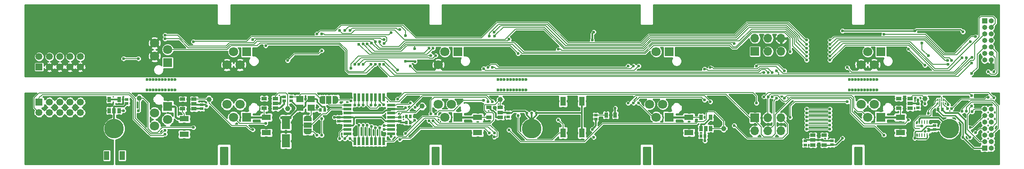
<source format=gbl>
G04 #@! TF.GenerationSoftware,KiCad,Pcbnew,(2018-01-21 revision 6b9866de8)-makepkg*
G04 #@! TF.CreationDate,2018-02-06T18:12:56+01:00*
G04 #@! TF.ProjectId,Arm_interface_panel,41726D5F696E746572666163655F7061,rev?*
G04 #@! TF.SameCoordinates,Original*
G04 #@! TF.FileFunction,Copper,L2,Bot,Signal*
G04 #@! TF.FilePolarity,Positive*
%FSLAX46Y46*%
G04 Gerber Fmt 4.6, Leading zero omitted, Abs format (unit mm)*
G04 Created by KiCad (PCBNEW (2018-01-21 revision 6b9866de8)-makepkg) date 02/06/18 18:12:56*
%MOMM*%
%LPD*%
G01*
G04 APERTURE LIST*
%ADD10C,3.800000*%
%ADD11R,0.550000X1.600000*%
%ADD12R,1.600000X0.550000*%
%ADD13C,1.800000*%
%ADD14R,1.800000X1.800000*%
%ADD15O,1.700000X1.700000*%
%ADD16R,1.700000X1.700000*%
%ADD17R,0.575000X0.650000*%
%ADD18R,1.400000X1.200000*%
%ADD19R,1.350000X1.350000*%
%ADD20C,1.350000*%
%ADD21R,0.650000X0.575000*%
%ADD22C,1.000000*%
%ADD23O,1.000000X1.000000*%
%ADD24R,1.000000X1.000000*%
%ADD25R,0.670000X1.000000*%
%ADD26R,1.070000X1.800000*%
%ADD27R,1.060000X0.650000*%
%ADD28R,1.600000X2.600000*%
%ADD29R,0.250000X0.675000*%
%ADD30R,0.675000X0.250000*%
%ADD31R,1.800000X1.070000*%
%ADD32R,0.500000X1.500000*%
%ADD33C,0.100000*%
%ADD34R,1.000000X1.500000*%
%ADD35R,1.500000X0.500000*%
%ADD36R,1.500000X1.000000*%
%ADD37R,1.100000X1.800000*%
%ADD38R,0.650000X1.060000*%
%ADD39R,0.200000X0.530000*%
%ADD40C,0.600000*%
%ADD41C,0.304800*%
%ADD42C,0.152400*%
%ADD43C,0.406400*%
%ADD44C,0.254000*%
G04 APERTURE END LIST*
D10*
X232600000Y-105450000D03*
D11*
X117300000Y-107900000D03*
X118100000Y-107900000D03*
X118900000Y-107900000D03*
X119700000Y-107900000D03*
X120500000Y-107900000D03*
X121300000Y-107900000D03*
X122100000Y-107900000D03*
X122900000Y-107900000D03*
D12*
X124350000Y-106450000D03*
X124350000Y-105650000D03*
X124350000Y-104850000D03*
X124350000Y-104050000D03*
X124350000Y-103250000D03*
X124350000Y-102450000D03*
X124350000Y-101650000D03*
X124350000Y-100850000D03*
D11*
X122900000Y-99400000D03*
X122100000Y-99400000D03*
X121300000Y-99400000D03*
X120500000Y-99400000D03*
X119700000Y-99400000D03*
X118900000Y-99400000D03*
X118100000Y-99400000D03*
X117300000Y-99400000D03*
D12*
X115850000Y-100850000D03*
X115850000Y-101650000D03*
X115850000Y-102450000D03*
X115850000Y-103250000D03*
X115850000Y-104050000D03*
X115850000Y-104850000D03*
X115850000Y-105650000D03*
X115850000Y-106450000D03*
D13*
X133490000Y-100710000D03*
X134760000Y-103250000D03*
X136030000Y-100710000D03*
D14*
X137300000Y-103250000D03*
D15*
X199980000Y-105890000D03*
X199980000Y-103350000D03*
X197440000Y-105890000D03*
X197440000Y-103350000D03*
X194900000Y-105890000D03*
D16*
X194900000Y-103350000D03*
D17*
X111432300Y-101847200D03*
X110657300Y-101847200D03*
D18*
X108800000Y-99700000D03*
X106600000Y-99700000D03*
X106600000Y-101400000D03*
X108800000Y-101400000D03*
D19*
X56048000Y-100304000D03*
D20*
X58048000Y-100304000D03*
X60048000Y-100304000D03*
X62048000Y-100304000D03*
X64048000Y-100304000D03*
X56048000Y-102304000D03*
X58048000Y-102304000D03*
X60048000Y-102304000D03*
X62048000Y-102304000D03*
X64048000Y-102304000D03*
D21*
X73057300Y-100534700D03*
X73057300Y-99759700D03*
D14*
X178300000Y-103250000D03*
D13*
X177030000Y-100710000D03*
X175760000Y-103250000D03*
X174490000Y-100710000D03*
D10*
X70600000Y-105450000D03*
X151600000Y-105450000D03*
D21*
X114200000Y-104037500D03*
X114200000Y-103262500D03*
D22*
X75507300Y-99497200D03*
D21*
X87600000Y-101587500D03*
X87600000Y-100812500D03*
X147057300Y-103184700D03*
X147057300Y-102409700D03*
D17*
X127262500Y-104250000D03*
X128037500Y-104250000D03*
D21*
X226500000Y-101437500D03*
X226500000Y-100662500D03*
D17*
X185194800Y-106897200D03*
X184419800Y-106897200D03*
D21*
X126000000Y-104025000D03*
X126000000Y-103250000D03*
D22*
X89000000Y-99750000D03*
D21*
X204650000Y-107862500D03*
X204650000Y-108637500D03*
X104957300Y-99259700D03*
X104957300Y-100034700D03*
D17*
X231237500Y-101750000D03*
X230462500Y-101750000D03*
D21*
X103557300Y-99247200D03*
X103557300Y-100022200D03*
X209850000Y-108625000D03*
X209850000Y-107850000D03*
D22*
X104257300Y-101547200D03*
D23*
X240727300Y-101640000D03*
X239457300Y-101640000D03*
X240727300Y-102910000D03*
X239457300Y-102910000D03*
X240727300Y-104180000D03*
X239457300Y-104180000D03*
X240727300Y-105450000D03*
X239457300Y-105450000D03*
X240727300Y-106720000D03*
X239457300Y-106720000D03*
X240727300Y-107990000D03*
X239457300Y-107990000D03*
X240727300Y-109260000D03*
D24*
X239457300Y-109260000D03*
D21*
X229750000Y-104862500D03*
X229750000Y-105637500D03*
D22*
X130357300Y-101097200D03*
D25*
X167800000Y-102825000D03*
X166050000Y-102825000D03*
D21*
X164025000Y-103587500D03*
X164025000Y-102812500D03*
D26*
X69157300Y-110697200D03*
X72167300Y-110697200D03*
D27*
X222800000Y-99600000D03*
X222800000Y-101500000D03*
X225000000Y-101500000D03*
X225000000Y-100550000D03*
X225000000Y-99600000D03*
D28*
X103900000Y-104250000D03*
X103900000Y-107850000D03*
D29*
X226800000Y-106712500D03*
X227300000Y-106712500D03*
X227800000Y-106712500D03*
X228300000Y-106712500D03*
X228300000Y-104187500D03*
X227800000Y-104187500D03*
X227300000Y-104187500D03*
X226800000Y-104187500D03*
D30*
X228562500Y-105950000D03*
X228562500Y-105450000D03*
X228562500Y-104950000D03*
X226537500Y-105950000D03*
X226537500Y-104950000D03*
X226537500Y-105450000D03*
D27*
X143307300Y-101347200D03*
X143307300Y-103247200D03*
X145507300Y-103247200D03*
X145507300Y-102297200D03*
X145507300Y-101347200D03*
X101900000Y-99600000D03*
X101900000Y-100550000D03*
X101900000Y-101500000D03*
X99700000Y-101500000D03*
X99700000Y-99600000D03*
X83900000Y-99700000D03*
X83900000Y-101600000D03*
X86100000Y-101600000D03*
X86100000Y-100650000D03*
X86100000Y-99700000D03*
D31*
X223100000Y-106260000D03*
X223100000Y-103250000D03*
D32*
X113257300Y-99847200D03*
D33*
G36*
X113606310Y-99099608D02*
X113654846Y-99106807D01*
X113702443Y-99118730D01*
X113748643Y-99135260D01*
X113792999Y-99156239D01*
X113835086Y-99181465D01*
X113874498Y-99210695D01*
X113910854Y-99243647D01*
X113943806Y-99280003D01*
X113973036Y-99319415D01*
X113998262Y-99361502D01*
X114019241Y-99405858D01*
X114035771Y-99452058D01*
X114047694Y-99499655D01*
X114054893Y-99548191D01*
X114057301Y-99597200D01*
X114057301Y-100097200D01*
X114054893Y-100146209D01*
X114047694Y-100194745D01*
X114035771Y-100242342D01*
X114019241Y-100288542D01*
X113998262Y-100332898D01*
X113973036Y-100374985D01*
X113943806Y-100414397D01*
X113910854Y-100450753D01*
X113874498Y-100483705D01*
X113835086Y-100512935D01*
X113792999Y-100538161D01*
X113748643Y-100559140D01*
X113702443Y-100575670D01*
X113654846Y-100587593D01*
X113606310Y-100594792D01*
X113557301Y-100597200D01*
X113557299Y-100597200D01*
X113508290Y-100594792D01*
X113459754Y-100587593D01*
X113412157Y-100575670D01*
X113365957Y-100559140D01*
X113321601Y-100538161D01*
X113279514Y-100512935D01*
X113240102Y-100483705D01*
X113203746Y-100450753D01*
X113170794Y-100414397D01*
X113141564Y-100374985D01*
X113116338Y-100332898D01*
X113095359Y-100288542D01*
X113078829Y-100242342D01*
X113066906Y-100194745D01*
X113059707Y-100146209D01*
X113057299Y-100097200D01*
X113057299Y-99597200D01*
X113059707Y-99548191D01*
X113066906Y-99499655D01*
X113078829Y-99452058D01*
X113095359Y-99405858D01*
X113116338Y-99361502D01*
X113141564Y-99319415D01*
X113170794Y-99280003D01*
X113203746Y-99243647D01*
X113240102Y-99210695D01*
X113279514Y-99181465D01*
X113321601Y-99156239D01*
X113365957Y-99135260D01*
X113412157Y-99118730D01*
X113459754Y-99106807D01*
X113508290Y-99099608D01*
X113557299Y-99097200D01*
X113557301Y-99097200D01*
X113606310Y-99099608D01*
X113606310Y-99099608D01*
G37*
D22*
X113557300Y-99847200D03*
D34*
X112257300Y-99847200D03*
D32*
X111257300Y-99847200D03*
D33*
G36*
X111006310Y-99099608D02*
X111054846Y-99106807D01*
X111102443Y-99118730D01*
X111148643Y-99135260D01*
X111192999Y-99156239D01*
X111235086Y-99181465D01*
X111274498Y-99210695D01*
X111310854Y-99243647D01*
X111343806Y-99280003D01*
X111373036Y-99319415D01*
X111398262Y-99361502D01*
X111419241Y-99405858D01*
X111435771Y-99452058D01*
X111447694Y-99499655D01*
X111454893Y-99548191D01*
X111457301Y-99597200D01*
X111457301Y-100097200D01*
X111454893Y-100146209D01*
X111447694Y-100194745D01*
X111435771Y-100242342D01*
X111419241Y-100288542D01*
X111398262Y-100332898D01*
X111373036Y-100374985D01*
X111343806Y-100414397D01*
X111310854Y-100450753D01*
X111274498Y-100483705D01*
X111235086Y-100512935D01*
X111192999Y-100538161D01*
X111148643Y-100559140D01*
X111102443Y-100575670D01*
X111054846Y-100587593D01*
X111006310Y-100594792D01*
X110957301Y-100597200D01*
X110957299Y-100597200D01*
X110908290Y-100594792D01*
X110859754Y-100587593D01*
X110812157Y-100575670D01*
X110765957Y-100559140D01*
X110721601Y-100538161D01*
X110679514Y-100512935D01*
X110640102Y-100483705D01*
X110603746Y-100450753D01*
X110570794Y-100414397D01*
X110541564Y-100374985D01*
X110516338Y-100332898D01*
X110495359Y-100288542D01*
X110478829Y-100242342D01*
X110466906Y-100194745D01*
X110459707Y-100146209D01*
X110457299Y-100097200D01*
X110457299Y-99597200D01*
X110459707Y-99548191D01*
X110466906Y-99499655D01*
X110478829Y-99452058D01*
X110495359Y-99405858D01*
X110516338Y-99361502D01*
X110541564Y-99319415D01*
X110570794Y-99280003D01*
X110603746Y-99243647D01*
X110640102Y-99210695D01*
X110679514Y-99181465D01*
X110721601Y-99156239D01*
X110765957Y-99135260D01*
X110812157Y-99118730D01*
X110859754Y-99106807D01*
X110908290Y-99099608D01*
X110957299Y-99097200D01*
X110957301Y-99097200D01*
X111006310Y-99099608D01*
X111006310Y-99099608D01*
G37*
D22*
X110957300Y-99847200D03*
D13*
X215490000Y-100710000D03*
X216760000Y-103250000D03*
X218030000Y-100710000D03*
D14*
X219300000Y-103250000D03*
D22*
X188807300Y-105447200D03*
D31*
X141100000Y-106260000D03*
X141100000Y-103250000D03*
X100100000Y-103250000D03*
X100100000Y-106260000D03*
D27*
X206150000Y-108650000D03*
X206150000Y-107700000D03*
X206150000Y-106750000D03*
X208350000Y-106750000D03*
X208350000Y-108650000D03*
D31*
X182100000Y-103240000D03*
X182100000Y-106250000D03*
D17*
X127262500Y-103050000D03*
X128037500Y-103050000D03*
D33*
G36*
X108456309Y-105549607D02*
X108504845Y-105556806D01*
X108552442Y-105568729D01*
X108598642Y-105585259D01*
X108642998Y-105606238D01*
X108685085Y-105631464D01*
X108724497Y-105660694D01*
X108760853Y-105693646D01*
X108793805Y-105730002D01*
X108823035Y-105769414D01*
X108848261Y-105811501D01*
X108869240Y-105855857D01*
X108885770Y-105902057D01*
X108897693Y-105949654D01*
X108904892Y-105998190D01*
X108907300Y-106047199D01*
X108907300Y-106047201D01*
X108904892Y-106096210D01*
X108897693Y-106144746D01*
X108885770Y-106192343D01*
X108869240Y-106238543D01*
X108848261Y-106282899D01*
X108823035Y-106324986D01*
X108793805Y-106364398D01*
X108760853Y-106400754D01*
X108724497Y-106433706D01*
X108685085Y-106462936D01*
X108642998Y-106488162D01*
X108598642Y-106509141D01*
X108552442Y-106525671D01*
X108504845Y-106537594D01*
X108456309Y-106544793D01*
X108407300Y-106547201D01*
X107907300Y-106547201D01*
X107858291Y-106544793D01*
X107809755Y-106537594D01*
X107762158Y-106525671D01*
X107715958Y-106509141D01*
X107671602Y-106488162D01*
X107629515Y-106462936D01*
X107590103Y-106433706D01*
X107553747Y-106400754D01*
X107520795Y-106364398D01*
X107491565Y-106324986D01*
X107466339Y-106282899D01*
X107445360Y-106238543D01*
X107428830Y-106192343D01*
X107416907Y-106144746D01*
X107409708Y-106096210D01*
X107407300Y-106047201D01*
X107407300Y-106047199D01*
X107409708Y-105998190D01*
X107416907Y-105949654D01*
X107428830Y-105902057D01*
X107445360Y-105855857D01*
X107466339Y-105811501D01*
X107491565Y-105769414D01*
X107520795Y-105730002D01*
X107553747Y-105693646D01*
X107590103Y-105660694D01*
X107629515Y-105631464D01*
X107671602Y-105606238D01*
X107715958Y-105585259D01*
X107762158Y-105568729D01*
X107809755Y-105556806D01*
X107858291Y-105549607D01*
X107907300Y-105547199D01*
X108407300Y-105547199D01*
X108456309Y-105549607D01*
X108456309Y-105549607D01*
G37*
D22*
X108157300Y-106047200D03*
D35*
X108157300Y-105747200D03*
D36*
X108157300Y-104747200D03*
D33*
G36*
X108456309Y-102949607D02*
X108504845Y-102956806D01*
X108552442Y-102968729D01*
X108598642Y-102985259D01*
X108642998Y-103006238D01*
X108685085Y-103031464D01*
X108724497Y-103060694D01*
X108760853Y-103093646D01*
X108793805Y-103130002D01*
X108823035Y-103169414D01*
X108848261Y-103211501D01*
X108869240Y-103255857D01*
X108885770Y-103302057D01*
X108897693Y-103349654D01*
X108904892Y-103398190D01*
X108907300Y-103447199D01*
X108907300Y-103447201D01*
X108904892Y-103496210D01*
X108897693Y-103544746D01*
X108885770Y-103592343D01*
X108869240Y-103638543D01*
X108848261Y-103682899D01*
X108823035Y-103724986D01*
X108793805Y-103764398D01*
X108760853Y-103800754D01*
X108724497Y-103833706D01*
X108685085Y-103862936D01*
X108642998Y-103888162D01*
X108598642Y-103909141D01*
X108552442Y-103925671D01*
X108504845Y-103937594D01*
X108456309Y-103944793D01*
X108407300Y-103947201D01*
X107907300Y-103947201D01*
X107858291Y-103944793D01*
X107809755Y-103937594D01*
X107762158Y-103925671D01*
X107715958Y-103909141D01*
X107671602Y-103888162D01*
X107629515Y-103862936D01*
X107590103Y-103833706D01*
X107553747Y-103800754D01*
X107520795Y-103764398D01*
X107491565Y-103724986D01*
X107466339Y-103682899D01*
X107445360Y-103638543D01*
X107428830Y-103592343D01*
X107416907Y-103544746D01*
X107409708Y-103496210D01*
X107407300Y-103447201D01*
X107407300Y-103447199D01*
X107409708Y-103398190D01*
X107416907Y-103349654D01*
X107428830Y-103302057D01*
X107445360Y-103255857D01*
X107466339Y-103211501D01*
X107491565Y-103169414D01*
X107520795Y-103130002D01*
X107553747Y-103093646D01*
X107590103Y-103060694D01*
X107629515Y-103031464D01*
X107671602Y-103006238D01*
X107715958Y-102985259D01*
X107762158Y-102968729D01*
X107809755Y-102956806D01*
X107858291Y-102949607D01*
X107907300Y-102947199D01*
X108407300Y-102947199D01*
X108456309Y-102949607D01*
X108456309Y-102949607D01*
G37*
D22*
X108157300Y-103447200D03*
D35*
X108157300Y-103747200D03*
D13*
X78460000Y-104960000D03*
X81000000Y-103690000D03*
X78460000Y-102420000D03*
D14*
X81000000Y-101150000D03*
D22*
X145507300Y-99747200D03*
D37*
X161350000Y-106300000D03*
X161350000Y-100100000D03*
X157650000Y-106300000D03*
X157650000Y-100100000D03*
D14*
X96300000Y-103250000D03*
D13*
X95030000Y-100710000D03*
X93760000Y-103250000D03*
X92490000Y-100710000D03*
D38*
X186307300Y-105447200D03*
X185357300Y-105447200D03*
X184407300Y-105447200D03*
X184407300Y-103247200D03*
X186307300Y-103247200D03*
X71557300Y-101947200D03*
X70607300Y-101947200D03*
X69657300Y-101947200D03*
X69657300Y-99747200D03*
X71557300Y-99747200D03*
D22*
X227907300Y-99600000D03*
D39*
X231432300Y-99862200D03*
X231082300Y-99862200D03*
X230732300Y-99862200D03*
X230382300Y-99862200D03*
X230382300Y-100532200D03*
X230732300Y-100532200D03*
X231082300Y-100532200D03*
X231432300Y-100532200D03*
D31*
X84200000Y-106560000D03*
X84200000Y-103550000D03*
D10*
X232600000Y-88300000D03*
X151600000Y-88300000D03*
X70600000Y-88300000D03*
D13*
X174490000Y-93040000D03*
X175760000Y-90500000D03*
X177030000Y-93040000D03*
D14*
X178300000Y-90500000D03*
D16*
X194900000Y-90400000D03*
D15*
X194900000Y-87860000D03*
X197440000Y-90400000D03*
X197440000Y-87860000D03*
X199980000Y-90400000D03*
X199980000Y-87860000D03*
D14*
X137300000Y-90500000D03*
D13*
X136030000Y-93040000D03*
X134760000Y-90500000D03*
X133490000Y-93040000D03*
D20*
X64048000Y-91446000D03*
X62048000Y-91446000D03*
X60048000Y-91446000D03*
X58048000Y-91446000D03*
X56048000Y-91446000D03*
X64048000Y-93446000D03*
X62048000Y-93446000D03*
X60048000Y-93446000D03*
X58048000Y-93446000D03*
D19*
X56048000Y-93446000D03*
D24*
X239457300Y-84490000D03*
D23*
X240727300Y-84490000D03*
X239457300Y-85760000D03*
X240727300Y-85760000D03*
X239457300Y-87030000D03*
X240727300Y-87030000D03*
X239457300Y-88300000D03*
X240727300Y-88300000D03*
X239457300Y-89570000D03*
X240727300Y-89570000D03*
X239457300Y-90840000D03*
X240727300Y-90840000D03*
X239457300Y-92110000D03*
X240727300Y-92110000D03*
D14*
X81000000Y-92600000D03*
D13*
X78460000Y-91330000D03*
X81000000Y-90060000D03*
X78460000Y-88790000D03*
X92490000Y-93040000D03*
X93760000Y-90500000D03*
X95030000Y-93040000D03*
D14*
X96300000Y-90500000D03*
X219300000Y-90500000D03*
D13*
X218030000Y-93040000D03*
X216760000Y-90500000D03*
X215490000Y-93040000D03*
D40*
X218600000Y-97900000D03*
X213200000Y-97900000D03*
X213800000Y-97900000D03*
X215600000Y-97900000D03*
X214400000Y-97900000D03*
X218000000Y-97900000D03*
X216800000Y-97900000D03*
X217400000Y-97900000D03*
X215000000Y-97900000D03*
X216200000Y-97900000D03*
X218600000Y-95875000D03*
X213200000Y-95875000D03*
X213800000Y-95875000D03*
X215600000Y-95875000D03*
X214400000Y-95875000D03*
X218000000Y-95875000D03*
X216800000Y-95875000D03*
X217400000Y-95875000D03*
X215000000Y-95875000D03*
X216200000Y-95875000D03*
X150500000Y-95875000D03*
X145100000Y-95875000D03*
X145700000Y-95875000D03*
X147500000Y-95875000D03*
X146300000Y-95875000D03*
X149900000Y-95875000D03*
X148700000Y-95875000D03*
X149300000Y-95875000D03*
X146900000Y-95875000D03*
X148100000Y-95875000D03*
X150500000Y-97900000D03*
X145100000Y-97900000D03*
X145700000Y-97900000D03*
X147500000Y-97900000D03*
X146300000Y-97900000D03*
X149900000Y-97900000D03*
X148700000Y-97900000D03*
X149300000Y-97900000D03*
X146900000Y-97900000D03*
X148100000Y-97900000D03*
X82400000Y-97900000D03*
X77000000Y-97900000D03*
X82400000Y-95875000D03*
X77000000Y-95875000D03*
X81800000Y-97900000D03*
X80600000Y-97900000D03*
X81200000Y-97900000D03*
X79400000Y-97900000D03*
X80000000Y-97900000D03*
X78800000Y-97900000D03*
X78200000Y-97900000D03*
X77600000Y-97900000D03*
X81800000Y-95875000D03*
X81200000Y-95875000D03*
X80600000Y-95875000D03*
X80000000Y-95875000D03*
X79400000Y-95875000D03*
X78800000Y-95875000D03*
X78200000Y-95875000D03*
X77600000Y-95875000D03*
X207200000Y-107700000D03*
X231050000Y-105450000D03*
X232600000Y-107000000D03*
X234150000Y-105450000D03*
X207950000Y-107700000D03*
X232600000Y-103900000D03*
X185200000Y-107850000D03*
X150627296Y-102387200D03*
X236600000Y-107150000D03*
X226500000Y-99866178D03*
X163325000Y-105600000D03*
X153150000Y-105450000D03*
X151600000Y-103900000D03*
X69050000Y-105450000D03*
X70600000Y-103900000D03*
X151600000Y-107000000D03*
X128957300Y-101347200D03*
X163650000Y-107125000D03*
X150050000Y-105450000D03*
X72150000Y-105450000D03*
X70600000Y-107000000D03*
X167800000Y-101500000D03*
X127107300Y-101397200D03*
X209450000Y-103200000D03*
X131657300Y-103921390D03*
X227300000Y-104977446D03*
X144357292Y-106342286D03*
X204950000Y-103200000D03*
X228521390Y-102471390D03*
X232388818Y-100802848D03*
X118900000Y-104771407D03*
X133007300Y-102547200D03*
X115350000Y-107400000D03*
X209450000Y-104750000D03*
X197457300Y-99247200D03*
X104257300Y-101547200D03*
X124357300Y-107006957D03*
X114350000Y-107400000D03*
X186257300Y-100197200D03*
X241219565Y-99421996D03*
X109950000Y-106752665D03*
X118902411Y-100849951D03*
X209450000Y-105525000D03*
X204950000Y-105525000D03*
X237690100Y-106209900D03*
X185107300Y-99897200D03*
X232250000Y-101550002D03*
X97470394Y-105662726D03*
X117299992Y-100850000D03*
X143107298Y-100197200D03*
X110850000Y-106752665D03*
X121257300Y-100847208D03*
X116507300Y-100047200D03*
X122099997Y-100849997D03*
X236937667Y-101066600D03*
X128100000Y-100450000D03*
X118100000Y-104750000D03*
X224700000Y-103800000D03*
X144344356Y-107094586D03*
X142257288Y-99997200D03*
X171357300Y-100497200D03*
X116350000Y-107400000D03*
X195197823Y-100485277D03*
X209450000Y-102425000D03*
X120457300Y-100847204D03*
X132057300Y-102547200D03*
X132457300Y-103921390D03*
X144007300Y-100197200D03*
X110847971Y-103485178D03*
X237015011Y-102150495D03*
X143350000Y-106300000D03*
X204950000Y-104750000D03*
X204950000Y-103975000D03*
X209450000Y-103975000D03*
X118100000Y-100850002D03*
X200606077Y-99561367D03*
X126050000Y-107582201D03*
X172350000Y-100500000D03*
X204950000Y-102425000D03*
X236907300Y-99047200D03*
X170307300Y-100497200D03*
X233052104Y-101571515D03*
X122852347Y-100840110D03*
X199083516Y-99573416D03*
X198257300Y-99247200D03*
X227887726Y-100669206D03*
X125600000Y-99688222D03*
X240157300Y-99397200D03*
X122950000Y-105650000D03*
X122102411Y-105249951D03*
X127100000Y-106400000D03*
X100000000Y-104450000D03*
X196657302Y-99247200D03*
X236653834Y-105246166D03*
X147207300Y-105697200D03*
X128926223Y-103826223D03*
X190900000Y-104850000D03*
X80457300Y-106528203D03*
X72457300Y-101947200D03*
X114200000Y-103262500D03*
X148981266Y-102921166D03*
X156750000Y-103750000D03*
X211850000Y-107350000D03*
X235250000Y-107150000D03*
X201757301Y-103297200D03*
X212807300Y-100197200D03*
X225900000Y-107300000D03*
X120500000Y-105000008D03*
X88550000Y-101050000D03*
X235957800Y-102100802D03*
X75290721Y-101947200D03*
X103907300Y-103347200D03*
X235107300Y-102097200D03*
X209450000Y-101650000D03*
X113300000Y-103250000D03*
X102734800Y-100550000D03*
X151597300Y-102377200D03*
X80457300Y-105775800D03*
X121300000Y-105250000D03*
X103057300Y-103347200D03*
X122957292Y-104847200D03*
X204950000Y-101650000D03*
X104757292Y-103347200D03*
X152567300Y-102377200D03*
X85957300Y-105247200D03*
X219900004Y-106700000D03*
X119700000Y-104771407D03*
X163650000Y-86625000D03*
X163325000Y-88150000D03*
X128957300Y-92402800D03*
X127107300Y-92352800D03*
X167800000Y-92250000D03*
X226500000Y-93883822D03*
X70600000Y-89850000D03*
X69050000Y-88300000D03*
X70600000Y-86750000D03*
X72150000Y-88300000D03*
X151600000Y-89850000D03*
X150050000Y-88300000D03*
X151600000Y-86750000D03*
X153150000Y-88300000D03*
X232600000Y-89850000D03*
X232600000Y-86750000D03*
X231050000Y-88300000D03*
X234150000Y-88300000D03*
X185200000Y-85900000D03*
X236600000Y-86600000D03*
X207950000Y-86050000D03*
X207200000Y-86050000D03*
X150627296Y-91362800D03*
X152567300Y-91372800D03*
X151597300Y-91372800D03*
X114200000Y-90487500D03*
X88550000Y-92700000D03*
X102734800Y-93200000D03*
X103907300Y-90402800D03*
X104757292Y-90402800D03*
X103057300Y-90402800D03*
X113300000Y-90500000D03*
X75290721Y-91802800D03*
X72457300Y-91802800D03*
X85957300Y-88502800D03*
X122957292Y-88902800D03*
X204950000Y-92100000D03*
X209450000Y-92100000D03*
X235107300Y-91652800D03*
X80457300Y-87221797D03*
X121300000Y-88500000D03*
X201757301Y-90452800D03*
X235957800Y-91649198D03*
X212807300Y-93552800D03*
X80457300Y-87974200D03*
X120500000Y-88749992D03*
X225900000Y-86450000D03*
X235250000Y-86600000D03*
X211850000Y-86400000D03*
X156750000Y-90000000D03*
X148981266Y-90828834D03*
X190900000Y-88900000D03*
X128926223Y-89923777D03*
X119700000Y-88978593D03*
X219900004Y-87050000D03*
X237690100Y-87540100D03*
X197457300Y-94502800D03*
X236907300Y-94702800D03*
X128100000Y-93300000D03*
X199083516Y-94176584D03*
X122852347Y-92909890D03*
X236937667Y-92683400D03*
X122099997Y-92900003D03*
X209450000Y-91325000D03*
X204950000Y-91325000D03*
X114350000Y-86350000D03*
X204950000Y-89000000D03*
X209450000Y-89000000D03*
X233052104Y-92178485D03*
X240157300Y-94352800D03*
X143350000Y-87450000D03*
X116350000Y-86350000D03*
X126050000Y-86167799D03*
X204950000Y-88225000D03*
X209450000Y-88225000D03*
X109950000Y-86997335D03*
X236653834Y-88503834D03*
X196657302Y-94502800D03*
X241219565Y-94328004D03*
X118902411Y-92900049D03*
X237015011Y-91599505D03*
X186257300Y-93552800D03*
X170307300Y-93252800D03*
X143107298Y-93552800D03*
X132057300Y-91202800D03*
X116507300Y-93702800D03*
X120457300Y-92902796D03*
X97470394Y-88087274D03*
X122950000Y-88100000D03*
X121257300Y-92902792D03*
X100000000Y-89300000D03*
X124357300Y-86743043D03*
X110850000Y-86997335D03*
X104257300Y-92202800D03*
X110847971Y-90264822D03*
X127100000Y-87350000D03*
X115350000Y-86350000D03*
X142257288Y-93752800D03*
X133007300Y-91202800D03*
X117299992Y-92900000D03*
X172350000Y-93250000D03*
X147207300Y-88052800D03*
X122102411Y-88500049D03*
X200606077Y-94188633D03*
X195197823Y-93264723D03*
X118100000Y-92899998D03*
X125600000Y-94061778D03*
X185107300Y-93852800D03*
X171357300Y-93252800D03*
X227887726Y-93080794D03*
X224700000Y-89950000D03*
X198257300Y-94502800D03*
X144007300Y-93552800D03*
X204950000Y-89775000D03*
X209450000Y-89775000D03*
X232250000Y-92199998D03*
X132457300Y-89828610D03*
X144344356Y-86655414D03*
X118100000Y-89000000D03*
X227300000Y-88772554D03*
X228521390Y-91278610D03*
X204950000Y-90550000D03*
X209450000Y-90550000D03*
X232388818Y-92947152D03*
X131657300Y-89828610D03*
X144357292Y-87407714D03*
X118900000Y-88978593D03*
D41*
X103057300Y-103347200D02*
X103907300Y-103347200D01*
X123245200Y-104050000D02*
X122442400Y-103247200D01*
X86262500Y-100812500D02*
X86100000Y-100650000D01*
X117157300Y-103447200D02*
X117057300Y-103347200D01*
X116954800Y-104850000D02*
X117157300Y-104647500D01*
X103907300Y-103771464D02*
X103907300Y-103347200D01*
X127262500Y-104250000D02*
X126225000Y-104250000D01*
X115850000Y-104850000D02*
X116954800Y-104850000D01*
X117357300Y-103247200D02*
X117157300Y-103447200D01*
X117157300Y-104647500D02*
X117157300Y-103447200D01*
X116960100Y-103250000D02*
X115850000Y-103250000D01*
X103900000Y-103354500D02*
X103907300Y-103347200D01*
X126225000Y-104250000D02*
X126000000Y-104025000D01*
X103900000Y-104204492D02*
X104457293Y-103647199D01*
X103907300Y-104242700D02*
X103907300Y-103771464D01*
X106600000Y-101400000D02*
X106500000Y-101400000D01*
X104457293Y-103647199D02*
X104757292Y-103347200D01*
X122442400Y-103247200D02*
X117357300Y-103247200D01*
X106500000Y-101400000D02*
X104757292Y-103142708D01*
X103900000Y-104250000D02*
X103907300Y-104242700D01*
X124350000Y-104050000D02*
X123245200Y-104050000D01*
X87600000Y-100812500D02*
X88312500Y-100812500D01*
X117157300Y-103447200D02*
X116960100Y-103250000D01*
X104757292Y-103142708D02*
X104757292Y-103347200D01*
X88312500Y-100812500D02*
X88550000Y-101050000D01*
X103900000Y-104250000D02*
X103900000Y-104204492D01*
X103900000Y-103389900D02*
X103900000Y-103354500D01*
D42*
X229050000Y-102800000D02*
X228850000Y-103000000D01*
X230187800Y-99862200D02*
X229825090Y-100224910D01*
X132757299Y-104221389D02*
X132457300Y-103921390D01*
X227272554Y-104950000D02*
X227300000Y-104977446D01*
X230129900Y-100770100D02*
X229050000Y-101850000D01*
X228850000Y-103000000D02*
X226900000Y-103000000D01*
X230382300Y-100532200D02*
X230129900Y-100532200D01*
X230129900Y-100532200D02*
X230129900Y-100770100D01*
X209402097Y-103200000D02*
X209457300Y-103144797D01*
X133331099Y-104795189D02*
X132757299Y-104221389D01*
X226887500Y-105450000D02*
X226397600Y-105450000D01*
X204950000Y-103142761D02*
X205007239Y-103200000D01*
X205007239Y-103200000D02*
X209402097Y-103200000D01*
X226537500Y-104950000D02*
X227272554Y-104950000D01*
X231432300Y-100532200D02*
X231432300Y-100697200D01*
X229825090Y-100574910D02*
X228521390Y-101878610D01*
X229825090Y-100224910D02*
X229825090Y-100574910D01*
X230382300Y-99862200D02*
X230187800Y-99862200D01*
X143587621Y-104795189D02*
X133331099Y-104795189D01*
X144885902Y-106977304D02*
X144885902Y-106093470D01*
X226047600Y-105450000D02*
X226537500Y-105450000D01*
X118100000Y-107900000D02*
X118100000Y-104750000D01*
X232250000Y-101514900D02*
X232250000Y-101550002D01*
X226397600Y-105450000D02*
X226321399Y-105373799D01*
X229050000Y-101850000D02*
X229050000Y-102800000D01*
X225800000Y-104100000D02*
X225800000Y-105202400D01*
X144885902Y-106093470D02*
X143587621Y-104795189D01*
X144344356Y-107094586D02*
X144768620Y-107094586D01*
X231432300Y-100697200D02*
X232250000Y-101514900D01*
X228521390Y-102047126D02*
X228521390Y-102471390D01*
X228521390Y-101878610D02*
X228521390Y-102047126D01*
X144768620Y-107094586D02*
X144885902Y-106977304D01*
X226900000Y-103000000D02*
X225800000Y-104100000D01*
X225800000Y-105202400D02*
X226047600Y-105450000D01*
X205029826Y-103975000D02*
X209379500Y-103975000D01*
X181800000Y-102940000D02*
X182100000Y-103240000D01*
X127412111Y-102042389D02*
X130407300Y-99047200D01*
D43*
X219300000Y-103250000D02*
X223100000Y-103250000D01*
D42*
X130407300Y-99047200D02*
X142857300Y-99047200D01*
D43*
X182090000Y-103250000D02*
X182100000Y-103240000D01*
D42*
X125710011Y-102042389D02*
X127412111Y-102042389D01*
D43*
X178300000Y-103250000D02*
X182090000Y-103250000D01*
D42*
X141100000Y-103250000D02*
X143304500Y-103250000D01*
D43*
X82893600Y-103550000D02*
X84200000Y-103550000D01*
X82500000Y-101343600D02*
X82500000Y-103156400D01*
D42*
X227907300Y-100649632D02*
X227887726Y-100669206D01*
D43*
X82500000Y-103156400D02*
X82893600Y-103550000D01*
D42*
X111753482Y-102550000D02*
X111000000Y-102550000D01*
X223100000Y-101800000D02*
X222800000Y-101500000D01*
X227907300Y-99600000D02*
X227907300Y-100649632D01*
X99700000Y-101500000D02*
X99700000Y-102850000D01*
X184400100Y-103240000D02*
X184407300Y-103247200D01*
X124350000Y-102450000D02*
X125036482Y-102450000D01*
X209379500Y-103975000D02*
X209457300Y-103897200D01*
D43*
X96300000Y-103250000D02*
X100100000Y-103250000D01*
D42*
X112357700Y-100850000D02*
X115850000Y-100850000D01*
X204950000Y-103895174D02*
X205029826Y-103975000D01*
X112257300Y-99847200D02*
X112257300Y-100749600D01*
X112653482Y-101650000D02*
X111753482Y-102550000D01*
D43*
X81000000Y-101150000D02*
X82306400Y-101150000D01*
D42*
X108802800Y-104747200D02*
X108157300Y-104747200D01*
X125302400Y-102450000D02*
X125710011Y-102042389D01*
X115850000Y-101650000D02*
X112653482Y-101650000D01*
X111000000Y-102550000D02*
X108802800Y-104747200D01*
X99700000Y-102850000D02*
X100100000Y-103250000D01*
X124350000Y-102450000D02*
X125302400Y-102450000D01*
X223100000Y-103250000D02*
X223100000Y-101800000D01*
D43*
X137300000Y-103250000D02*
X141100000Y-103250000D01*
D42*
X83900000Y-102250000D02*
X83900000Y-101600000D01*
X182100000Y-103240000D02*
X184400100Y-103240000D01*
D43*
X82306400Y-101150000D02*
X82500000Y-101343600D01*
D42*
X112257300Y-100749600D02*
X112357700Y-100850000D01*
X143707301Y-99897201D02*
X144007300Y-100197200D01*
X143304500Y-103250000D02*
X143307300Y-103247200D01*
X84200000Y-103550000D02*
X84200000Y-102550000D01*
X84200000Y-102550000D02*
X83900000Y-102250000D01*
X142857300Y-99047200D02*
X143707301Y-99897201D01*
D41*
X108800000Y-99700000D02*
X109804800Y-99700000D01*
X114212500Y-103250000D02*
X114200000Y-103262500D01*
X114200000Y-103262500D02*
X113312500Y-103262500D01*
X113312500Y-103262500D02*
X113300000Y-103250000D01*
X107700000Y-101050000D02*
X107700000Y-100400000D01*
X107350000Y-101400000D02*
X107700000Y-101050000D01*
X102927500Y-99247200D02*
X103557300Y-99247200D01*
X111432300Y-101217400D02*
X111432300Y-101847200D01*
X102900000Y-99274700D02*
X102927500Y-99247200D01*
X108400000Y-99700000D02*
X108800000Y-99700000D01*
X110000000Y-100278075D02*
X110939323Y-101217398D01*
X110939323Y-101217398D02*
X111432300Y-101217400D01*
X101900000Y-100550000D02*
X102734800Y-100550000D01*
X107700000Y-100400000D02*
X108400000Y-99700000D01*
X106600000Y-101400000D02*
X107350000Y-101400000D01*
X104957300Y-100034700D02*
X106322600Y-101400000D01*
X106322600Y-101400000D02*
X106600000Y-101400000D01*
X102900000Y-100384800D02*
X102900000Y-99274700D01*
X115850000Y-103250000D02*
X114212500Y-103250000D01*
X110000000Y-99895200D02*
X110000000Y-100278075D01*
X109804800Y-99700000D02*
X110000000Y-99895200D01*
D42*
X108800000Y-101400000D02*
X108800000Y-102804500D01*
X109247200Y-101847200D02*
X108800000Y-101400000D01*
X110657300Y-101847200D02*
X109247200Y-101847200D01*
D41*
X124375000Y-104025000D02*
X124350000Y-104050000D01*
X126000000Y-104025000D02*
X124375000Y-104025000D01*
X102734800Y-100550000D02*
X102900000Y-100384800D01*
D42*
X71507300Y-101947200D02*
X72457300Y-101947200D01*
X75507300Y-99497200D02*
X75507300Y-101730621D01*
X56672589Y-98852011D02*
X73512111Y-98852011D01*
X204962065Y-101650000D02*
X209404500Y-101650000D01*
X56048000Y-99476600D02*
X56672589Y-98852011D01*
X242100000Y-105347300D02*
X242100001Y-101050000D01*
X240727300Y-106720000D02*
X242100000Y-105347300D01*
X77207300Y-105497200D02*
X77907300Y-106197200D01*
X122960092Y-104850000D02*
X122957292Y-104847200D01*
X75507300Y-99497200D02*
X76214406Y-99497200D01*
X77207300Y-100490094D02*
X77207300Y-105497200D01*
X204950000Y-101637935D02*
X204962065Y-101650000D01*
X76214406Y-99497200D02*
X77207300Y-100490094D01*
X209404500Y-101650000D02*
X209457300Y-101597200D01*
X242100001Y-101050000D02*
X241047201Y-99997200D01*
X235107300Y-101672936D02*
X235107300Y-102097200D01*
X75507300Y-101730621D02*
X75290721Y-101947200D01*
X236783036Y-99997200D02*
X235107300Y-101672936D01*
X56048000Y-100304000D02*
X56048000Y-99476600D01*
X77657300Y-106847200D02*
X80138303Y-106847200D01*
X80138303Y-106847200D02*
X80457300Y-106528203D01*
X241047201Y-99997200D02*
X236783036Y-99997200D01*
X124350000Y-104850000D02*
X122960092Y-104850000D01*
X77907300Y-106197200D02*
X79007300Y-106197200D01*
X122552348Y-100540111D02*
X122852347Y-100840110D01*
X119700000Y-100872234D02*
X120277765Y-101449999D01*
X119700000Y-99400000D02*
X119700000Y-100872234D01*
X236907300Y-99047200D02*
X236578699Y-98718599D01*
X198783517Y-99873415D02*
X199083516Y-99573416D01*
X122100000Y-100086482D02*
X122552348Y-100538830D01*
X124350000Y-100850000D02*
X125302400Y-100850000D01*
X238500100Y-107990000D02*
X236108890Y-105598790D01*
X236578699Y-98718599D02*
X197985901Y-98718599D01*
X125302400Y-100850000D02*
X125402401Y-100749999D01*
X198557300Y-100099632D02*
X198783517Y-99873415D01*
X198557300Y-104772700D02*
X198557300Y-100099632D01*
X127800001Y-100749999D02*
X128100000Y-100450000D01*
X197440000Y-99264500D02*
X197457300Y-99247200D01*
X236486401Y-102354531D02*
X236486401Y-101517866D01*
X236108890Y-105598790D02*
X236108890Y-102732042D01*
X239457300Y-107990000D02*
X238500100Y-107990000D01*
X122552348Y-100538830D02*
X122552348Y-100540111D01*
X122100000Y-99400000D02*
X122100000Y-100086482D01*
X197440000Y-103350000D02*
X197440000Y-99264500D01*
X236108890Y-102732042D02*
X236486401Y-102354531D01*
X197440000Y-105890000D02*
X198557300Y-104772700D01*
X197985901Y-98718599D02*
X197757299Y-98947201D01*
X236486401Y-101517866D02*
X236637668Y-101366599D01*
X197757299Y-98947201D02*
X197457300Y-99247200D01*
X125402401Y-100749999D02*
X127800001Y-100749999D01*
X236637668Y-101366599D02*
X236937667Y-101066600D01*
X121300000Y-99400000D02*
X121300000Y-100804508D01*
X124350000Y-106999657D02*
X124357300Y-107006957D01*
X110847971Y-103485178D02*
X110847971Y-106750636D01*
X101900000Y-99122600D02*
X102475400Y-98547200D01*
X124350000Y-106450000D02*
X124350000Y-106999657D01*
X104257300Y-98847200D02*
X104257300Y-101547200D01*
X88950000Y-99700000D02*
X89000000Y-99750000D01*
X103957300Y-98547200D02*
X104257300Y-98847200D01*
X102475400Y-98547200D02*
X103957300Y-98547200D01*
X110847971Y-106750636D02*
X110850000Y-106752665D01*
X86100000Y-99700000D02*
X88950000Y-99700000D01*
X101900000Y-99600000D02*
X101900000Y-99122600D01*
X120500000Y-100804504D02*
X120457300Y-100847204D01*
X121300000Y-100804508D02*
X121257300Y-100847208D01*
X124350000Y-105650000D02*
X122950000Y-105650000D01*
X127399999Y-106100001D02*
X127100000Y-106400000D01*
X120500000Y-99400000D02*
X120500000Y-100804504D01*
X237121134Y-105246166D02*
X237078098Y-105246166D01*
X108157300Y-106047200D02*
X109244535Y-106047200D01*
X132057300Y-99997200D02*
X132702490Y-99352010D01*
X143107298Y-99772936D02*
X143107298Y-100197200D01*
X118900000Y-99400000D02*
X118900000Y-100847540D01*
X142686372Y-99352010D02*
X143107298Y-99772936D01*
X196957301Y-98947201D02*
X196657302Y-99247200D01*
X237525506Y-101640000D02*
X237315010Y-101850496D01*
X113557300Y-99847200D02*
X116307300Y-99847200D01*
X132057300Y-102547200D02*
X132057300Y-99997200D01*
X118900000Y-100847540D02*
X118902411Y-100849951D01*
X132702490Y-99352010D02*
X142686372Y-99352010D01*
X185957301Y-99897201D02*
X186257300Y-100197200D01*
X109244535Y-106047200D02*
X109650001Y-106452666D01*
X171757300Y-99047200D02*
X185107300Y-99047200D01*
X239457300Y-102910000D02*
X237121134Y-105246166D01*
X237315010Y-101850496D02*
X237015011Y-102150495D01*
X237078098Y-105246166D02*
X236653834Y-105246166D01*
X185107300Y-99047200D02*
X185957301Y-99897201D01*
X197490714Y-98413788D02*
X196957301Y-98947201D01*
X116307300Y-99847200D02*
X116507300Y-100047200D01*
X109650001Y-106452666D02*
X109950000Y-106752665D01*
X170307300Y-100497200D02*
X171757300Y-99047200D01*
X240211357Y-98413788D02*
X197490714Y-98413788D01*
X241219565Y-99421996D02*
X240211357Y-98413788D01*
X239457300Y-101640000D02*
X237525506Y-101640000D01*
D41*
X225000000Y-100550000D02*
X226387500Y-100550000D01*
X226500000Y-100662500D02*
X226500000Y-99866178D01*
X167800000Y-102825000D02*
X167800000Y-101500000D01*
X86100000Y-101600000D02*
X87587500Y-101600000D01*
X143866190Y-101966190D02*
X144115118Y-101966190D01*
X143307300Y-101407300D02*
X143866190Y-101966190D01*
X143307300Y-101347200D02*
X143307300Y-101407300D01*
X114287500Y-104050000D02*
X114200000Y-103962500D01*
X185194800Y-105609700D02*
X185357300Y-105447200D01*
X124129801Y-101870199D02*
X123306159Y-101870199D01*
X102734800Y-101500000D02*
X101900000Y-101500000D01*
X185194800Y-106897200D02*
X185194800Y-105609700D01*
X144115118Y-101966190D02*
X144672499Y-102523571D01*
X115850000Y-104050000D02*
X114287500Y-104050000D01*
X185194800Y-107844800D02*
X185200000Y-107850000D01*
X122726358Y-102450000D02*
X116954800Y-102450000D01*
X144672499Y-102523571D02*
X144672500Y-103247200D01*
X185194800Y-106897200D02*
X185194800Y-107844800D01*
X123306159Y-101870199D02*
X122726358Y-102450000D01*
X87587500Y-101600000D02*
X87600000Y-101587500D01*
X226387500Y-100550000D02*
X226500000Y-100662500D01*
X116954800Y-102450000D02*
X115850000Y-102450000D01*
X124350000Y-101650000D02*
X124129801Y-101870199D01*
X103557300Y-100677500D02*
X102734800Y-101500000D01*
X69657300Y-99747200D02*
X71557300Y-99747200D01*
X144672500Y-103247200D02*
X145507300Y-103247200D01*
X103557300Y-100022200D02*
X103557300Y-100677500D01*
X161350000Y-101304800D02*
X161350000Y-102447200D01*
D42*
X231082300Y-101594800D02*
X231237500Y-101750000D01*
D41*
X161350000Y-102447200D02*
X161350000Y-106300000D01*
X234350000Y-102450000D02*
X235727880Y-103827880D01*
X208100000Y-107850000D02*
X207950000Y-107700000D01*
X206150000Y-107700000D02*
X207200000Y-107700000D01*
X207200000Y-107700000D02*
X207950000Y-107700000D01*
X204812500Y-107700000D02*
X204650000Y-107862500D01*
X232412500Y-105637500D02*
X232600000Y-105450000D01*
X231237500Y-101787500D02*
X231900000Y-102450000D01*
X231900000Y-102450000D02*
X234350000Y-102450000D01*
X206150000Y-107700000D02*
X204812500Y-107700000D01*
X226800000Y-103650000D02*
X227068990Y-103381010D01*
D42*
X231082300Y-100532200D02*
X231082300Y-101594800D01*
D41*
X232600000Y-105350000D02*
X232600000Y-105450000D01*
X230631010Y-103381010D02*
X232600000Y-105350000D01*
X231237500Y-101750000D02*
X231237500Y-101787500D01*
X228562500Y-105950000D02*
X228562500Y-105700000D01*
X229750000Y-105637500D02*
X232412500Y-105637500D01*
X228562500Y-105700000D02*
X229687500Y-105700000D01*
X227068990Y-103381010D02*
X230631010Y-103381010D01*
X209850000Y-107850000D02*
X208100000Y-107850000D01*
X235727880Y-106277880D02*
X236600000Y-107150000D01*
X228562500Y-105700000D02*
X228562500Y-105450000D01*
X229687500Y-105700000D02*
X229750000Y-105637500D01*
X226800000Y-104187500D02*
X226800000Y-103650000D01*
X235727880Y-103827880D02*
X235727880Y-106277880D01*
D42*
X232388818Y-100566318D02*
X232388818Y-100802848D01*
X144357292Y-106342286D02*
X143115006Y-105100000D01*
X143115006Y-105100000D02*
X132835910Y-105100000D01*
X231432300Y-99862200D02*
X231684700Y-99862200D01*
X118900000Y-107900000D02*
X118900000Y-104771407D01*
X131957299Y-104221389D02*
X131657300Y-103921390D01*
X132835910Y-105100000D02*
X131957299Y-104221389D01*
X231684700Y-99862200D02*
X232388818Y-100566318D01*
X141833024Y-99997200D02*
X142257288Y-99997200D01*
X136457300Y-101947200D02*
X138407300Y-99997200D01*
X144207300Y-102597200D02*
X144207300Y-103797200D01*
X143957300Y-102347200D02*
X144207300Y-102597200D01*
X143557300Y-104447200D02*
X133765442Y-104447200D01*
X133765442Y-104447200D02*
X132711030Y-103392788D01*
X144207300Y-103797200D02*
X143557300Y-104447200D01*
X138407300Y-99997200D02*
X141833024Y-99997200D01*
X130857212Y-103392788D02*
X127196399Y-107053601D01*
X130424198Y-103075802D02*
X127399999Y-106100001D01*
X134760000Y-103250000D02*
X133487208Y-103250000D01*
X142907300Y-102347200D02*
X143957300Y-102347200D01*
X124804500Y-107900000D02*
X123327400Y-107900000D01*
X127196399Y-107053601D02*
X125650899Y-107053601D01*
X132711030Y-103392788D02*
X130857212Y-103392788D01*
X115850000Y-106450000D02*
X115850000Y-106900000D01*
X125650899Y-107053601D02*
X124804500Y-107900000D01*
X117300000Y-100849992D02*
X117299992Y-100850000D01*
X145507300Y-101347200D02*
X145507300Y-99747200D01*
X115850000Y-106900000D02*
X115649999Y-107100001D01*
X175100000Y-103250000D02*
X175760000Y-103250000D01*
X142493233Y-101933133D02*
X142907300Y-102347200D01*
X142493233Y-100793599D02*
X142493233Y-101933133D01*
X172350000Y-100500000D02*
X175100000Y-103250000D01*
X133487208Y-103250000D02*
X133313010Y-103075802D01*
X144460901Y-100793599D02*
X142493233Y-100793599D01*
X123327400Y-107900000D02*
X122900000Y-107900000D01*
X117300000Y-99400000D02*
X117300000Y-100849992D01*
X145507300Y-99747200D02*
X144460901Y-100793599D01*
X115649999Y-107100001D02*
X115350000Y-107400000D01*
X133313010Y-103075802D02*
X130424198Y-103075802D01*
X133007300Y-102547200D02*
X133607300Y-101947200D01*
X133607300Y-101947200D02*
X136457300Y-101947200D01*
X201831044Y-99342389D02*
X201081044Y-100092389D01*
X122100000Y-107900000D02*
X122100000Y-105252362D01*
X185457300Y-103647200D02*
X185457300Y-102497200D01*
X183507300Y-104447200D02*
X183807300Y-104147200D01*
X224700000Y-103800000D02*
X223952800Y-104547200D01*
X118100000Y-99400000D02*
X118100000Y-100850002D01*
X188807300Y-104047200D02*
X188807300Y-105447200D01*
X165407300Y-104447200D02*
X183507300Y-104447200D01*
X184957300Y-104147200D02*
X185457300Y-103647200D01*
X194497678Y-98437578D02*
X195197823Y-99137723D01*
X195197823Y-99137723D02*
X195197823Y-100485277D01*
X214107300Y-101397200D02*
X214857300Y-102147200D01*
X214857300Y-102147200D02*
X215657200Y-102147200D01*
X126850644Y-98437578D02*
X194165346Y-98437578D01*
X213802490Y-102192390D02*
X213802490Y-99692390D01*
X201129866Y-99037578D02*
X213678745Y-99037578D01*
X185757300Y-102197200D02*
X186957300Y-102197200D01*
X171357300Y-100497200D02*
X172502490Y-99352010D01*
X199337245Y-99044815D02*
X198459685Y-99044815D01*
X215860001Y-102350001D02*
X216760000Y-103250000D01*
X225000000Y-99600000D02*
X225550000Y-99050000D01*
X147207300Y-105697200D02*
X149512111Y-108002011D01*
X183807300Y-104147200D02*
X184957300Y-104147200D01*
X227357300Y-99050000D02*
X227907300Y-99600000D01*
X161852489Y-108002011D02*
X165407300Y-104447200D01*
X184562110Y-99352010D02*
X184807301Y-99597201D01*
X186957300Y-102197200D02*
X188807300Y-104047200D01*
X213802490Y-99692390D02*
X213452489Y-99342389D01*
X225550000Y-99050000D02*
X227357300Y-99050000D01*
X122100000Y-105252362D02*
X122102411Y-105249951D01*
X194165346Y-98437578D02*
X194497678Y-98437578D01*
X186784700Y-105447200D02*
X188807300Y-105447200D01*
X172502490Y-99352010D02*
X184562110Y-99352010D01*
X184807301Y-99597201D02*
X185107300Y-99897200D01*
X215657200Y-102147200D02*
X215860001Y-102350001D01*
X186307300Y-105447200D02*
X186784700Y-105447200D01*
X216157300Y-104547200D02*
X213802490Y-102192390D01*
X213678745Y-99037578D02*
X214107300Y-99466133D01*
X198459685Y-99044815D02*
X198257300Y-99247200D01*
X223952800Y-104547200D02*
X216157300Y-104547200D01*
X201081044Y-100092389D02*
X200384819Y-100092389D01*
X200384819Y-100092389D02*
X199337245Y-99044815D01*
X149512111Y-108002011D02*
X161852489Y-108002011D01*
X185457300Y-102497200D02*
X185757300Y-102197200D01*
X125600000Y-99688222D02*
X126850644Y-98437578D01*
X213452489Y-99342389D02*
X201831044Y-99342389D01*
X214107300Y-99466133D02*
X214107300Y-101397200D01*
X200606077Y-99561367D02*
X201129866Y-99037578D01*
X240157300Y-99397200D02*
X239733036Y-99397200D01*
X116850000Y-107900000D02*
X116649999Y-107699999D01*
X209329451Y-105525000D02*
X209457251Y-105397200D01*
X126217799Y-107582201D02*
X126441589Y-107358411D01*
X142450000Y-105404810D02*
X142454810Y-105404810D01*
X116649999Y-107699999D02*
X116350000Y-107400000D01*
X142454810Y-105404810D02*
X143350000Y-106300000D01*
X126050000Y-107582201D02*
X126217799Y-107582201D01*
X132683844Y-105404810D02*
X142450000Y-105404810D01*
X126441589Y-107358411D02*
X128041589Y-107358411D01*
X205075000Y-105525000D02*
X209329451Y-105525000D01*
X204950000Y-105400000D02*
X205075000Y-105525000D01*
X117300000Y-107900000D02*
X116850000Y-107900000D01*
X233352103Y-101271516D02*
X233052104Y-101571515D01*
X239437846Y-99692390D02*
X234931229Y-99692390D01*
X234931229Y-99692390D02*
X233352103Y-101271516D01*
X239733036Y-99397200D02*
X239437846Y-99692390D01*
X129995190Y-105404810D02*
X132683844Y-105404810D01*
X128041589Y-107358411D02*
X129995190Y-105404810D01*
X120277765Y-101449999D02*
X121499995Y-101449999D01*
X114897600Y-105650000D02*
X114350000Y-106197600D01*
X205052413Y-104750000D02*
X209354500Y-104750000D01*
X209354500Y-104750000D02*
X209457300Y-104647200D01*
X114350000Y-106975736D02*
X114350000Y-107400000D01*
X204984652Y-102425000D02*
X209424694Y-102425000D01*
X204950000Y-104647587D02*
X205052413Y-104750000D01*
X115850000Y-105650000D02*
X114897600Y-105650000D01*
X121499995Y-101449999D02*
X121799998Y-101149996D01*
X204950000Y-102390348D02*
X204984652Y-102425000D01*
X209424694Y-102425000D02*
X209457300Y-102392394D01*
X114350000Y-106197600D02*
X114350000Y-106975736D01*
X121799998Y-101149996D02*
X122099997Y-100849997D01*
X166037500Y-102812500D02*
X166050000Y-102825000D01*
X106600000Y-99700000D02*
X106600000Y-98947600D01*
X97046130Y-105662726D02*
X97470394Y-105662726D01*
X164025000Y-102812500D02*
X166037500Y-102812500D01*
X99575736Y-104450000D02*
X100000000Y-104450000D01*
X89000000Y-99750000D02*
X89000000Y-100457106D01*
X108800000Y-102804500D02*
X108157300Y-103447200D01*
X93392894Y-104850000D02*
X96233404Y-104850000D01*
X109657700Y-98650000D02*
X110854900Y-99847200D01*
X93760000Y-103250000D02*
X94960000Y-104450000D01*
X94960000Y-104450000D02*
X99575736Y-104450000D01*
X96233404Y-104850000D02*
X97046130Y-105662726D01*
X89000000Y-100457106D02*
X93392894Y-104850000D01*
X106600000Y-98947600D02*
X106897600Y-98650000D01*
X106897600Y-98650000D02*
X109657700Y-98650000D01*
X110854900Y-99847200D02*
X111257300Y-99847200D01*
X79007300Y-106197200D02*
X79957300Y-105247200D01*
X79957300Y-105247200D02*
X85957300Y-105247200D01*
X106159700Y-99259700D02*
X106600000Y-99700000D01*
X104957300Y-99259700D02*
X106159700Y-99259700D01*
X235957800Y-101676538D02*
X235957800Y-102100802D01*
X241795190Y-104382110D02*
X241795190Y-101176256D01*
D44*
X235250000Y-107150000D02*
X237360000Y-109260000D01*
D42*
X120500000Y-107900000D02*
X120500000Y-105000008D01*
X241795190Y-101176256D02*
X240920945Y-100302011D01*
X55107300Y-101363300D02*
X55107300Y-99483218D01*
X212807300Y-100197200D02*
X202657300Y-100197200D01*
X74707300Y-99616133D02*
X74707300Y-103447200D01*
X74707300Y-103447200D02*
X77757300Y-106497200D01*
X201757300Y-103297199D02*
X201757301Y-103297200D01*
X79731090Y-106502010D02*
X80457300Y-105775800D01*
X77757300Y-106497200D02*
X77762110Y-106502010D01*
X77762110Y-106502010D02*
X79731090Y-106502010D01*
X56048000Y-102304000D02*
X55107300Y-101363300D01*
X236952489Y-100302011D02*
X235957800Y-101296700D01*
X201757300Y-101097200D02*
X201757300Y-103297199D01*
X74402489Y-99742389D02*
X74402489Y-103592389D01*
X121300000Y-107900000D02*
X121300000Y-105250000D01*
X240920945Y-100302011D02*
X236952489Y-100302011D01*
D44*
X237360000Y-109260000D02*
X239457300Y-109260000D01*
D42*
X73638367Y-98547200D02*
X74707300Y-99616133D01*
X235957800Y-101296700D02*
X235957800Y-101676538D01*
X74402489Y-103592389D02*
X77657300Y-106847200D01*
X73512111Y-98852011D02*
X74402489Y-99742389D01*
X55107300Y-99483218D02*
X56043318Y-98547200D01*
X240727300Y-105450000D02*
X241795190Y-104382110D01*
X202657300Y-100197200D02*
X201757300Y-101097200D01*
X56043318Y-98547200D02*
X73638367Y-98547200D01*
D41*
X164025000Y-104900000D02*
X163325000Y-105600000D01*
X124350000Y-101650000D02*
X126854500Y-101650000D01*
X186307300Y-103247200D02*
X186307300Y-103452200D01*
X164025000Y-103587500D02*
X164025000Y-104900000D01*
X184407300Y-104612400D02*
X184407300Y-105447200D01*
D42*
X231082300Y-99862200D02*
X231082300Y-99282300D01*
D41*
X126854500Y-101650000D02*
X127107300Y-101397200D01*
X185147101Y-104612399D02*
X184407300Y-104612400D01*
X186307300Y-103452200D02*
X185147101Y-104612399D01*
X152567300Y-102377200D02*
X161280000Y-102377200D01*
X150627296Y-102387200D02*
X150627296Y-102811464D01*
X147057300Y-102409700D02*
X147687100Y-102409700D01*
X70607301Y-101112399D02*
X72479601Y-101112399D01*
X161350000Y-100100000D02*
X161350000Y-101304800D01*
X151600000Y-105450000D02*
X151600000Y-102379900D01*
X151600000Y-103768764D02*
X151600000Y-105450000D01*
X151600000Y-103784168D02*
X151600000Y-105450000D01*
X150327297Y-102087201D02*
X150627296Y-102387200D01*
X145507300Y-102297200D02*
X146944800Y-102297200D01*
X150627296Y-102811464D02*
X151600000Y-103784168D01*
X87600000Y-100812500D02*
X86262500Y-100812500D01*
X70607300Y-101947200D02*
X70607301Y-101112399D01*
X70607300Y-101947200D02*
X70607300Y-105442700D01*
X146944800Y-102297200D02*
X147057300Y-102409700D01*
X72479601Y-101112399D02*
X73057300Y-100534700D01*
X70607300Y-105442700D02*
X70600000Y-105450000D01*
X151600000Y-102379900D02*
X151597300Y-102377200D01*
X152567300Y-102801464D02*
X151600000Y-103768764D01*
X148009599Y-102087201D02*
X150327297Y-102087201D01*
X161280000Y-102377200D02*
X161350000Y-102447200D01*
X147687100Y-102409700D02*
X148009599Y-102087201D01*
X152567300Y-102377200D02*
X152567300Y-102801464D01*
D42*
X127328163Y-98742389D02*
X189289989Y-98742389D01*
X237990099Y-105909901D02*
X237690100Y-106209900D01*
X198862110Y-102742390D02*
X201957300Y-99647200D01*
X128037500Y-104250000D02*
X128037500Y-104001018D01*
X198262110Y-107042390D02*
X198862110Y-106442390D01*
X124144223Y-100216823D02*
X125853729Y-100216823D01*
X127262500Y-103226018D02*
X127262500Y-103050000D01*
X194900000Y-103350000D02*
X194900000Y-103850000D01*
X200257300Y-107347200D02*
X193397200Y-107347200D01*
X125853729Y-100216823D02*
X127328163Y-98742389D01*
X201957300Y-99647200D02*
X213257300Y-99647200D01*
X196157300Y-105107300D02*
X196157300Y-106597200D01*
X196157300Y-106597200D02*
X196602490Y-107042390D01*
X128037500Y-104001018D02*
X127262500Y-103226018D01*
X193897600Y-103350000D02*
X194900000Y-103350000D01*
X238450000Y-105450000D02*
X237990099Y-105909901D01*
X213497679Y-102437579D02*
X216007300Y-104947200D01*
X157650000Y-106300000D02*
X156947600Y-106300000D01*
X239457300Y-105450000D02*
X238450000Y-105450000D01*
X216007300Y-104947200D02*
X218147204Y-104947200D01*
X128502446Y-104250000D02*
X128926223Y-103826223D01*
X213257300Y-99647200D02*
X213497679Y-99887579D01*
X194900000Y-103850000D02*
X196157300Y-105107300D01*
X149007300Y-102947200D02*
X148981266Y-102921166D01*
X119700000Y-104850000D02*
X119700000Y-104771407D01*
X196602490Y-107042390D02*
X198262110Y-107042390D01*
X148981266Y-105981596D02*
X148981266Y-103345430D01*
X201207300Y-104577300D02*
X201207300Y-106397200D01*
X218147204Y-104947200D02*
X219600005Y-106400001D01*
X149037300Y-102947200D02*
X149007300Y-102947200D01*
X193397200Y-107347200D02*
X191199999Y-105149999D01*
X189289989Y-98742389D02*
X193897600Y-103350000D01*
X123327400Y-99400000D02*
X124144223Y-100216823D01*
X122900000Y-99400000D02*
X123327400Y-99400000D01*
X119700000Y-107900000D02*
X119700000Y-104771407D01*
X191199999Y-105149999D02*
X190900000Y-104850000D01*
X128037500Y-104250000D02*
X128502446Y-104250000D01*
X219600005Y-106400001D02*
X219900004Y-106700000D01*
X201207300Y-106397200D02*
X200257300Y-107347200D01*
X213497679Y-99887579D02*
X213497679Y-102437579D01*
X198862110Y-106442390D02*
X198862110Y-102742390D01*
X148981266Y-103345430D02*
X148981266Y-102921166D01*
X199980000Y-103350000D02*
X201207300Y-104577300D01*
D44*
X228562500Y-104950000D02*
X228184960Y-104950000D01*
X228562500Y-104950000D02*
X229662500Y-104950000D01*
X229662500Y-104950000D02*
X229750000Y-104862500D01*
X231400000Y-102950000D02*
X230462500Y-102012500D01*
X233750000Y-102950000D02*
X231400000Y-102950000D01*
X225900000Y-107300000D02*
X226324264Y-107300000D01*
D42*
X230462500Y-101272600D02*
X230462500Y-101750000D01*
D44*
X226324264Y-107300000D02*
X226424264Y-107400000D01*
X235250000Y-104450000D02*
X233750000Y-102950000D01*
X208350000Y-108650000D02*
X209825000Y-108650000D01*
X225900000Y-107300000D02*
X225900000Y-106150000D01*
X226424264Y-107400000D02*
X228100000Y-107400000D01*
X210575000Y-108625000D02*
X209850000Y-108625000D01*
D42*
X230732300Y-100949600D02*
X230462500Y-101219400D01*
X155550400Y-107697200D02*
X150696870Y-107697200D01*
X126462900Y-102347200D02*
X126000000Y-102810100D01*
D44*
X227129000Y-105950000D02*
X226537500Y-105950000D01*
X211850000Y-107350000D02*
X210575000Y-108625000D01*
D42*
X157049999Y-104049999D02*
X156750000Y-103750000D01*
X150696870Y-107697200D02*
X148981266Y-105981596D01*
X156947600Y-106300000D02*
X155550400Y-107697200D01*
X230732300Y-100532200D02*
X230732300Y-99862200D01*
X157650000Y-104650000D02*
X157049999Y-104049999D01*
X157650000Y-106300000D02*
X157650000Y-104650000D01*
X230732300Y-100532200D02*
X230732300Y-100949600D01*
D44*
X230462500Y-102012500D02*
X230462500Y-101750000D01*
X235250000Y-107150000D02*
X235250000Y-104450000D01*
X225900000Y-106150000D02*
X226100000Y-105950000D01*
D42*
X126000000Y-103250000D02*
X124350000Y-103250000D01*
X126000000Y-102810100D02*
X126000000Y-103250000D01*
D44*
X226100000Y-105950000D02*
X226537500Y-105950000D01*
X228300000Y-107200000D02*
X228300000Y-106712500D01*
X227184960Y-105950000D02*
X227129000Y-105950000D01*
D42*
X130357300Y-101097200D02*
X129107300Y-102347200D01*
X129107300Y-102347200D02*
X126462900Y-102347200D01*
D44*
X208350000Y-108650000D02*
X208555000Y-108650000D01*
X228184960Y-104950000D02*
X227184960Y-105950000D01*
D42*
X230462500Y-101219400D02*
X230462500Y-101272600D01*
D44*
X209825000Y-108650000D02*
X209850000Y-108625000D01*
X228100000Y-107400000D02*
X228300000Y-107200000D01*
X226887500Y-105950000D02*
X226675000Y-105950000D01*
D41*
X163325000Y-86950000D02*
X163650000Y-86625000D01*
X163325000Y-88150000D02*
X163325000Y-86950000D01*
X128907300Y-92352800D02*
X128957300Y-92402800D01*
X127107300Y-92352800D02*
X128907300Y-92352800D01*
X151597300Y-91372800D02*
X150637296Y-91372800D01*
X150637296Y-91372800D02*
X150627296Y-91362800D01*
X152021564Y-91372800D02*
X152567300Y-91372800D01*
X151597300Y-91372800D02*
X152021564Y-91372800D01*
D42*
X96350000Y-88400000D02*
X86060100Y-88400000D01*
X97224055Y-87525945D02*
X96350000Y-88400000D01*
X123208277Y-87525945D02*
X97224055Y-87525945D01*
X123478601Y-87796269D02*
X123208277Y-87525945D01*
X122957292Y-88902800D02*
X123478601Y-88381491D01*
X123478601Y-88381491D02*
X123478601Y-87796269D01*
X86060100Y-88400000D02*
X85957300Y-88502800D01*
X72457300Y-91802800D02*
X75290721Y-91802800D01*
X204950000Y-92112065D02*
X202200000Y-89362065D01*
X202200000Y-89362065D02*
X202200000Y-87818933D01*
X202200000Y-87818933D02*
X200835878Y-86454811D01*
X122159292Y-89783556D02*
X121300000Y-88924264D01*
X121300000Y-88924264D02*
X121300000Y-88500000D01*
X127107588Y-88690379D02*
X126014411Y-89783556D01*
X148221445Y-88690379D02*
X127107588Y-88690379D01*
X194266633Y-86454811D02*
X191214230Y-89507214D01*
X150059932Y-90528866D02*
X148221445Y-88690379D01*
X173507536Y-90528866D02*
X150059932Y-90528866D01*
X190166699Y-88978866D02*
X175057535Y-88978866D01*
X200835878Y-86454811D02*
X194266633Y-86454811D01*
X175057535Y-88978866D02*
X173507536Y-90528866D01*
X190695047Y-89507214D02*
X190166699Y-88978866D01*
X126014411Y-89783556D02*
X122159292Y-89783556D01*
X191214230Y-89507214D02*
X190695047Y-89507214D01*
X209597200Y-92152800D02*
X209457300Y-92152800D01*
X235107300Y-91652800D02*
X232652489Y-94107611D01*
X232652489Y-94107611D02*
X229662111Y-94107611D01*
X229662111Y-94107611D02*
X224726544Y-89172044D01*
X224726544Y-89172044D02*
X212438056Y-89172044D01*
X212438056Y-89172044D02*
X209457300Y-92152800D01*
X121300000Y-88500000D02*
X120935567Y-88135567D01*
X120935567Y-88135567D02*
X98204433Y-88135567D01*
X98204433Y-88135567D02*
X97632389Y-88707611D01*
X85107611Y-89407611D02*
X82921797Y-87221797D01*
X92290355Y-89407611D02*
X85107611Y-89407611D01*
X80881564Y-87221797D02*
X80457300Y-87221797D01*
X92990355Y-88707611D02*
X92290355Y-89407611D01*
X82921797Y-87221797D02*
X80881564Y-87221797D01*
X97632389Y-88707611D02*
X92990355Y-88707611D01*
X121838375Y-90088367D02*
X120799999Y-89049991D01*
X201757301Y-87807301D02*
X200709622Y-86759622D01*
X120799999Y-89049991D02*
X120500000Y-88749992D01*
X194392889Y-86759622D02*
X191340486Y-89812025D01*
X190040443Y-89283677D02*
X175183791Y-89283677D01*
X173633792Y-90833677D02*
X149733677Y-90833677D01*
X191340486Y-89812025D02*
X190568791Y-89812025D01*
X201757301Y-90452800D02*
X201757301Y-87807301D01*
X175183791Y-89283677D02*
X173633792Y-90833677D01*
X126140667Y-90088367D02*
X121838375Y-90088367D01*
X127233844Y-88995190D02*
X126140667Y-90088367D01*
X147895190Y-88995190D02*
X127233844Y-88995190D01*
X200709622Y-86759622D02*
X194392889Y-86759622D01*
X149733677Y-90833677D02*
X147895190Y-88995190D01*
X190568791Y-89812025D02*
X190040443Y-89283677D01*
X84981355Y-89712422D02*
X92416612Y-89712422D01*
X97761075Y-89012422D02*
X98333119Y-88440378D01*
X98333119Y-88440378D02*
X120190386Y-88440378D01*
X120190386Y-88440378D02*
X120200001Y-88449993D01*
X120200001Y-88449993D02*
X120500000Y-88749992D01*
X80457300Y-87974200D02*
X83243134Y-87974200D01*
X83243134Y-87974200D02*
X84981355Y-89712422D01*
X93116611Y-89012422D02*
X97761075Y-89012422D01*
X92416612Y-89712422D02*
X93116611Y-89012422D01*
X213666922Y-94412422D02*
X233572639Y-94412422D01*
X235957800Y-92027261D02*
X235957800Y-91649198D01*
X212807300Y-93552800D02*
X213666922Y-94412422D01*
X233572639Y-94412422D02*
X235957800Y-92027261D01*
D44*
X235250000Y-86600000D02*
X234770599Y-86120599D01*
X234770599Y-86120599D02*
X226229401Y-86120599D01*
X226229401Y-86120599D02*
X226199999Y-86150001D01*
X226199999Y-86150001D02*
X225900000Y-86450000D01*
X225850000Y-86400000D02*
X225900000Y-86450000D01*
X211850000Y-86400000D02*
X225850000Y-86400000D01*
D42*
X157174264Y-90000000D02*
X156750000Y-90000000D01*
X174931279Y-88674055D02*
X173381280Y-90224055D01*
X157398319Y-90224055D02*
X157174264Y-90000000D01*
X173381280Y-90224055D02*
X157398319Y-90224055D01*
X190900000Y-88900000D02*
X190674055Y-88674055D01*
X190674055Y-88674055D02*
X174931279Y-88674055D01*
X128950000Y-89300000D02*
X147452432Y-89300000D01*
X147452432Y-89300000D02*
X148681267Y-90528835D01*
X148681267Y-90528835D02*
X148981266Y-90828834D01*
X121114585Y-90393178D02*
X126266922Y-90393178D01*
X119700000Y-88978593D02*
X121114585Y-90393178D01*
X126266922Y-90393178D02*
X127360100Y-89300000D01*
X127360100Y-89300000D02*
X128900000Y-89300000D01*
X128900000Y-89300000D02*
X128926223Y-89326223D01*
X128926223Y-89326223D02*
X128926223Y-89923777D01*
X231683556Y-90797990D02*
X227935566Y-87050000D01*
X236870000Y-87540100D02*
X233612110Y-90797990D01*
X220324268Y-87050000D02*
X219900004Y-87050000D01*
X237690100Y-87540100D02*
X236870000Y-87540100D01*
X227935566Y-87050000D02*
X220324268Y-87050000D01*
X233612110Y-90797990D02*
X231683556Y-90797990D01*
X197157301Y-94202801D02*
X197457300Y-94502800D01*
X196921733Y-93967233D02*
X197157301Y-94202801D01*
X128100000Y-93300000D02*
X129217402Y-94417402D01*
X195654832Y-94417402D02*
X196105001Y-93967233D01*
X196105001Y-93967233D02*
X196921733Y-93967233D01*
X129217402Y-94417402D02*
X195654832Y-94417402D01*
X238040715Y-90986585D02*
X238040715Y-93569385D01*
X238040715Y-93569385D02*
X237207299Y-94402801D01*
X237207299Y-94402801D02*
X236907300Y-94702800D01*
X239457300Y-89570000D02*
X238040715Y-90986585D01*
X237543612Y-88947554D02*
X237543612Y-91853234D01*
X239457300Y-87030000D02*
X238957301Y-87529999D01*
X238957301Y-87529999D02*
X238957301Y-87533865D01*
X237543612Y-91853234D02*
X237264060Y-92132786D01*
X236740713Y-92132786D02*
X233846475Y-95027024D01*
X237264060Y-92132786D02*
X236740713Y-92132786D01*
X233846475Y-95027024D02*
X199507300Y-95027024D01*
X238957301Y-87533865D02*
X237543612Y-88947554D01*
X124973858Y-95031401D02*
X123152346Y-93209889D01*
X199507300Y-95027024D02*
X199502923Y-95031401D01*
X199502923Y-95031401D02*
X124973858Y-95031401D01*
X123152346Y-93209889D02*
X122852347Y-92909890D01*
X199507300Y-95027024D02*
X199507300Y-94600368D01*
X199383515Y-94476583D02*
X199083516Y-94176584D01*
X199507300Y-94600368D02*
X199383515Y-94476583D01*
X124111942Y-95336212D02*
X234284855Y-95336212D01*
X236637668Y-92983399D02*
X236937667Y-92683400D01*
X122099997Y-93324267D02*
X124111942Y-95336212D01*
X234284855Y-95336212D02*
X236637668Y-92983399D01*
X122099997Y-92900003D02*
X122099997Y-93324267D01*
X209757299Y-91057607D02*
X209457300Y-91357606D01*
X229807300Y-93802800D02*
X224871733Y-88867233D01*
X233580706Y-92516650D02*
X232294556Y-93802800D01*
X233580706Y-92397062D02*
X233580706Y-92516650D01*
X238400000Y-87577768D02*
X233580706Y-92397062D01*
X238750000Y-83600000D02*
X238400000Y-83950000D01*
X241550000Y-84050000D02*
X241100000Y-83600000D01*
X232294556Y-93802800D02*
X229807300Y-93802800D01*
X209457300Y-91357606D02*
X209642394Y-91357606D01*
X224871733Y-88867233D02*
X211947673Y-88867233D01*
X238400000Y-83950000D02*
X238400000Y-87577768D01*
X240727300Y-85760000D02*
X241550000Y-84937300D01*
X241100000Y-83600000D02*
X238750000Y-83600000D01*
X211947673Y-88867233D02*
X209757299Y-91057607D01*
X241550000Y-84937300D02*
X241550000Y-84050000D01*
X204650001Y-91059653D02*
X204950000Y-91359652D01*
X202550000Y-87737866D02*
X202550000Y-88959652D01*
X124988752Y-86214433D02*
X126855076Y-88080757D01*
X117267897Y-86214433D02*
X124988752Y-86214433D01*
X116603729Y-86878601D02*
X117267897Y-86214433D01*
X153964122Y-86040378D02*
X157842988Y-89919244D01*
X114878601Y-86878601D02*
X116603729Y-86878601D01*
X114350000Y-86350000D02*
X114878601Y-86878601D01*
X126855076Y-88080757D02*
X146429343Y-88080757D01*
X157842988Y-89919244D02*
X173255024Y-89919244D01*
X146429343Y-88080757D02*
X148469722Y-86040378D01*
X148469722Y-86040378D02*
X153964122Y-86040378D01*
X173255024Y-89919244D02*
X174805023Y-88369244D01*
X194250000Y-86040378D02*
X200852512Y-86040378D01*
X174805023Y-88369244D02*
X191921134Y-88369244D01*
X200852512Y-86040378D02*
X202550000Y-87737866D01*
X202550000Y-88959652D02*
X204650001Y-91059653D01*
X191921134Y-88369244D02*
X194250000Y-86040378D01*
X201190902Y-85085567D02*
X203600000Y-87494665D01*
X174426255Y-87454811D02*
X191130756Y-87454811D01*
X204650001Y-88802414D02*
X204950000Y-89102413D01*
X172876256Y-89004811D02*
X174426255Y-87454811D01*
X203600000Y-87752413D02*
X204650001Y-88802414D01*
X193500000Y-85085567D02*
X201190902Y-85085567D01*
X158542988Y-89004811D02*
X172876256Y-89004811D01*
X154642988Y-85104811D02*
X158542988Y-89004811D01*
X191130756Y-87454811D02*
X193500000Y-85085567D01*
X203600000Y-87494665D02*
X203600000Y-87752413D01*
X143350000Y-87450000D02*
X143350000Y-86902200D01*
X143350000Y-86902200D02*
X145147389Y-85104811D01*
X145147389Y-85104811D02*
X154642988Y-85104811D01*
X209457300Y-89102800D02*
X210652489Y-87907611D01*
X232600000Y-91650000D02*
X233052104Y-92102104D01*
X231673435Y-91650000D02*
X232600000Y-91650000D01*
X209457300Y-89102800D02*
X209647200Y-89102800D01*
X233052104Y-92102104D02*
X233052104Y-92178485D01*
X227931046Y-87907611D02*
X231673435Y-91650000D01*
X210652489Y-87907611D02*
X227931046Y-87907611D01*
X116790378Y-85909622D02*
X116649999Y-86050001D01*
X126050000Y-86167799D02*
X125625736Y-86167799D01*
X116649999Y-86050001D02*
X116350000Y-86350000D01*
X125367559Y-85909622D02*
X116790378Y-85909622D01*
X125625736Y-86167799D02*
X125367559Y-85909622D01*
X240157300Y-94352800D02*
X240661105Y-94856605D01*
X240661105Y-94856605D02*
X241473294Y-94856605D01*
X241473294Y-94856605D02*
X241824374Y-94505525D01*
X241824374Y-94505525D02*
X241824374Y-90667074D01*
X241824374Y-90667074D02*
X241227299Y-90069999D01*
X241227299Y-90069999D02*
X240727300Y-89570000D01*
X204757300Y-88202800D02*
X204757300Y-88252800D01*
X129125946Y-87775946D02*
X126650000Y-85300000D01*
X126650000Y-85300000D02*
X114650000Y-85300000D01*
X204757300Y-88252800D02*
X204854500Y-88350000D01*
X110497335Y-86450000D02*
X109950000Y-86997335D01*
X190930756Y-87150000D02*
X174300000Y-87150000D01*
X114650000Y-85300000D02*
X113500000Y-86450000D01*
X113500000Y-86450000D02*
X110497335Y-86450000D01*
X141824054Y-87775946D02*
X129125946Y-87775946D01*
X204854500Y-88350000D02*
X204950000Y-88350000D01*
X172750000Y-88700000D02*
X158669244Y-88700000D01*
X193300000Y-84780756D02*
X190930756Y-87150000D01*
X144800000Y-84800000D02*
X141824054Y-87775946D01*
X154769244Y-84800000D02*
X144800000Y-84800000D01*
X201380756Y-84780756D02*
X193300000Y-84780756D01*
X158669244Y-88700000D02*
X154769244Y-84800000D01*
X204950000Y-88350000D02*
X201380756Y-84780756D01*
X174300000Y-87150000D02*
X172750000Y-88700000D01*
X209457251Y-88352800D02*
X210231448Y-87578603D01*
X236353835Y-88803833D02*
X236653834Y-88503834D01*
X234054868Y-91102800D02*
X236353835Y-88803833D01*
X231557300Y-91102800D02*
X234054868Y-91102800D01*
X228033103Y-87578603D02*
X231557300Y-91102800D01*
X210231448Y-87578603D02*
X228033103Y-87578603D01*
X196013625Y-94722213D02*
X196233038Y-94502800D01*
X125422213Y-94722213D02*
X196013625Y-94722213D01*
X118902411Y-92900049D02*
X119502460Y-92300000D01*
X196233038Y-94502800D02*
X196657302Y-94502800D01*
X119502460Y-92300000D02*
X123000000Y-92300000D01*
X123000000Y-92300000D02*
X125422213Y-94722213D01*
X240727300Y-90840000D02*
X241519564Y-91632264D01*
X241519564Y-94028005D02*
X241219565Y-94328004D01*
X241519564Y-91632264D02*
X241519564Y-94028005D01*
X186257300Y-93552800D02*
X186681564Y-93552800D01*
X195407301Y-93802799D02*
X195852489Y-93357611D01*
X199012111Y-93357611D02*
X200371733Y-94717233D01*
X195852489Y-93357611D02*
X199012111Y-93357611D01*
X186931563Y-93802799D02*
X195407301Y-93802799D01*
X236842927Y-91599505D02*
X237015011Y-91599505D01*
X200371733Y-94717233D02*
X233725199Y-94717233D01*
X233725199Y-94717233D02*
X236842927Y-91599505D01*
X186681564Y-93552800D02*
X186931563Y-93802799D01*
X143707297Y-92952801D02*
X144657300Y-92952801D01*
X143107298Y-93552800D02*
X143707297Y-92952801D01*
X144657300Y-92952801D02*
X145207299Y-93502800D01*
X145207299Y-93502800D02*
X170057300Y-93502800D01*
X170057300Y-93502800D02*
X170307300Y-93252800D01*
X131633036Y-91202800D02*
X132057300Y-91202800D01*
X116507300Y-92802800D02*
X117960101Y-91349999D01*
X117960101Y-91349999D02*
X131485837Y-91349999D01*
X116507300Y-93702800D02*
X116507300Y-92802800D01*
X131485837Y-91349999D02*
X131633036Y-91202800D01*
X82272792Y-90060000D02*
X81000000Y-90060000D01*
X115812111Y-94007611D02*
X115812111Y-90176544D01*
X92500100Y-90060000D02*
X82272792Y-90060000D01*
X93242867Y-89317233D02*
X92500100Y-90060000D01*
X98342867Y-89317233D02*
X93242867Y-89317233D01*
X98914911Y-88745189D02*
X98342867Y-89317233D01*
X114380756Y-88745189D02*
X98914911Y-88745189D01*
X115812111Y-90176544D02*
X114380756Y-88745189D01*
X116152489Y-94347989D02*
X115812111Y-94007611D01*
X119012107Y-94347989D02*
X116152489Y-94347989D01*
X120457300Y-92902796D02*
X119012107Y-94347989D01*
X122525736Y-88100000D02*
X122256492Y-87830756D01*
X122256492Y-87830756D02*
X97726912Y-87830756D01*
X122950000Y-88100000D02*
X122525736Y-88100000D01*
X97726912Y-87830756D02*
X97470394Y-88087274D01*
X114254500Y-89050000D02*
X100250000Y-89050000D01*
X115507300Y-90302800D02*
X114254500Y-89050000D01*
X115507300Y-94152800D02*
X115507300Y-90302800D01*
X116007300Y-94652800D02*
X115507300Y-94152800D01*
X121257300Y-92902792D02*
X119507292Y-94652800D01*
X119507292Y-94652800D02*
X116007300Y-94652800D01*
X100250000Y-89050000D02*
X100000000Y-89300000D01*
X110850000Y-86997335D02*
X111274264Y-86997335D01*
X111274264Y-86997335D02*
X111476929Y-87200000D01*
X111476929Y-87200000D02*
X123900343Y-87200000D01*
X124057301Y-87043042D02*
X124357300Y-86743043D01*
X123900343Y-87200000D02*
X124057301Y-87043042D01*
X104257300Y-92202800D02*
X105557298Y-90902802D01*
X110847971Y-90264822D02*
X110209991Y-90902802D01*
X110209991Y-90902802D02*
X105557298Y-90902802D01*
X115350000Y-86350000D02*
X116095189Y-85604811D01*
X126279075Y-85604811D02*
X127100000Y-86425736D01*
X116095189Y-85604811D02*
X126279075Y-85604811D01*
X127100000Y-86425736D02*
X127100000Y-86925736D01*
X127100000Y-86925736D02*
X127100000Y-87350000D01*
X142616910Y-94112422D02*
X142557287Y-94052799D01*
X142557287Y-94052799D02*
X142257288Y-93752800D01*
X172350000Y-93250000D02*
X171487578Y-94112422D01*
X171487578Y-94112422D02*
X142616910Y-94112422D01*
X131803571Y-91731401D02*
X132478699Y-91731401D01*
X131762551Y-91690381D02*
X131803571Y-91731401D01*
X132478699Y-91731401D02*
X133007300Y-91202800D01*
X117599991Y-92600001D02*
X117299992Y-92900000D01*
X118509611Y-91690381D02*
X117599991Y-92600001D01*
X131762551Y-91690381D02*
X118509611Y-91690381D01*
X146874532Y-88385568D02*
X146907301Y-88352799D01*
X122102411Y-88500049D02*
X122102411Y-88924313D01*
X122102411Y-88924313D02*
X122656843Y-89478745D01*
X122656843Y-89478745D02*
X125888155Y-89478745D01*
X125888155Y-89478745D02*
X126981332Y-88385568D01*
X126981332Y-88385568D02*
X146874532Y-88385568D01*
X146907301Y-88352799D02*
X147207300Y-88052800D01*
X199470244Y-93052800D02*
X195409746Y-93052800D01*
X200606077Y-94188633D02*
X199470244Y-93052800D01*
X195409746Y-93052800D02*
X195197823Y-93264723D01*
X123533412Y-91995190D02*
X119004808Y-91995190D01*
X125600000Y-94061778D02*
X123533412Y-91995190D01*
X118399999Y-92599999D02*
X118100000Y-92899998D01*
X119004808Y-91995190D02*
X118399999Y-92599999D01*
X185786375Y-94107611D02*
X185531564Y-93852800D01*
X185531564Y-93852800D02*
X185107300Y-93852800D01*
X195533556Y-94107611D02*
X185786375Y-94107611D01*
X195978745Y-93662422D02*
X195533556Y-94107611D01*
X198257300Y-94502800D02*
X197416922Y-93662422D01*
X197416922Y-93662422D02*
X195978745Y-93662422D01*
X144431564Y-93552800D02*
X144686375Y-93807611D01*
X144007300Y-93552800D02*
X144431564Y-93552800D01*
X144686375Y-93807611D02*
X170802489Y-93807611D01*
X170802489Y-93807611D02*
X171357300Y-93252800D01*
X227830794Y-93080794D02*
X227887726Y-93080794D01*
X224700000Y-89950000D02*
X227830794Y-93080794D01*
X203250000Y-88154826D02*
X203250000Y-87575732D01*
X203250000Y-87575732D02*
X201064646Y-85390378D01*
X193626256Y-85390378D02*
X191257012Y-87759622D01*
X191257012Y-87759622D02*
X174552511Y-87759622D01*
X174552511Y-87759622D02*
X173002512Y-89309622D01*
X201064646Y-85390378D02*
X193626256Y-85390378D01*
X173002512Y-89309622D02*
X158219244Y-89309622D01*
X158219244Y-89309622D02*
X154319244Y-85409622D01*
X204950000Y-89854826D02*
X203250000Y-88154826D01*
X144644355Y-86355415D02*
X144344356Y-86655414D01*
X145590148Y-85409622D02*
X144644355Y-86355415D01*
X154319244Y-85409622D02*
X145590148Y-85409622D01*
X231792366Y-92199998D02*
X231825736Y-92199998D01*
X231825736Y-92199998D02*
X232250000Y-92199998D01*
X227804790Y-88212422D02*
X231792366Y-92199998D01*
X209457300Y-89852800D02*
X209597200Y-89852800D01*
X211097678Y-88212422D02*
X227804790Y-88212422D01*
X209457300Y-89852800D02*
X211097678Y-88212422D01*
X120102800Y-91002800D02*
X131283110Y-91002800D01*
X118100000Y-89000000D02*
X120102800Y-91002800D01*
X131283110Y-91002800D02*
X132157301Y-90128609D01*
X132157301Y-90128609D02*
X132457300Y-89828610D01*
X227300000Y-90057220D02*
X227300000Y-89196818D01*
X227300000Y-89196818D02*
X227300000Y-88772554D01*
X228521390Y-91278610D02*
X227300000Y-90057220D01*
X202900000Y-88557239D02*
X202900000Y-87656799D01*
X204950000Y-90607239D02*
X202900000Y-88557239D01*
X202900000Y-87656799D02*
X200938390Y-85695189D01*
X200938390Y-85695189D02*
X193776256Y-85695189D01*
X193776256Y-85695189D02*
X191407012Y-88064433D01*
X174678767Y-88064433D02*
X173128768Y-89614433D01*
X191407012Y-88064433D02*
X174678767Y-88064433D01*
X173128768Y-89614433D02*
X157969244Y-89614433D01*
X157969244Y-89614433D02*
X154069244Y-85714433D01*
X144657291Y-87107715D02*
X144357292Y-87407714D01*
X146050573Y-85714433D02*
X144657291Y-87107715D01*
X154069244Y-85714433D02*
X146050573Y-85714433D01*
X209457300Y-90605203D02*
X211500081Y-88562422D01*
X211500081Y-88562422D02*
X225016922Y-88562422D01*
X229401652Y-92947152D02*
X231964554Y-92947152D01*
X231964554Y-92947152D02*
X232388818Y-92947152D01*
X209457300Y-90605203D02*
X209544797Y-90605203D01*
X225016922Y-88562422D02*
X229401652Y-92947152D01*
X118900000Y-88978593D02*
X120619396Y-90697989D01*
X120619396Y-90697989D02*
X130787921Y-90697989D01*
X130787921Y-90697989D02*
X131357301Y-90128609D01*
X131357301Y-90128609D02*
X131657300Y-89828610D01*
D44*
G36*
X90593224Y-85000000D02*
X90618298Y-85126056D01*
X90689703Y-85232921D01*
X90796568Y-85304326D01*
X90922624Y-85329400D01*
X92922624Y-85329400D01*
X93048680Y-85304326D01*
X93155545Y-85232921D01*
X93226950Y-85126056D01*
X93252024Y-85000000D01*
X93252024Y-81329400D01*
X131593224Y-81329400D01*
X131593224Y-85000000D01*
X131618298Y-85126056D01*
X131689703Y-85232921D01*
X131796568Y-85304326D01*
X131922624Y-85329400D01*
X133922624Y-85329400D01*
X134048680Y-85304326D01*
X134155545Y-85232921D01*
X134226950Y-85126056D01*
X134252024Y-85000000D01*
X134252024Y-81329400D01*
X172593224Y-81329400D01*
X172593224Y-85000000D01*
X172618298Y-85126056D01*
X172689703Y-85232921D01*
X172796568Y-85304326D01*
X172922624Y-85329400D01*
X174922624Y-85329400D01*
X175048680Y-85304326D01*
X175155545Y-85232921D01*
X175226950Y-85126056D01*
X175252024Y-85000000D01*
X175252024Y-81329400D01*
X213593224Y-81329400D01*
X213593224Y-85000000D01*
X213618298Y-85126056D01*
X213689703Y-85232921D01*
X213796568Y-85304326D01*
X213922624Y-85329400D01*
X215922624Y-85329400D01*
X216048680Y-85304326D01*
X216155545Y-85232921D01*
X216226950Y-85126056D01*
X216252024Y-85000000D01*
X216252024Y-81329400D01*
X242270600Y-81329400D01*
X242270600Y-95270600D01*
X237050555Y-95270600D01*
X237235504Y-95193992D01*
X237398492Y-95031004D01*
X237486700Y-94818050D01*
X237486700Y-94626294D01*
X238292162Y-93820832D01*
X238369247Y-93705468D01*
X238396315Y-93569385D01*
X238396315Y-91133879D01*
X238667204Y-90862990D01*
X238723122Y-91144107D01*
X238895384Y-91401916D01*
X239004762Y-91475000D01*
X238895384Y-91548084D01*
X238723122Y-91805893D01*
X238662631Y-92110000D01*
X238723122Y-92414107D01*
X238895384Y-92671916D01*
X239153193Y-92844178D01*
X239380538Y-92889400D01*
X239534062Y-92889400D01*
X239761407Y-92844178D01*
X240019216Y-92671916D01*
X240042390Y-92637233D01*
X240163493Y-92786987D01*
X240465482Y-92951214D01*
X240600300Y-92886565D01*
X240600300Y-92237000D01*
X240580300Y-92237000D01*
X240580300Y-91983000D01*
X240600300Y-91983000D01*
X240600300Y-91963000D01*
X240854300Y-91963000D01*
X240854300Y-91983000D01*
X240874300Y-91983000D01*
X240874300Y-92237000D01*
X240854300Y-92237000D01*
X240854300Y-92886565D01*
X240989118Y-92951214D01*
X241163964Y-92856130D01*
X241163964Y-93748604D01*
X241104315Y-93748604D01*
X240891361Y-93836812D01*
X240728373Y-93999800D01*
X240683297Y-94108623D01*
X240648492Y-94024596D01*
X240485504Y-93861608D01*
X240272550Y-93773400D01*
X240042050Y-93773400D01*
X239829096Y-93861608D01*
X239666108Y-94024596D01*
X239577900Y-94237550D01*
X239577900Y-94468050D01*
X239666108Y-94681004D01*
X239829096Y-94843992D01*
X240042050Y-94932200D01*
X240233806Y-94932200D01*
X240409658Y-95108052D01*
X240525022Y-95185137D01*
X240661105Y-95212205D01*
X241473294Y-95212205D01*
X241609377Y-95185137D01*
X241724741Y-95108052D01*
X242075821Y-94756972D01*
X242152906Y-94641608D01*
X242179974Y-94505525D01*
X242179974Y-90667074D01*
X242152906Y-90530992D01*
X242075821Y-90415627D01*
X241473560Y-89813366D01*
X241521969Y-89570000D01*
X241461478Y-89265893D01*
X241289216Y-89008084D01*
X241179838Y-88935000D01*
X241289216Y-88861916D01*
X241461478Y-88604107D01*
X241521969Y-88300000D01*
X241461478Y-87995893D01*
X241289216Y-87738084D01*
X241179838Y-87665000D01*
X241289216Y-87591916D01*
X241461478Y-87334107D01*
X241521969Y-87030000D01*
X241461478Y-86725893D01*
X241289216Y-86468084D01*
X241179838Y-86395000D01*
X241289216Y-86321916D01*
X241461478Y-86064107D01*
X241521969Y-85760000D01*
X241473560Y-85516634D01*
X241801447Y-85188748D01*
X241870390Y-85085567D01*
X241878532Y-85073382D01*
X241905600Y-84937300D01*
X241905600Y-84050000D01*
X241878532Y-83913917D01*
X241801447Y-83798553D01*
X241351447Y-83348553D01*
X241236083Y-83271468D01*
X241100000Y-83244400D01*
X238750000Y-83244400D01*
X238613917Y-83271468D01*
X238498553Y-83348553D01*
X238148553Y-83698553D01*
X238071468Y-83813917D01*
X238071468Y-83813918D01*
X238044400Y-83950000D01*
X238044400Y-87075004D01*
X238018304Y-87048908D01*
X237805350Y-86960700D01*
X237574850Y-86960700D01*
X237361896Y-87048908D01*
X237226304Y-87184500D01*
X236870000Y-87184500D01*
X236733917Y-87211568D01*
X236618553Y-87288653D01*
X233464816Y-90442390D01*
X231830850Y-90442390D01*
X229688460Y-88300000D01*
X231070600Y-88300000D01*
X231187019Y-88885276D01*
X231518551Y-89381449D01*
X232014724Y-89712981D01*
X232600000Y-89829400D01*
X233185276Y-89712981D01*
X233681449Y-89381449D01*
X234012981Y-88885276D01*
X234129400Y-88300000D01*
X234012981Y-87714724D01*
X233681449Y-87218551D01*
X233185276Y-86887019D01*
X232600000Y-86770600D01*
X232014724Y-86887019D01*
X231518551Y-87218551D01*
X231187019Y-87714724D01*
X231070600Y-88300000D01*
X229688460Y-88300000D01*
X228187013Y-86798553D01*
X228071649Y-86721468D01*
X227935566Y-86694400D01*
X226425905Y-86694400D01*
X226479400Y-86565250D01*
X226479400Y-86526999D01*
X234602263Y-86526999D01*
X234670600Y-86595336D01*
X234670600Y-86715250D01*
X234758808Y-86928204D01*
X234921796Y-87091192D01*
X235134750Y-87179400D01*
X235365250Y-87179400D01*
X235578204Y-87091192D01*
X235741192Y-86928204D01*
X235829400Y-86715250D01*
X235829400Y-86484750D01*
X235741192Y-86271796D01*
X235578204Y-86108808D01*
X235365250Y-86020600D01*
X235245336Y-86020600D01*
X235057967Y-85833231D01*
X235055034Y-85831271D01*
X234926122Y-85745134D01*
X234770599Y-85714199D01*
X226229401Y-85714199D01*
X226073878Y-85745134D01*
X225944966Y-85831271D01*
X225942033Y-85833231D01*
X225904664Y-85870600D01*
X225784750Y-85870600D01*
X225571796Y-85958808D01*
X225537004Y-85993600D01*
X212262996Y-85993600D01*
X212178204Y-85908808D01*
X211965250Y-85820600D01*
X211734750Y-85820600D01*
X211521796Y-85908808D01*
X211358808Y-86071796D01*
X211270600Y-86284750D01*
X211270600Y-86515250D01*
X211358808Y-86728204D01*
X211521796Y-86891192D01*
X211734750Y-86979400D01*
X211965250Y-86979400D01*
X212178204Y-86891192D01*
X212262996Y-86806400D01*
X219373768Y-86806400D01*
X219320604Y-86934750D01*
X219320604Y-87165250D01*
X219344526Y-87223003D01*
X210231448Y-87223003D01*
X210095365Y-87250071D01*
X209980001Y-87327156D01*
X209633349Y-87673808D01*
X209565250Y-87645600D01*
X209334750Y-87645600D01*
X209121796Y-87733808D01*
X208958808Y-87896796D01*
X208870600Y-88109750D01*
X208870600Y-88340250D01*
X208958808Y-88553204D01*
X209018104Y-88612500D01*
X208958808Y-88671796D01*
X208870600Y-88884750D01*
X208870600Y-89115250D01*
X208958808Y-89328204D01*
X209018104Y-89387500D01*
X208958808Y-89446796D01*
X208870600Y-89659750D01*
X208870600Y-89890250D01*
X208958808Y-90103204D01*
X209018104Y-90162500D01*
X208958808Y-90221796D01*
X208870600Y-90434750D01*
X208870600Y-90665250D01*
X208958808Y-90878204D01*
X209018104Y-90937500D01*
X208958808Y-90996796D01*
X208870600Y-91209750D01*
X208870600Y-91440250D01*
X208958808Y-91653204D01*
X209018104Y-91712500D01*
X208958808Y-91771796D01*
X208870600Y-91984750D01*
X208870600Y-92215250D01*
X208958808Y-92428204D01*
X209121796Y-92591192D01*
X209334750Y-92679400D01*
X209565250Y-92679400D01*
X209778204Y-92591192D01*
X209941192Y-92428204D01*
X210029400Y-92215250D01*
X210029400Y-92098723D01*
X214728328Y-92098723D01*
X215490000Y-92860395D01*
X216251672Y-92098723D01*
X217268328Y-92098723D01*
X218030000Y-92860395D01*
X218791672Y-92098723D01*
X218691321Y-91913704D01*
X218209966Y-91746362D01*
X217701213Y-91775964D01*
X217368679Y-91913704D01*
X217268328Y-92098723D01*
X216251672Y-92098723D01*
X216151321Y-91913704D01*
X215669966Y-91746362D01*
X215161213Y-91775964D01*
X214828679Y-91913704D01*
X214728328Y-92098723D01*
X210029400Y-92098723D01*
X210029400Y-92083594D01*
X212585350Y-89527644D01*
X216064432Y-89527644D01*
X215760153Y-89831923D01*
X215580600Y-90265403D01*
X215580600Y-90734597D01*
X215760153Y-91168077D01*
X216091923Y-91499847D01*
X216525403Y-91679400D01*
X216994597Y-91679400D01*
X217428077Y-91499847D01*
X217759847Y-91168077D01*
X217939400Y-90734597D01*
X217939400Y-90265403D01*
X217759847Y-89831923D01*
X217455568Y-89527644D01*
X218129520Y-89527644D01*
X218115127Y-89600000D01*
X218115127Y-91400000D01*
X218136812Y-91509016D01*
X218198564Y-91601436D01*
X218290984Y-91663188D01*
X218400000Y-91684873D01*
X219859265Y-91684873D01*
X219827275Y-91716863D01*
X219670550Y-92095230D01*
X219670550Y-92504770D01*
X219827275Y-92883137D01*
X220116863Y-93172725D01*
X220495230Y-93329450D01*
X220904770Y-93329450D01*
X221283137Y-93172725D01*
X221572725Y-92883137D01*
X221729450Y-92504770D01*
X221729450Y-92095230D01*
X221572725Y-91716863D01*
X221283137Y-91427275D01*
X220904770Y-91270550D01*
X220495230Y-91270550D01*
X220484873Y-91274840D01*
X220484873Y-89600000D01*
X220470480Y-89527644D01*
X224302960Y-89527644D01*
X224208808Y-89621796D01*
X224120600Y-89834750D01*
X224120600Y-90065250D01*
X224208808Y-90278204D01*
X224371796Y-90441192D01*
X224584750Y-90529400D01*
X224776506Y-90529400D01*
X227308326Y-93061220D01*
X227308326Y-93196044D01*
X227396534Y-93408998D01*
X227559522Y-93571986D01*
X227772476Y-93660194D01*
X228002976Y-93660194D01*
X228215930Y-93571986D01*
X228378918Y-93408998D01*
X228402843Y-93351237D01*
X229108428Y-94056822D01*
X218750698Y-94056822D01*
X218791672Y-93981277D01*
X218030000Y-93219605D01*
X217268328Y-93981277D01*
X217309302Y-94056822D01*
X216210698Y-94056822D01*
X216251672Y-93981277D01*
X215490000Y-93219605D01*
X214728328Y-93981277D01*
X214769302Y-94056822D01*
X213814216Y-94056822D01*
X213386700Y-93629306D01*
X213386700Y-93437550D01*
X213298492Y-93224596D01*
X213135504Y-93061608D01*
X212922550Y-92973400D01*
X212692050Y-92973400D01*
X212479096Y-93061608D01*
X212316108Y-93224596D01*
X212227900Y-93437550D01*
X212227900Y-93668050D01*
X212316108Y-93881004D01*
X212479096Y-94043992D01*
X212692050Y-94132200D01*
X212883806Y-94132200D01*
X213113239Y-94361633D01*
X201161556Y-94361633D01*
X201185477Y-94303883D01*
X201185477Y-94073383D01*
X201097269Y-93860429D01*
X200934281Y-93697441D01*
X200721327Y-93609233D01*
X200529571Y-93609233D01*
X199780372Y-92860034D01*
X214196362Y-92860034D01*
X214225964Y-93368787D01*
X214363704Y-93701321D01*
X214548723Y-93801672D01*
X215310395Y-93040000D01*
X215669605Y-93040000D01*
X216431277Y-93801672D01*
X216616296Y-93701321D01*
X216761080Y-93284853D01*
X216765964Y-93368787D01*
X216903704Y-93701321D01*
X217088723Y-93801672D01*
X217850395Y-93040000D01*
X218209605Y-93040000D01*
X218971277Y-93801672D01*
X219156296Y-93701321D01*
X219323638Y-93219966D01*
X219294036Y-92711213D01*
X219156296Y-92378679D01*
X218971277Y-92278328D01*
X218209605Y-93040000D01*
X217850395Y-93040000D01*
X217088723Y-92278328D01*
X216903704Y-92378679D01*
X216758920Y-92795147D01*
X216754036Y-92711213D01*
X216616296Y-92378679D01*
X216431277Y-92278328D01*
X215669605Y-93040000D01*
X215310395Y-93040000D01*
X214548723Y-92278328D01*
X214363704Y-92378679D01*
X214196362Y-92860034D01*
X199780372Y-92860034D01*
X199721691Y-92801353D01*
X199606327Y-92724268D01*
X199470244Y-92697200D01*
X195409746Y-92697200D01*
X195363807Y-92706338D01*
X195313073Y-92685323D01*
X195082573Y-92685323D01*
X194869619Y-92773531D01*
X194706631Y-92936519D01*
X194618423Y-93149473D01*
X194618423Y-93379973D01*
X194646269Y-93447199D01*
X187078857Y-93447199D01*
X186933011Y-93301353D01*
X186817647Y-93224268D01*
X186730912Y-93207016D01*
X186585504Y-93061608D01*
X186372550Y-92973400D01*
X186142050Y-92973400D01*
X185929096Y-93061608D01*
X185766108Y-93224596D01*
X185677900Y-93437550D01*
X185677900Y-93531119D01*
X185667647Y-93524268D01*
X185580912Y-93507016D01*
X185435504Y-93361608D01*
X185222550Y-93273400D01*
X184992050Y-93273400D01*
X184779096Y-93361608D01*
X184616108Y-93524596D01*
X184527900Y-93737550D01*
X184527900Y-93968050D01*
X184566733Y-94061802D01*
X172041092Y-94061802D01*
X172273494Y-93829400D01*
X172465250Y-93829400D01*
X172678204Y-93741192D01*
X172841192Y-93578204D01*
X172929400Y-93365250D01*
X172929400Y-93134750D01*
X172841192Y-92921796D01*
X172678204Y-92758808D01*
X172465250Y-92670600D01*
X172234750Y-92670600D01*
X172021796Y-92758808D01*
X171858808Y-92921796D01*
X171853070Y-92935649D01*
X171848492Y-92924596D01*
X171685504Y-92761608D01*
X171472550Y-92673400D01*
X171242050Y-92673400D01*
X171029096Y-92761608D01*
X170866108Y-92924596D01*
X170832300Y-93006216D01*
X170798492Y-92924596D01*
X170635504Y-92761608D01*
X170422550Y-92673400D01*
X170192050Y-92673400D01*
X169979096Y-92761608D01*
X169816108Y-92924596D01*
X169727900Y-93137550D01*
X169727900Y-93147200D01*
X145354593Y-93147200D01*
X144908747Y-92701354D01*
X144793383Y-92624269D01*
X144657300Y-92597201D01*
X143707297Y-92597201D01*
X143571214Y-92624269D01*
X143455850Y-92701354D01*
X143183804Y-92973400D01*
X142992048Y-92973400D01*
X142779094Y-93061608D01*
X142616106Y-93224596D01*
X142596299Y-93272415D01*
X142585492Y-93261608D01*
X142372538Y-93173400D01*
X142142038Y-93173400D01*
X141929084Y-93261608D01*
X141766096Y-93424596D01*
X141677888Y-93637550D01*
X141677888Y-93868050D01*
X141758142Y-94061802D01*
X134207997Y-94061802D01*
X134251672Y-93981277D01*
X133490000Y-93219605D01*
X132728328Y-93981277D01*
X132772003Y-94061802D01*
X129364696Y-94061802D01*
X128679400Y-93376506D01*
X128679400Y-93184750D01*
X128591192Y-92971796D01*
X128428204Y-92808808D01*
X128369760Y-92784600D01*
X128519704Y-92784600D01*
X128629096Y-92893992D01*
X128842050Y-92982200D01*
X129072550Y-92982200D01*
X129285504Y-92893992D01*
X129319462Y-92860034D01*
X132196362Y-92860034D01*
X132225964Y-93368787D01*
X132363704Y-93701321D01*
X132548723Y-93801672D01*
X133310395Y-93040000D01*
X133669605Y-93040000D01*
X134431277Y-93801672D01*
X134616296Y-93701321D01*
X134783638Y-93219966D01*
X134754036Y-92711213D01*
X134616296Y-92378679D01*
X134431277Y-92278328D01*
X133669605Y-93040000D01*
X133310395Y-93040000D01*
X132548723Y-92278328D01*
X132363704Y-92378679D01*
X132196362Y-92860034D01*
X129319462Y-92860034D01*
X129448492Y-92731004D01*
X129536700Y-92518050D01*
X129536700Y-92287550D01*
X129458486Y-92098723D01*
X132728328Y-92098723D01*
X133490000Y-92860395D01*
X134251672Y-92098723D01*
X134151321Y-91913704D01*
X133669966Y-91746362D01*
X133161213Y-91775964D01*
X132828679Y-91913704D01*
X132728328Y-92098723D01*
X129458486Y-92098723D01*
X129448492Y-92074596D01*
X129419877Y-92045981D01*
X131646608Y-92045981D01*
X131667488Y-92059933D01*
X131803571Y-92087001D01*
X132478699Y-92087001D01*
X132614782Y-92059933D01*
X132730146Y-91982848D01*
X132930794Y-91782200D01*
X133122550Y-91782200D01*
X133335504Y-91693992D01*
X133498492Y-91531004D01*
X133586700Y-91318050D01*
X133586700Y-91087550D01*
X133498492Y-90874596D01*
X133335504Y-90711608D01*
X133122550Y-90623400D01*
X132892050Y-90623400D01*
X132679096Y-90711608D01*
X132532300Y-90858404D01*
X132385504Y-90711608D01*
X132172550Y-90623400D01*
X132165404Y-90623400D01*
X132380794Y-90408010D01*
X132572550Y-90408010D01*
X132785504Y-90319802D01*
X132948492Y-90156814D01*
X133036700Y-89943860D01*
X133036700Y-89713360D01*
X133012775Y-89655600D01*
X133936476Y-89655600D01*
X133760153Y-89831923D01*
X133580600Y-90265403D01*
X133580600Y-90734597D01*
X133760153Y-91168077D01*
X134091923Y-91499847D01*
X134525403Y-91679400D01*
X134994597Y-91679400D01*
X135428077Y-91499847D01*
X135759847Y-91168077D01*
X135939400Y-90734597D01*
X135939400Y-90265403D01*
X135759847Y-89831923D01*
X135583524Y-89655600D01*
X136115127Y-89655600D01*
X136115127Y-91400000D01*
X136136812Y-91509016D01*
X136198564Y-91601436D01*
X136290984Y-91663188D01*
X136400000Y-91684873D01*
X137859265Y-91684873D01*
X137827275Y-91716863D01*
X137670550Y-92095230D01*
X137670550Y-92504770D01*
X137827275Y-92883137D01*
X138116863Y-93172725D01*
X138495230Y-93329450D01*
X138904770Y-93329450D01*
X139283137Y-93172725D01*
X139572725Y-92883137D01*
X139729450Y-92504770D01*
X139729450Y-92095230D01*
X139572725Y-91716863D01*
X139283137Y-91427275D01*
X138904770Y-91270550D01*
X138495230Y-91270550D01*
X138484873Y-91274840D01*
X138484873Y-89655600D01*
X147305138Y-89655600D01*
X148401866Y-90752328D01*
X148401866Y-90944084D01*
X148490074Y-91157038D01*
X148653062Y-91320026D01*
X148866016Y-91408234D01*
X149096516Y-91408234D01*
X149309470Y-91320026D01*
X149472458Y-91157038D01*
X149497907Y-91095599D01*
X149597594Y-91162209D01*
X149733677Y-91189277D01*
X173633792Y-91189277D01*
X173769875Y-91162209D01*
X173885239Y-91085124D01*
X174580600Y-90389763D01*
X174580600Y-90734597D01*
X174760153Y-91168077D01*
X175091923Y-91499847D01*
X175525403Y-91679400D01*
X175994597Y-91679400D01*
X176428077Y-91499847D01*
X176759847Y-91168077D01*
X176939400Y-90734597D01*
X176939400Y-90265403D01*
X176759847Y-89831923D01*
X176567201Y-89639277D01*
X177115127Y-89639277D01*
X177115127Y-91400000D01*
X177136812Y-91509016D01*
X177198564Y-91601436D01*
X177290984Y-91663188D01*
X177400000Y-91684873D01*
X178859265Y-91684873D01*
X178827275Y-91716863D01*
X178670550Y-92095230D01*
X178670550Y-92504770D01*
X178827275Y-92883137D01*
X179116863Y-93172725D01*
X179495230Y-93329450D01*
X179904770Y-93329450D01*
X180283137Y-93172725D01*
X180572725Y-92883137D01*
X180729450Y-92504770D01*
X180729450Y-92095230D01*
X180572725Y-91716863D01*
X180283137Y-91427275D01*
X179904770Y-91270550D01*
X179495230Y-91270550D01*
X179484873Y-91274840D01*
X179484873Y-89639277D01*
X189893149Y-89639277D01*
X190317344Y-90063472D01*
X190432708Y-90140557D01*
X190568791Y-90167625D01*
X191340486Y-90167625D01*
X191476569Y-90140557D01*
X191591933Y-90063472D01*
X192105405Y-89550000D01*
X193765127Y-89550000D01*
X193765127Y-91250000D01*
X193786812Y-91359016D01*
X193848564Y-91451436D01*
X193940984Y-91513188D01*
X194050000Y-91534873D01*
X195750000Y-91534873D01*
X195859016Y-91513188D01*
X195951436Y-91451436D01*
X196013188Y-91359016D01*
X196034873Y-91250000D01*
X196034873Y-90400000D01*
X196288474Y-90400000D01*
X196376129Y-90840670D01*
X196625748Y-91214252D01*
X196999330Y-91463871D01*
X197328765Y-91529400D01*
X197551235Y-91529400D01*
X197880670Y-91463871D01*
X198254252Y-91214252D01*
X198503871Y-90840670D01*
X198591526Y-90400000D01*
X198828474Y-90400000D01*
X198916129Y-90840670D01*
X199165748Y-91214252D01*
X199539330Y-91463871D01*
X199868765Y-91529400D01*
X200091235Y-91529400D01*
X200420670Y-91463871D01*
X200794252Y-91214252D01*
X201043871Y-90840670D01*
X201131526Y-90400000D01*
X201043871Y-89959330D01*
X200794252Y-89585748D01*
X200420670Y-89336129D01*
X200091235Y-89270600D01*
X199868765Y-89270600D01*
X199539330Y-89336129D01*
X199165748Y-89585748D01*
X198916129Y-89959330D01*
X198828474Y-90400000D01*
X198591526Y-90400000D01*
X198503871Y-89959330D01*
X198254252Y-89585748D01*
X197880670Y-89336129D01*
X197551235Y-89270600D01*
X197328765Y-89270600D01*
X196999330Y-89336129D01*
X196625748Y-89585748D01*
X196376129Y-89959330D01*
X196288474Y-90400000D01*
X196034873Y-90400000D01*
X196034873Y-89550000D01*
X196013188Y-89440984D01*
X195951436Y-89348564D01*
X195859016Y-89286812D01*
X195750000Y-89265127D01*
X194050000Y-89265127D01*
X193940984Y-89286812D01*
X193848564Y-89348564D01*
X193786812Y-89440984D01*
X193765127Y-89550000D01*
X192105405Y-89550000D01*
X193756260Y-87899145D01*
X193836129Y-88300670D01*
X194085748Y-88674252D01*
X194459330Y-88923871D01*
X194788765Y-88989400D01*
X195011235Y-88989400D01*
X195340670Y-88923871D01*
X195714252Y-88674252D01*
X195963871Y-88300670D01*
X196051526Y-87860000D01*
X195963871Y-87419330D01*
X195760673Y-87115222D01*
X196579327Y-87115222D01*
X196376129Y-87419330D01*
X196288474Y-87860000D01*
X196376129Y-88300670D01*
X196625748Y-88674252D01*
X196999330Y-88923871D01*
X197328765Y-88989400D01*
X197551235Y-88989400D01*
X197880670Y-88923871D01*
X198254252Y-88674252D01*
X198503871Y-88300670D01*
X198528474Y-88176982D01*
X198790499Y-88176982D01*
X199002348Y-88608056D01*
X199363036Y-88925245D01*
X199663020Y-89049489D01*
X199853000Y-88988627D01*
X199853000Y-87987000D01*
X200107000Y-87987000D01*
X200107000Y-88988627D01*
X200296980Y-89049489D01*
X200596964Y-88925245D01*
X200957652Y-88608056D01*
X201169501Y-88176982D01*
X201109193Y-87987000D01*
X200107000Y-87987000D01*
X199853000Y-87987000D01*
X198850807Y-87987000D01*
X198790499Y-88176982D01*
X198528474Y-88176982D01*
X198591526Y-87860000D01*
X198503871Y-87419330D01*
X198300673Y-87115222D01*
X199000737Y-87115222D01*
X198790499Y-87543018D01*
X198850807Y-87733000D01*
X199853000Y-87733000D01*
X199853000Y-87713000D01*
X200107000Y-87713000D01*
X200107000Y-87733000D01*
X201109193Y-87733000D01*
X201126280Y-87679174D01*
X201401701Y-87954595D01*
X201401701Y-89989004D01*
X201266109Y-90124596D01*
X201177901Y-90337550D01*
X201177901Y-90568050D01*
X201266109Y-90781004D01*
X201429097Y-90943992D01*
X201642051Y-91032200D01*
X201872551Y-91032200D01*
X202085505Y-90943992D01*
X202248493Y-90781004D01*
X202336701Y-90568050D01*
X202336701Y-90337550D01*
X202248493Y-90124596D01*
X202112901Y-89989004D01*
X202112901Y-89777860D01*
X204370600Y-92035559D01*
X204370600Y-92215250D01*
X204458808Y-92428204D01*
X204621796Y-92591192D01*
X204834750Y-92679400D01*
X205065250Y-92679400D01*
X205278204Y-92591192D01*
X205441192Y-92428204D01*
X205529400Y-92215250D01*
X205529400Y-91984750D01*
X205441192Y-91771796D01*
X205381896Y-91712500D01*
X205441192Y-91653204D01*
X205529400Y-91440250D01*
X205529400Y-91209750D01*
X205441192Y-90996796D01*
X205381896Y-90937500D01*
X205441192Y-90878204D01*
X205529400Y-90665250D01*
X205529400Y-90434750D01*
X205441192Y-90221796D01*
X205381896Y-90162500D01*
X205441192Y-90103204D01*
X205529400Y-89890250D01*
X205529400Y-89659750D01*
X205441192Y-89446796D01*
X205381896Y-89387500D01*
X205441192Y-89328204D01*
X205529400Y-89115250D01*
X205529400Y-88884750D01*
X205441192Y-88671796D01*
X205381896Y-88612500D01*
X205441192Y-88553204D01*
X205529400Y-88340250D01*
X205529400Y-88109750D01*
X205441192Y-87896796D01*
X205278204Y-87733808D01*
X205065250Y-87645600D01*
X204834750Y-87645600D01*
X204773758Y-87670864D01*
X201632203Y-84529309D01*
X201516839Y-84452224D01*
X201380756Y-84425156D01*
X193300000Y-84425156D01*
X193163917Y-84452224D01*
X193048553Y-84529309D01*
X190783462Y-86794400D01*
X174300000Y-86794400D01*
X174163917Y-86821468D01*
X174048553Y-86898553D01*
X172602706Y-88344400D01*
X163871615Y-88344400D01*
X163904400Y-88265250D01*
X163904400Y-88034750D01*
X163816192Y-87821796D01*
X163756800Y-87762404D01*
X163756800Y-87204400D01*
X163765250Y-87204400D01*
X163978204Y-87116192D01*
X164141192Y-86953204D01*
X164229400Y-86740250D01*
X164229400Y-86509750D01*
X164141192Y-86296796D01*
X163978204Y-86133808D01*
X163765250Y-86045600D01*
X163534750Y-86045600D01*
X163321796Y-86133808D01*
X163158808Y-86296796D01*
X163070600Y-86509750D01*
X163070600Y-86593742D01*
X163019671Y-86644671D01*
X162926069Y-86784757D01*
X162893200Y-86950000D01*
X162893200Y-87762404D01*
X162833808Y-87821796D01*
X162745600Y-88034750D01*
X162745600Y-88265250D01*
X162778385Y-88344400D01*
X158816538Y-88344400D01*
X155020691Y-84548553D01*
X154905327Y-84471468D01*
X154769244Y-84444400D01*
X144800000Y-84444400D01*
X144663917Y-84471468D01*
X144548553Y-84548553D01*
X141676760Y-87420346D01*
X129273240Y-87420346D01*
X126901447Y-85048553D01*
X126786083Y-84971468D01*
X126650000Y-84944400D01*
X114650000Y-84944400D01*
X114513918Y-84971468D01*
X114398553Y-85048553D01*
X113352706Y-86094400D01*
X110497335Y-86094400D01*
X110361253Y-86121468D01*
X110245888Y-86198553D01*
X110026506Y-86417935D01*
X109834750Y-86417935D01*
X109621796Y-86506143D01*
X109458808Y-86669131D01*
X109370600Y-86882085D01*
X109370600Y-87112585D01*
X109394525Y-87170345D01*
X97224055Y-87170345D01*
X97087973Y-87197413D01*
X97010415Y-87249236D01*
X96972608Y-87274498D01*
X96202706Y-88044400D01*
X86318296Y-88044400D01*
X86285504Y-88011608D01*
X86072550Y-87923400D01*
X85842050Y-87923400D01*
X85629096Y-88011608D01*
X85466108Y-88174596D01*
X85377900Y-88387550D01*
X85377900Y-88618050D01*
X85466108Y-88831004D01*
X85629096Y-88993992D01*
X85769167Y-89052011D01*
X85254905Y-89052011D01*
X83173244Y-86970350D01*
X83057880Y-86893265D01*
X82921797Y-86866197D01*
X80921096Y-86866197D01*
X80785504Y-86730605D01*
X80572550Y-86642397D01*
X80342050Y-86642397D01*
X80129096Y-86730605D01*
X79966108Y-86893593D01*
X79877900Y-87106547D01*
X79877900Y-87337047D01*
X79966108Y-87550001D01*
X80014106Y-87597999D01*
X79966108Y-87645996D01*
X79877900Y-87858950D01*
X79877900Y-88089450D01*
X79966108Y-88302404D01*
X80129096Y-88465392D01*
X80342050Y-88553600D01*
X80572550Y-88553600D01*
X80785504Y-88465392D01*
X80921096Y-88329800D01*
X83095840Y-88329800D01*
X84470438Y-89704400D01*
X82129279Y-89704400D01*
X81999847Y-89391923D01*
X81668077Y-89060153D01*
X81234597Y-88880600D01*
X80765403Y-88880600D01*
X80331923Y-89060153D01*
X80000153Y-89391923D01*
X79820600Y-89825403D01*
X79820600Y-90294597D01*
X80000153Y-90728077D01*
X80331923Y-91059847D01*
X80765403Y-91239400D01*
X81234597Y-91239400D01*
X81668077Y-91059847D01*
X81999847Y-90728077D01*
X82129279Y-90415600D01*
X92500100Y-90415600D01*
X92580600Y-90399588D01*
X92580600Y-90734597D01*
X92760153Y-91168077D01*
X93091923Y-91499847D01*
X93525403Y-91679400D01*
X93994597Y-91679400D01*
X94428077Y-91499847D01*
X94759847Y-91168077D01*
X94939400Y-90734597D01*
X94939400Y-90265403D01*
X94759847Y-89831923D01*
X94600757Y-89672833D01*
X95115127Y-89672833D01*
X95115127Y-91400000D01*
X95136812Y-91509016D01*
X95198564Y-91601436D01*
X95290984Y-91663188D01*
X95400000Y-91684873D01*
X96859265Y-91684873D01*
X96827275Y-91716863D01*
X96670550Y-92095230D01*
X96670550Y-92504770D01*
X96827275Y-92883137D01*
X97116863Y-93172725D01*
X97495230Y-93329450D01*
X97904770Y-93329450D01*
X98283137Y-93172725D01*
X98572725Y-92883137D01*
X98729450Y-92504770D01*
X98729450Y-92095230D01*
X98726269Y-92087550D01*
X103677900Y-92087550D01*
X103677900Y-92318050D01*
X103766108Y-92531004D01*
X103929096Y-92693992D01*
X104142050Y-92782200D01*
X104372550Y-92782200D01*
X104585504Y-92693992D01*
X104748492Y-92531004D01*
X104836700Y-92318050D01*
X104836700Y-92126294D01*
X105704592Y-91258402D01*
X110209991Y-91258402D01*
X110346074Y-91231334D01*
X110461438Y-91154249D01*
X110771465Y-90844222D01*
X110963221Y-90844222D01*
X111176175Y-90756014D01*
X111339163Y-90593026D01*
X111427371Y-90380072D01*
X111427371Y-90149572D01*
X111339163Y-89936618D01*
X111176175Y-89773630D01*
X110963221Y-89685422D01*
X110732721Y-89685422D01*
X110519767Y-89773630D01*
X110356779Y-89936618D01*
X110268571Y-90149572D01*
X110268571Y-90341328D01*
X110062697Y-90547202D01*
X105557298Y-90547202D01*
X105421215Y-90574270D01*
X105305851Y-90651355D01*
X104333806Y-91623400D01*
X104142050Y-91623400D01*
X103929096Y-91711608D01*
X103766108Y-91874596D01*
X103677900Y-92087550D01*
X98726269Y-92087550D01*
X98572725Y-91716863D01*
X98283137Y-91427275D01*
X97904770Y-91270550D01*
X97495230Y-91270550D01*
X97484873Y-91274840D01*
X97484873Y-89672833D01*
X98342867Y-89672833D01*
X98478950Y-89645765D01*
X98594314Y-89568680D01*
X99062205Y-89100789D01*
X99455378Y-89100789D01*
X99420600Y-89184750D01*
X99420600Y-89415250D01*
X99508808Y-89628204D01*
X99671796Y-89791192D01*
X99884750Y-89879400D01*
X100115250Y-89879400D01*
X100328204Y-89791192D01*
X100491192Y-89628204D01*
X100579400Y-89415250D01*
X100579400Y-89405600D01*
X114107206Y-89405600D01*
X115151700Y-90450094D01*
X115151700Y-94152800D01*
X115178768Y-94288883D01*
X115255853Y-94404247D01*
X115755853Y-94904247D01*
X115871217Y-94981332D01*
X116007300Y-95008400D01*
X119507292Y-95008400D01*
X119643375Y-94981332D01*
X119758739Y-94904247D01*
X121180794Y-93482192D01*
X121372550Y-93482192D01*
X121585504Y-93393984D01*
X121680043Y-93299445D01*
X121754213Y-93373615D01*
X121771465Y-93460350D01*
X121848550Y-93575714D01*
X123543436Y-95270600D01*
X83800000Y-95270600D01*
X83787934Y-95273000D01*
X75612066Y-95273000D01*
X75600000Y-95270600D01*
X53329400Y-95270600D01*
X53329400Y-92771000D01*
X55088127Y-92771000D01*
X55088127Y-94121000D01*
X55109812Y-94230016D01*
X55171564Y-94322436D01*
X55263984Y-94384188D01*
X55373000Y-94405873D01*
X56723000Y-94405873D01*
X56832016Y-94384188D01*
X56924436Y-94322436D01*
X56986188Y-94230016D01*
X56987394Y-94223949D01*
X57449656Y-94223949D01*
X57522301Y-94385628D01*
X57921898Y-94515279D01*
X58340693Y-94482142D01*
X58573699Y-94385628D01*
X58646344Y-94223949D01*
X59449656Y-94223949D01*
X59522301Y-94385628D01*
X59921898Y-94515279D01*
X60340693Y-94482142D01*
X60573699Y-94385628D01*
X60646344Y-94223949D01*
X61449656Y-94223949D01*
X61522301Y-94385628D01*
X61921898Y-94515279D01*
X62340693Y-94482142D01*
X62573699Y-94385628D01*
X62646344Y-94223949D01*
X63449656Y-94223949D01*
X63522301Y-94385628D01*
X63921898Y-94515279D01*
X64340693Y-94482142D01*
X64573699Y-94385628D01*
X64646344Y-94223949D01*
X64048000Y-93625605D01*
X63449656Y-94223949D01*
X62646344Y-94223949D01*
X62048000Y-93625605D01*
X61449656Y-94223949D01*
X60646344Y-94223949D01*
X60048000Y-93625605D01*
X59449656Y-94223949D01*
X58646344Y-94223949D01*
X58048000Y-93625605D01*
X57449656Y-94223949D01*
X56987394Y-94223949D01*
X57007873Y-94121000D01*
X57007873Y-93688329D01*
X57011858Y-93738693D01*
X57108372Y-93971699D01*
X57270051Y-94044344D01*
X57868395Y-93446000D01*
X58227605Y-93446000D01*
X58825949Y-94044344D01*
X58987628Y-93971699D01*
X59040664Y-93808237D01*
X59108372Y-93971699D01*
X59270051Y-94044344D01*
X59868395Y-93446000D01*
X60227605Y-93446000D01*
X60825949Y-94044344D01*
X60987628Y-93971699D01*
X61040664Y-93808237D01*
X61108372Y-93971699D01*
X61270051Y-94044344D01*
X61868395Y-93446000D01*
X62227605Y-93446000D01*
X62825949Y-94044344D01*
X62987628Y-93971699D01*
X63040664Y-93808237D01*
X63108372Y-93971699D01*
X63270051Y-94044344D01*
X63868395Y-93446000D01*
X64227605Y-93446000D01*
X64825949Y-94044344D01*
X64987628Y-93971699D01*
X65044884Y-93795230D01*
X78170550Y-93795230D01*
X78170550Y-94204770D01*
X78327275Y-94583137D01*
X78616863Y-94872725D01*
X78995230Y-95029450D01*
X79404770Y-95029450D01*
X79783137Y-94872725D01*
X80072725Y-94583137D01*
X80229450Y-94204770D01*
X80229450Y-93981277D01*
X91728328Y-93981277D01*
X91828679Y-94166296D01*
X92310034Y-94333638D01*
X92818787Y-94304036D01*
X93151321Y-94166296D01*
X93251672Y-93981277D01*
X94268328Y-93981277D01*
X94368679Y-94166296D01*
X94850034Y-94333638D01*
X95358787Y-94304036D01*
X95691321Y-94166296D01*
X95791672Y-93981277D01*
X95030000Y-93219605D01*
X94268328Y-93981277D01*
X93251672Y-93981277D01*
X92490000Y-93219605D01*
X91728328Y-93981277D01*
X80229450Y-93981277D01*
X80229450Y-93795230D01*
X80225160Y-93784873D01*
X81900000Y-93784873D01*
X82009016Y-93763188D01*
X82101436Y-93701436D01*
X82163188Y-93609016D01*
X82184873Y-93500000D01*
X82184873Y-92860034D01*
X91196362Y-92860034D01*
X91225964Y-93368787D01*
X91363704Y-93701321D01*
X91548723Y-93801672D01*
X92310395Y-93040000D01*
X92669605Y-93040000D01*
X93431277Y-93801672D01*
X93616296Y-93701321D01*
X93761080Y-93284853D01*
X93765964Y-93368787D01*
X93903704Y-93701321D01*
X94088723Y-93801672D01*
X94850395Y-93040000D01*
X95209605Y-93040000D01*
X95971277Y-93801672D01*
X96156296Y-93701321D01*
X96323638Y-93219966D01*
X96294036Y-92711213D01*
X96156296Y-92378679D01*
X95971277Y-92278328D01*
X95209605Y-93040000D01*
X94850395Y-93040000D01*
X94088723Y-92278328D01*
X93903704Y-92378679D01*
X93758920Y-92795147D01*
X93754036Y-92711213D01*
X93616296Y-92378679D01*
X93431277Y-92278328D01*
X92669605Y-93040000D01*
X92310395Y-93040000D01*
X91548723Y-92278328D01*
X91363704Y-92378679D01*
X91196362Y-92860034D01*
X82184873Y-92860034D01*
X82184873Y-92098723D01*
X91728328Y-92098723D01*
X92490000Y-92860395D01*
X93251672Y-92098723D01*
X94268328Y-92098723D01*
X95030000Y-92860395D01*
X95791672Y-92098723D01*
X95691321Y-91913704D01*
X95209966Y-91746362D01*
X94701213Y-91775964D01*
X94368679Y-91913704D01*
X94268328Y-92098723D01*
X93251672Y-92098723D01*
X93151321Y-91913704D01*
X92669966Y-91746362D01*
X92161213Y-91775964D01*
X91828679Y-91913704D01*
X91728328Y-92098723D01*
X82184873Y-92098723D01*
X82184873Y-91700000D01*
X82163188Y-91590984D01*
X82101436Y-91498564D01*
X82009016Y-91436812D01*
X81900000Y-91415127D01*
X80100000Y-91415127D01*
X79990984Y-91436812D01*
X79898564Y-91498564D01*
X79836812Y-91590984D01*
X79815127Y-91700000D01*
X79815127Y-93159265D01*
X79783137Y-93127275D01*
X79404770Y-92970550D01*
X78995230Y-92970550D01*
X78616863Y-93127275D01*
X78327275Y-93416863D01*
X78170550Y-93795230D01*
X65044884Y-93795230D01*
X65117279Y-93572102D01*
X65084142Y-93153307D01*
X64987628Y-92920301D01*
X64825949Y-92847656D01*
X64227605Y-93446000D01*
X63868395Y-93446000D01*
X63270051Y-92847656D01*
X63108372Y-92920301D01*
X63055336Y-93083763D01*
X62987628Y-92920301D01*
X62825949Y-92847656D01*
X62227605Y-93446000D01*
X61868395Y-93446000D01*
X61270051Y-92847656D01*
X61108372Y-92920301D01*
X61055336Y-93083763D01*
X60987628Y-92920301D01*
X60825949Y-92847656D01*
X60227605Y-93446000D01*
X59868395Y-93446000D01*
X59270051Y-92847656D01*
X59108372Y-92920301D01*
X59055336Y-93083763D01*
X58987628Y-92920301D01*
X58825949Y-92847656D01*
X58227605Y-93446000D01*
X57868395Y-93446000D01*
X57270051Y-92847656D01*
X57108372Y-92920301D01*
X57007873Y-93230049D01*
X57007873Y-92771000D01*
X56986188Y-92661984D01*
X56924436Y-92569564D01*
X56832016Y-92507812D01*
X56723000Y-92486127D01*
X55373000Y-92486127D01*
X55263984Y-92507812D01*
X55171564Y-92569564D01*
X55109812Y-92661984D01*
X55088127Y-92771000D01*
X53329400Y-92771000D01*
X53329400Y-91256158D01*
X55093600Y-91256158D01*
X55093600Y-91635842D01*
X55238899Y-91986624D01*
X55507376Y-92255101D01*
X55858158Y-92400400D01*
X56237842Y-92400400D01*
X56588624Y-92255101D01*
X56857101Y-91986624D01*
X57002400Y-91635842D01*
X57002400Y-91256158D01*
X57093600Y-91256158D01*
X57093600Y-91635842D01*
X57238899Y-91986624D01*
X57507376Y-92255101D01*
X57858158Y-92400400D01*
X57874840Y-92400400D01*
X57755307Y-92409858D01*
X57522301Y-92506372D01*
X57449656Y-92668051D01*
X58048000Y-93266395D01*
X58646344Y-92668051D01*
X58573699Y-92506372D01*
X58241901Y-92398719D01*
X58588624Y-92255101D01*
X58857101Y-91986624D01*
X59002400Y-91635842D01*
X59002400Y-91256158D01*
X59093600Y-91256158D01*
X59093600Y-91635842D01*
X59238899Y-91986624D01*
X59507376Y-92255101D01*
X59858158Y-92400400D01*
X59874840Y-92400400D01*
X59755307Y-92409858D01*
X59522301Y-92506372D01*
X59449656Y-92668051D01*
X60048000Y-93266395D01*
X60646344Y-92668051D01*
X60573699Y-92506372D01*
X60241901Y-92398719D01*
X60588624Y-92255101D01*
X60857101Y-91986624D01*
X61002400Y-91635842D01*
X61002400Y-91256158D01*
X61093600Y-91256158D01*
X61093600Y-91635842D01*
X61238899Y-91986624D01*
X61507376Y-92255101D01*
X61858158Y-92400400D01*
X61874840Y-92400400D01*
X61755307Y-92409858D01*
X61522301Y-92506372D01*
X61449656Y-92668051D01*
X62048000Y-93266395D01*
X62646344Y-92668051D01*
X62573699Y-92506372D01*
X62241901Y-92398719D01*
X62588624Y-92255101D01*
X62857101Y-91986624D01*
X63002400Y-91635842D01*
X63002400Y-91256158D01*
X63093600Y-91256158D01*
X63093600Y-91635842D01*
X63238899Y-91986624D01*
X63507376Y-92255101D01*
X63858158Y-92400400D01*
X63874840Y-92400400D01*
X63755307Y-92409858D01*
X63522301Y-92506372D01*
X63449656Y-92668051D01*
X64048000Y-93266395D01*
X64646344Y-92668051D01*
X64573699Y-92506372D01*
X64241901Y-92398719D01*
X64588624Y-92255101D01*
X64857101Y-91986624D01*
X64980981Y-91687550D01*
X71877900Y-91687550D01*
X71877900Y-91918050D01*
X71966108Y-92131004D01*
X72129096Y-92293992D01*
X72342050Y-92382200D01*
X72572550Y-92382200D01*
X72785504Y-92293992D01*
X72921096Y-92158400D01*
X74826925Y-92158400D01*
X74962517Y-92293992D01*
X75175471Y-92382200D01*
X75405971Y-92382200D01*
X75618925Y-92293992D01*
X75641640Y-92271277D01*
X77698328Y-92271277D01*
X77798679Y-92456296D01*
X78280034Y-92623638D01*
X78788787Y-92594036D01*
X79121321Y-92456296D01*
X79221672Y-92271277D01*
X78460000Y-91509605D01*
X77698328Y-92271277D01*
X75641640Y-92271277D01*
X75781913Y-92131004D01*
X75870121Y-91918050D01*
X75870121Y-91687550D01*
X75781913Y-91474596D01*
X75618925Y-91311608D01*
X75405971Y-91223400D01*
X75175471Y-91223400D01*
X74962517Y-91311608D01*
X74826925Y-91447200D01*
X72921096Y-91447200D01*
X72785504Y-91311608D01*
X72572550Y-91223400D01*
X72342050Y-91223400D01*
X72129096Y-91311608D01*
X71966108Y-91474596D01*
X71877900Y-91687550D01*
X64980981Y-91687550D01*
X65002400Y-91635842D01*
X65002400Y-91256158D01*
X64958442Y-91150034D01*
X77166362Y-91150034D01*
X77195964Y-91658787D01*
X77333704Y-91991321D01*
X77518723Y-92091672D01*
X78280395Y-91330000D01*
X78639605Y-91330000D01*
X79401277Y-92091672D01*
X79586296Y-91991321D01*
X79753638Y-91509966D01*
X79724036Y-91001213D01*
X79586296Y-90668679D01*
X79401277Y-90568328D01*
X78639605Y-91330000D01*
X78280395Y-91330000D01*
X77518723Y-90568328D01*
X77333704Y-90668679D01*
X77166362Y-91150034D01*
X64958442Y-91150034D01*
X64857101Y-90905376D01*
X64588624Y-90636899D01*
X64237842Y-90491600D01*
X63858158Y-90491600D01*
X63507376Y-90636899D01*
X63238899Y-90905376D01*
X63093600Y-91256158D01*
X63002400Y-91256158D01*
X62857101Y-90905376D01*
X62588624Y-90636899D01*
X62237842Y-90491600D01*
X61858158Y-90491600D01*
X61507376Y-90636899D01*
X61238899Y-90905376D01*
X61093600Y-91256158D01*
X61002400Y-91256158D01*
X60857101Y-90905376D01*
X60588624Y-90636899D01*
X60237842Y-90491600D01*
X59858158Y-90491600D01*
X59507376Y-90636899D01*
X59238899Y-90905376D01*
X59093600Y-91256158D01*
X59002400Y-91256158D01*
X58857101Y-90905376D01*
X58588624Y-90636899D01*
X58237842Y-90491600D01*
X57858158Y-90491600D01*
X57507376Y-90636899D01*
X57238899Y-90905376D01*
X57093600Y-91256158D01*
X57002400Y-91256158D01*
X56857101Y-90905376D01*
X56588624Y-90636899D01*
X56237842Y-90491600D01*
X55858158Y-90491600D01*
X55507376Y-90636899D01*
X55238899Y-90905376D01*
X55093600Y-91256158D01*
X53329400Y-91256158D01*
X53329400Y-88300000D01*
X69070600Y-88300000D01*
X69187019Y-88885276D01*
X69518551Y-89381449D01*
X70014724Y-89712981D01*
X70600000Y-89829400D01*
X71093296Y-89731277D01*
X77698328Y-89731277D01*
X77798679Y-89916296D01*
X78215147Y-90061080D01*
X78131213Y-90065964D01*
X77798679Y-90203704D01*
X77698328Y-90388723D01*
X78460000Y-91150395D01*
X79221672Y-90388723D01*
X79121321Y-90203704D01*
X78704853Y-90058920D01*
X78788787Y-90054036D01*
X79121321Y-89916296D01*
X79221672Y-89731277D01*
X78460000Y-88969605D01*
X77698328Y-89731277D01*
X71093296Y-89731277D01*
X71185276Y-89712981D01*
X71681449Y-89381449D01*
X72012981Y-88885276D01*
X72067730Y-88610034D01*
X77166362Y-88610034D01*
X77195964Y-89118787D01*
X77333704Y-89451321D01*
X77518723Y-89551672D01*
X78280395Y-88790000D01*
X78639605Y-88790000D01*
X79401277Y-89551672D01*
X79586296Y-89451321D01*
X79753638Y-88969966D01*
X79724036Y-88461213D01*
X79586296Y-88128679D01*
X79401277Y-88028328D01*
X78639605Y-88790000D01*
X78280395Y-88790000D01*
X77518723Y-88028328D01*
X77333704Y-88128679D01*
X77166362Y-88610034D01*
X72067730Y-88610034D01*
X72129400Y-88300000D01*
X72039636Y-87848723D01*
X77698328Y-87848723D01*
X78460000Y-88610395D01*
X79221672Y-87848723D01*
X79121321Y-87663704D01*
X78639966Y-87496362D01*
X78131213Y-87525964D01*
X77798679Y-87663704D01*
X77698328Y-87848723D01*
X72039636Y-87848723D01*
X72012981Y-87714724D01*
X71681449Y-87218551D01*
X71185276Y-86887019D01*
X70600000Y-86770600D01*
X70014724Y-86887019D01*
X69518551Y-87218551D01*
X69187019Y-87714724D01*
X69070600Y-88300000D01*
X53329400Y-88300000D01*
X53329400Y-81329400D01*
X90593224Y-81329400D01*
X90593224Y-85000000D01*
X90593224Y-85000000D01*
G37*
X90593224Y-85000000D02*
X90618298Y-85126056D01*
X90689703Y-85232921D01*
X90796568Y-85304326D01*
X90922624Y-85329400D01*
X92922624Y-85329400D01*
X93048680Y-85304326D01*
X93155545Y-85232921D01*
X93226950Y-85126056D01*
X93252024Y-85000000D01*
X93252024Y-81329400D01*
X131593224Y-81329400D01*
X131593224Y-85000000D01*
X131618298Y-85126056D01*
X131689703Y-85232921D01*
X131796568Y-85304326D01*
X131922624Y-85329400D01*
X133922624Y-85329400D01*
X134048680Y-85304326D01*
X134155545Y-85232921D01*
X134226950Y-85126056D01*
X134252024Y-85000000D01*
X134252024Y-81329400D01*
X172593224Y-81329400D01*
X172593224Y-85000000D01*
X172618298Y-85126056D01*
X172689703Y-85232921D01*
X172796568Y-85304326D01*
X172922624Y-85329400D01*
X174922624Y-85329400D01*
X175048680Y-85304326D01*
X175155545Y-85232921D01*
X175226950Y-85126056D01*
X175252024Y-85000000D01*
X175252024Y-81329400D01*
X213593224Y-81329400D01*
X213593224Y-85000000D01*
X213618298Y-85126056D01*
X213689703Y-85232921D01*
X213796568Y-85304326D01*
X213922624Y-85329400D01*
X215922624Y-85329400D01*
X216048680Y-85304326D01*
X216155545Y-85232921D01*
X216226950Y-85126056D01*
X216252024Y-85000000D01*
X216252024Y-81329400D01*
X242270600Y-81329400D01*
X242270600Y-95270600D01*
X237050555Y-95270600D01*
X237235504Y-95193992D01*
X237398492Y-95031004D01*
X237486700Y-94818050D01*
X237486700Y-94626294D01*
X238292162Y-93820832D01*
X238369247Y-93705468D01*
X238396315Y-93569385D01*
X238396315Y-91133879D01*
X238667204Y-90862990D01*
X238723122Y-91144107D01*
X238895384Y-91401916D01*
X239004762Y-91475000D01*
X238895384Y-91548084D01*
X238723122Y-91805893D01*
X238662631Y-92110000D01*
X238723122Y-92414107D01*
X238895384Y-92671916D01*
X239153193Y-92844178D01*
X239380538Y-92889400D01*
X239534062Y-92889400D01*
X239761407Y-92844178D01*
X240019216Y-92671916D01*
X240042390Y-92637233D01*
X240163493Y-92786987D01*
X240465482Y-92951214D01*
X240600300Y-92886565D01*
X240600300Y-92237000D01*
X240580300Y-92237000D01*
X240580300Y-91983000D01*
X240600300Y-91983000D01*
X240600300Y-91963000D01*
X240854300Y-91963000D01*
X240854300Y-91983000D01*
X240874300Y-91983000D01*
X240874300Y-92237000D01*
X240854300Y-92237000D01*
X240854300Y-92886565D01*
X240989118Y-92951214D01*
X241163964Y-92856130D01*
X241163964Y-93748604D01*
X241104315Y-93748604D01*
X240891361Y-93836812D01*
X240728373Y-93999800D01*
X240683297Y-94108623D01*
X240648492Y-94024596D01*
X240485504Y-93861608D01*
X240272550Y-93773400D01*
X240042050Y-93773400D01*
X239829096Y-93861608D01*
X239666108Y-94024596D01*
X239577900Y-94237550D01*
X239577900Y-94468050D01*
X239666108Y-94681004D01*
X239829096Y-94843992D01*
X240042050Y-94932200D01*
X240233806Y-94932200D01*
X240409658Y-95108052D01*
X240525022Y-95185137D01*
X240661105Y-95212205D01*
X241473294Y-95212205D01*
X241609377Y-95185137D01*
X241724741Y-95108052D01*
X242075821Y-94756972D01*
X242152906Y-94641608D01*
X242179974Y-94505525D01*
X242179974Y-90667074D01*
X242152906Y-90530992D01*
X242075821Y-90415627D01*
X241473560Y-89813366D01*
X241521969Y-89570000D01*
X241461478Y-89265893D01*
X241289216Y-89008084D01*
X241179838Y-88935000D01*
X241289216Y-88861916D01*
X241461478Y-88604107D01*
X241521969Y-88300000D01*
X241461478Y-87995893D01*
X241289216Y-87738084D01*
X241179838Y-87665000D01*
X241289216Y-87591916D01*
X241461478Y-87334107D01*
X241521969Y-87030000D01*
X241461478Y-86725893D01*
X241289216Y-86468084D01*
X241179838Y-86395000D01*
X241289216Y-86321916D01*
X241461478Y-86064107D01*
X241521969Y-85760000D01*
X241473560Y-85516634D01*
X241801447Y-85188748D01*
X241870390Y-85085567D01*
X241878532Y-85073382D01*
X241905600Y-84937300D01*
X241905600Y-84050000D01*
X241878532Y-83913917D01*
X241801447Y-83798553D01*
X241351447Y-83348553D01*
X241236083Y-83271468D01*
X241100000Y-83244400D01*
X238750000Y-83244400D01*
X238613917Y-83271468D01*
X238498553Y-83348553D01*
X238148553Y-83698553D01*
X238071468Y-83813917D01*
X238071468Y-83813918D01*
X238044400Y-83950000D01*
X238044400Y-87075004D01*
X238018304Y-87048908D01*
X237805350Y-86960700D01*
X237574850Y-86960700D01*
X237361896Y-87048908D01*
X237226304Y-87184500D01*
X236870000Y-87184500D01*
X236733917Y-87211568D01*
X236618553Y-87288653D01*
X233464816Y-90442390D01*
X231830850Y-90442390D01*
X229688460Y-88300000D01*
X231070600Y-88300000D01*
X231187019Y-88885276D01*
X231518551Y-89381449D01*
X232014724Y-89712981D01*
X232600000Y-89829400D01*
X233185276Y-89712981D01*
X233681449Y-89381449D01*
X234012981Y-88885276D01*
X234129400Y-88300000D01*
X234012981Y-87714724D01*
X233681449Y-87218551D01*
X233185276Y-86887019D01*
X232600000Y-86770600D01*
X232014724Y-86887019D01*
X231518551Y-87218551D01*
X231187019Y-87714724D01*
X231070600Y-88300000D01*
X229688460Y-88300000D01*
X228187013Y-86798553D01*
X228071649Y-86721468D01*
X227935566Y-86694400D01*
X226425905Y-86694400D01*
X226479400Y-86565250D01*
X226479400Y-86526999D01*
X234602263Y-86526999D01*
X234670600Y-86595336D01*
X234670600Y-86715250D01*
X234758808Y-86928204D01*
X234921796Y-87091192D01*
X235134750Y-87179400D01*
X235365250Y-87179400D01*
X235578204Y-87091192D01*
X235741192Y-86928204D01*
X235829400Y-86715250D01*
X235829400Y-86484750D01*
X235741192Y-86271796D01*
X235578204Y-86108808D01*
X235365250Y-86020600D01*
X235245336Y-86020600D01*
X235057967Y-85833231D01*
X235055034Y-85831271D01*
X234926122Y-85745134D01*
X234770599Y-85714199D01*
X226229401Y-85714199D01*
X226073878Y-85745134D01*
X225944966Y-85831271D01*
X225942033Y-85833231D01*
X225904664Y-85870600D01*
X225784750Y-85870600D01*
X225571796Y-85958808D01*
X225537004Y-85993600D01*
X212262996Y-85993600D01*
X212178204Y-85908808D01*
X211965250Y-85820600D01*
X211734750Y-85820600D01*
X211521796Y-85908808D01*
X211358808Y-86071796D01*
X211270600Y-86284750D01*
X211270600Y-86515250D01*
X211358808Y-86728204D01*
X211521796Y-86891192D01*
X211734750Y-86979400D01*
X211965250Y-86979400D01*
X212178204Y-86891192D01*
X212262996Y-86806400D01*
X219373768Y-86806400D01*
X219320604Y-86934750D01*
X219320604Y-87165250D01*
X219344526Y-87223003D01*
X210231448Y-87223003D01*
X210095365Y-87250071D01*
X209980001Y-87327156D01*
X209633349Y-87673808D01*
X209565250Y-87645600D01*
X209334750Y-87645600D01*
X209121796Y-87733808D01*
X208958808Y-87896796D01*
X208870600Y-88109750D01*
X208870600Y-88340250D01*
X208958808Y-88553204D01*
X209018104Y-88612500D01*
X208958808Y-88671796D01*
X208870600Y-88884750D01*
X208870600Y-89115250D01*
X208958808Y-89328204D01*
X209018104Y-89387500D01*
X208958808Y-89446796D01*
X208870600Y-89659750D01*
X208870600Y-89890250D01*
X208958808Y-90103204D01*
X209018104Y-90162500D01*
X208958808Y-90221796D01*
X208870600Y-90434750D01*
X208870600Y-90665250D01*
X208958808Y-90878204D01*
X209018104Y-90937500D01*
X208958808Y-90996796D01*
X208870600Y-91209750D01*
X208870600Y-91440250D01*
X208958808Y-91653204D01*
X209018104Y-91712500D01*
X208958808Y-91771796D01*
X208870600Y-91984750D01*
X208870600Y-92215250D01*
X208958808Y-92428204D01*
X209121796Y-92591192D01*
X209334750Y-92679400D01*
X209565250Y-92679400D01*
X209778204Y-92591192D01*
X209941192Y-92428204D01*
X210029400Y-92215250D01*
X210029400Y-92098723D01*
X214728328Y-92098723D01*
X215490000Y-92860395D01*
X216251672Y-92098723D01*
X217268328Y-92098723D01*
X218030000Y-92860395D01*
X218791672Y-92098723D01*
X218691321Y-91913704D01*
X218209966Y-91746362D01*
X217701213Y-91775964D01*
X217368679Y-91913704D01*
X217268328Y-92098723D01*
X216251672Y-92098723D01*
X216151321Y-91913704D01*
X215669966Y-91746362D01*
X215161213Y-91775964D01*
X214828679Y-91913704D01*
X214728328Y-92098723D01*
X210029400Y-92098723D01*
X210029400Y-92083594D01*
X212585350Y-89527644D01*
X216064432Y-89527644D01*
X215760153Y-89831923D01*
X215580600Y-90265403D01*
X215580600Y-90734597D01*
X215760153Y-91168077D01*
X216091923Y-91499847D01*
X216525403Y-91679400D01*
X216994597Y-91679400D01*
X217428077Y-91499847D01*
X217759847Y-91168077D01*
X217939400Y-90734597D01*
X217939400Y-90265403D01*
X217759847Y-89831923D01*
X217455568Y-89527644D01*
X218129520Y-89527644D01*
X218115127Y-89600000D01*
X218115127Y-91400000D01*
X218136812Y-91509016D01*
X218198564Y-91601436D01*
X218290984Y-91663188D01*
X218400000Y-91684873D01*
X219859265Y-91684873D01*
X219827275Y-91716863D01*
X219670550Y-92095230D01*
X219670550Y-92504770D01*
X219827275Y-92883137D01*
X220116863Y-93172725D01*
X220495230Y-93329450D01*
X220904770Y-93329450D01*
X221283137Y-93172725D01*
X221572725Y-92883137D01*
X221729450Y-92504770D01*
X221729450Y-92095230D01*
X221572725Y-91716863D01*
X221283137Y-91427275D01*
X220904770Y-91270550D01*
X220495230Y-91270550D01*
X220484873Y-91274840D01*
X220484873Y-89600000D01*
X220470480Y-89527644D01*
X224302960Y-89527644D01*
X224208808Y-89621796D01*
X224120600Y-89834750D01*
X224120600Y-90065250D01*
X224208808Y-90278204D01*
X224371796Y-90441192D01*
X224584750Y-90529400D01*
X224776506Y-90529400D01*
X227308326Y-93061220D01*
X227308326Y-93196044D01*
X227396534Y-93408998D01*
X227559522Y-93571986D01*
X227772476Y-93660194D01*
X228002976Y-93660194D01*
X228215930Y-93571986D01*
X228378918Y-93408998D01*
X228402843Y-93351237D01*
X229108428Y-94056822D01*
X218750698Y-94056822D01*
X218791672Y-93981277D01*
X218030000Y-93219605D01*
X217268328Y-93981277D01*
X217309302Y-94056822D01*
X216210698Y-94056822D01*
X216251672Y-93981277D01*
X215490000Y-93219605D01*
X214728328Y-93981277D01*
X214769302Y-94056822D01*
X213814216Y-94056822D01*
X213386700Y-93629306D01*
X213386700Y-93437550D01*
X213298492Y-93224596D01*
X213135504Y-93061608D01*
X212922550Y-92973400D01*
X212692050Y-92973400D01*
X212479096Y-93061608D01*
X212316108Y-93224596D01*
X212227900Y-93437550D01*
X212227900Y-93668050D01*
X212316108Y-93881004D01*
X212479096Y-94043992D01*
X212692050Y-94132200D01*
X212883806Y-94132200D01*
X213113239Y-94361633D01*
X201161556Y-94361633D01*
X201185477Y-94303883D01*
X201185477Y-94073383D01*
X201097269Y-93860429D01*
X200934281Y-93697441D01*
X200721327Y-93609233D01*
X200529571Y-93609233D01*
X199780372Y-92860034D01*
X214196362Y-92860034D01*
X214225964Y-93368787D01*
X214363704Y-93701321D01*
X214548723Y-93801672D01*
X215310395Y-93040000D01*
X215669605Y-93040000D01*
X216431277Y-93801672D01*
X216616296Y-93701321D01*
X216761080Y-93284853D01*
X216765964Y-93368787D01*
X216903704Y-93701321D01*
X217088723Y-93801672D01*
X217850395Y-93040000D01*
X218209605Y-93040000D01*
X218971277Y-93801672D01*
X219156296Y-93701321D01*
X219323638Y-93219966D01*
X219294036Y-92711213D01*
X219156296Y-92378679D01*
X218971277Y-92278328D01*
X218209605Y-93040000D01*
X217850395Y-93040000D01*
X217088723Y-92278328D01*
X216903704Y-92378679D01*
X216758920Y-92795147D01*
X216754036Y-92711213D01*
X216616296Y-92378679D01*
X216431277Y-92278328D01*
X215669605Y-93040000D01*
X215310395Y-93040000D01*
X214548723Y-92278328D01*
X214363704Y-92378679D01*
X214196362Y-92860034D01*
X199780372Y-92860034D01*
X199721691Y-92801353D01*
X199606327Y-92724268D01*
X199470244Y-92697200D01*
X195409746Y-92697200D01*
X195363807Y-92706338D01*
X195313073Y-92685323D01*
X195082573Y-92685323D01*
X194869619Y-92773531D01*
X194706631Y-92936519D01*
X194618423Y-93149473D01*
X194618423Y-93379973D01*
X194646269Y-93447199D01*
X187078857Y-93447199D01*
X186933011Y-93301353D01*
X186817647Y-93224268D01*
X186730912Y-93207016D01*
X186585504Y-93061608D01*
X186372550Y-92973400D01*
X186142050Y-92973400D01*
X185929096Y-93061608D01*
X185766108Y-93224596D01*
X185677900Y-93437550D01*
X185677900Y-93531119D01*
X185667647Y-93524268D01*
X185580912Y-93507016D01*
X185435504Y-93361608D01*
X185222550Y-93273400D01*
X184992050Y-93273400D01*
X184779096Y-93361608D01*
X184616108Y-93524596D01*
X184527900Y-93737550D01*
X184527900Y-93968050D01*
X184566733Y-94061802D01*
X172041092Y-94061802D01*
X172273494Y-93829400D01*
X172465250Y-93829400D01*
X172678204Y-93741192D01*
X172841192Y-93578204D01*
X172929400Y-93365250D01*
X172929400Y-93134750D01*
X172841192Y-92921796D01*
X172678204Y-92758808D01*
X172465250Y-92670600D01*
X172234750Y-92670600D01*
X172021796Y-92758808D01*
X171858808Y-92921796D01*
X171853070Y-92935649D01*
X171848492Y-92924596D01*
X171685504Y-92761608D01*
X171472550Y-92673400D01*
X171242050Y-92673400D01*
X171029096Y-92761608D01*
X170866108Y-92924596D01*
X170832300Y-93006216D01*
X170798492Y-92924596D01*
X170635504Y-92761608D01*
X170422550Y-92673400D01*
X170192050Y-92673400D01*
X169979096Y-92761608D01*
X169816108Y-92924596D01*
X169727900Y-93137550D01*
X169727900Y-93147200D01*
X145354593Y-93147200D01*
X144908747Y-92701354D01*
X144793383Y-92624269D01*
X144657300Y-92597201D01*
X143707297Y-92597201D01*
X143571214Y-92624269D01*
X143455850Y-92701354D01*
X143183804Y-92973400D01*
X142992048Y-92973400D01*
X142779094Y-93061608D01*
X142616106Y-93224596D01*
X142596299Y-93272415D01*
X142585492Y-93261608D01*
X142372538Y-93173400D01*
X142142038Y-93173400D01*
X141929084Y-93261608D01*
X141766096Y-93424596D01*
X141677888Y-93637550D01*
X141677888Y-93868050D01*
X141758142Y-94061802D01*
X134207997Y-94061802D01*
X134251672Y-93981277D01*
X133490000Y-93219605D01*
X132728328Y-93981277D01*
X132772003Y-94061802D01*
X129364696Y-94061802D01*
X128679400Y-93376506D01*
X128679400Y-93184750D01*
X128591192Y-92971796D01*
X128428204Y-92808808D01*
X128369760Y-92784600D01*
X128519704Y-92784600D01*
X128629096Y-92893992D01*
X128842050Y-92982200D01*
X129072550Y-92982200D01*
X129285504Y-92893992D01*
X129319462Y-92860034D01*
X132196362Y-92860034D01*
X132225964Y-93368787D01*
X132363704Y-93701321D01*
X132548723Y-93801672D01*
X133310395Y-93040000D01*
X133669605Y-93040000D01*
X134431277Y-93801672D01*
X134616296Y-93701321D01*
X134783638Y-93219966D01*
X134754036Y-92711213D01*
X134616296Y-92378679D01*
X134431277Y-92278328D01*
X133669605Y-93040000D01*
X133310395Y-93040000D01*
X132548723Y-92278328D01*
X132363704Y-92378679D01*
X132196362Y-92860034D01*
X129319462Y-92860034D01*
X129448492Y-92731004D01*
X129536700Y-92518050D01*
X129536700Y-92287550D01*
X129458486Y-92098723D01*
X132728328Y-92098723D01*
X133490000Y-92860395D01*
X134251672Y-92098723D01*
X134151321Y-91913704D01*
X133669966Y-91746362D01*
X133161213Y-91775964D01*
X132828679Y-91913704D01*
X132728328Y-92098723D01*
X129458486Y-92098723D01*
X129448492Y-92074596D01*
X129419877Y-92045981D01*
X131646608Y-92045981D01*
X131667488Y-92059933D01*
X131803571Y-92087001D01*
X132478699Y-92087001D01*
X132614782Y-92059933D01*
X132730146Y-91982848D01*
X132930794Y-91782200D01*
X133122550Y-91782200D01*
X133335504Y-91693992D01*
X133498492Y-91531004D01*
X133586700Y-91318050D01*
X133586700Y-91087550D01*
X133498492Y-90874596D01*
X133335504Y-90711608D01*
X133122550Y-90623400D01*
X132892050Y-90623400D01*
X132679096Y-90711608D01*
X132532300Y-90858404D01*
X132385504Y-90711608D01*
X132172550Y-90623400D01*
X132165404Y-90623400D01*
X132380794Y-90408010D01*
X132572550Y-90408010D01*
X132785504Y-90319802D01*
X132948492Y-90156814D01*
X133036700Y-89943860D01*
X133036700Y-89713360D01*
X133012775Y-89655600D01*
X133936476Y-89655600D01*
X133760153Y-89831923D01*
X133580600Y-90265403D01*
X133580600Y-90734597D01*
X133760153Y-91168077D01*
X134091923Y-91499847D01*
X134525403Y-91679400D01*
X134994597Y-91679400D01*
X135428077Y-91499847D01*
X135759847Y-91168077D01*
X135939400Y-90734597D01*
X135939400Y-90265403D01*
X135759847Y-89831923D01*
X135583524Y-89655600D01*
X136115127Y-89655600D01*
X136115127Y-91400000D01*
X136136812Y-91509016D01*
X136198564Y-91601436D01*
X136290984Y-91663188D01*
X136400000Y-91684873D01*
X137859265Y-91684873D01*
X137827275Y-91716863D01*
X137670550Y-92095230D01*
X137670550Y-92504770D01*
X137827275Y-92883137D01*
X138116863Y-93172725D01*
X138495230Y-93329450D01*
X138904770Y-93329450D01*
X139283137Y-93172725D01*
X139572725Y-92883137D01*
X139729450Y-92504770D01*
X139729450Y-92095230D01*
X139572725Y-91716863D01*
X139283137Y-91427275D01*
X138904770Y-91270550D01*
X138495230Y-91270550D01*
X138484873Y-91274840D01*
X138484873Y-89655600D01*
X147305138Y-89655600D01*
X148401866Y-90752328D01*
X148401866Y-90944084D01*
X148490074Y-91157038D01*
X148653062Y-91320026D01*
X148866016Y-91408234D01*
X149096516Y-91408234D01*
X149309470Y-91320026D01*
X149472458Y-91157038D01*
X149497907Y-91095599D01*
X149597594Y-91162209D01*
X149733677Y-91189277D01*
X173633792Y-91189277D01*
X173769875Y-91162209D01*
X173885239Y-91085124D01*
X174580600Y-90389763D01*
X174580600Y-90734597D01*
X174760153Y-91168077D01*
X175091923Y-91499847D01*
X175525403Y-91679400D01*
X175994597Y-91679400D01*
X176428077Y-91499847D01*
X176759847Y-91168077D01*
X176939400Y-90734597D01*
X176939400Y-90265403D01*
X176759847Y-89831923D01*
X176567201Y-89639277D01*
X177115127Y-89639277D01*
X177115127Y-91400000D01*
X177136812Y-91509016D01*
X177198564Y-91601436D01*
X177290984Y-91663188D01*
X177400000Y-91684873D01*
X178859265Y-91684873D01*
X178827275Y-91716863D01*
X178670550Y-92095230D01*
X178670550Y-92504770D01*
X178827275Y-92883137D01*
X179116863Y-93172725D01*
X179495230Y-93329450D01*
X179904770Y-93329450D01*
X180283137Y-93172725D01*
X180572725Y-92883137D01*
X180729450Y-92504770D01*
X180729450Y-92095230D01*
X180572725Y-91716863D01*
X180283137Y-91427275D01*
X179904770Y-91270550D01*
X179495230Y-91270550D01*
X179484873Y-91274840D01*
X179484873Y-89639277D01*
X189893149Y-89639277D01*
X190317344Y-90063472D01*
X190432708Y-90140557D01*
X190568791Y-90167625D01*
X191340486Y-90167625D01*
X191476569Y-90140557D01*
X191591933Y-90063472D01*
X192105405Y-89550000D01*
X193765127Y-89550000D01*
X193765127Y-91250000D01*
X193786812Y-91359016D01*
X193848564Y-91451436D01*
X193940984Y-91513188D01*
X194050000Y-91534873D01*
X195750000Y-91534873D01*
X195859016Y-91513188D01*
X195951436Y-91451436D01*
X196013188Y-91359016D01*
X196034873Y-91250000D01*
X196034873Y-90400000D01*
X196288474Y-90400000D01*
X196376129Y-90840670D01*
X196625748Y-91214252D01*
X196999330Y-91463871D01*
X197328765Y-91529400D01*
X197551235Y-91529400D01*
X197880670Y-91463871D01*
X198254252Y-91214252D01*
X198503871Y-90840670D01*
X198591526Y-90400000D01*
X198828474Y-90400000D01*
X198916129Y-90840670D01*
X199165748Y-91214252D01*
X199539330Y-91463871D01*
X199868765Y-91529400D01*
X200091235Y-91529400D01*
X200420670Y-91463871D01*
X200794252Y-91214252D01*
X201043871Y-90840670D01*
X201131526Y-90400000D01*
X201043871Y-89959330D01*
X200794252Y-89585748D01*
X200420670Y-89336129D01*
X200091235Y-89270600D01*
X199868765Y-89270600D01*
X199539330Y-89336129D01*
X199165748Y-89585748D01*
X198916129Y-89959330D01*
X198828474Y-90400000D01*
X198591526Y-90400000D01*
X198503871Y-89959330D01*
X198254252Y-89585748D01*
X197880670Y-89336129D01*
X197551235Y-89270600D01*
X197328765Y-89270600D01*
X196999330Y-89336129D01*
X196625748Y-89585748D01*
X196376129Y-89959330D01*
X196288474Y-90400000D01*
X196034873Y-90400000D01*
X196034873Y-89550000D01*
X196013188Y-89440984D01*
X195951436Y-89348564D01*
X195859016Y-89286812D01*
X195750000Y-89265127D01*
X194050000Y-89265127D01*
X193940984Y-89286812D01*
X193848564Y-89348564D01*
X193786812Y-89440984D01*
X193765127Y-89550000D01*
X192105405Y-89550000D01*
X193756260Y-87899145D01*
X193836129Y-88300670D01*
X194085748Y-88674252D01*
X194459330Y-88923871D01*
X194788765Y-88989400D01*
X195011235Y-88989400D01*
X195340670Y-88923871D01*
X195714252Y-88674252D01*
X195963871Y-88300670D01*
X196051526Y-87860000D01*
X195963871Y-87419330D01*
X195760673Y-87115222D01*
X196579327Y-87115222D01*
X196376129Y-87419330D01*
X196288474Y-87860000D01*
X196376129Y-88300670D01*
X196625748Y-88674252D01*
X196999330Y-88923871D01*
X197328765Y-88989400D01*
X197551235Y-88989400D01*
X197880670Y-88923871D01*
X198254252Y-88674252D01*
X198503871Y-88300670D01*
X198528474Y-88176982D01*
X198790499Y-88176982D01*
X199002348Y-88608056D01*
X199363036Y-88925245D01*
X199663020Y-89049489D01*
X199853000Y-88988627D01*
X199853000Y-87987000D01*
X200107000Y-87987000D01*
X200107000Y-88988627D01*
X200296980Y-89049489D01*
X200596964Y-88925245D01*
X200957652Y-88608056D01*
X201169501Y-88176982D01*
X201109193Y-87987000D01*
X200107000Y-87987000D01*
X199853000Y-87987000D01*
X198850807Y-87987000D01*
X198790499Y-88176982D01*
X198528474Y-88176982D01*
X198591526Y-87860000D01*
X198503871Y-87419330D01*
X198300673Y-87115222D01*
X199000737Y-87115222D01*
X198790499Y-87543018D01*
X198850807Y-87733000D01*
X199853000Y-87733000D01*
X199853000Y-87713000D01*
X200107000Y-87713000D01*
X200107000Y-87733000D01*
X201109193Y-87733000D01*
X201126280Y-87679174D01*
X201401701Y-87954595D01*
X201401701Y-89989004D01*
X201266109Y-90124596D01*
X201177901Y-90337550D01*
X201177901Y-90568050D01*
X201266109Y-90781004D01*
X201429097Y-90943992D01*
X201642051Y-91032200D01*
X201872551Y-91032200D01*
X202085505Y-90943992D01*
X202248493Y-90781004D01*
X202336701Y-90568050D01*
X202336701Y-90337550D01*
X202248493Y-90124596D01*
X202112901Y-89989004D01*
X202112901Y-89777860D01*
X204370600Y-92035559D01*
X204370600Y-92215250D01*
X204458808Y-92428204D01*
X204621796Y-92591192D01*
X204834750Y-92679400D01*
X205065250Y-92679400D01*
X205278204Y-92591192D01*
X205441192Y-92428204D01*
X205529400Y-92215250D01*
X205529400Y-91984750D01*
X205441192Y-91771796D01*
X205381896Y-91712500D01*
X205441192Y-91653204D01*
X205529400Y-91440250D01*
X205529400Y-91209750D01*
X205441192Y-90996796D01*
X205381896Y-90937500D01*
X205441192Y-90878204D01*
X205529400Y-90665250D01*
X205529400Y-90434750D01*
X205441192Y-90221796D01*
X205381896Y-90162500D01*
X205441192Y-90103204D01*
X205529400Y-89890250D01*
X205529400Y-89659750D01*
X205441192Y-89446796D01*
X205381896Y-89387500D01*
X205441192Y-89328204D01*
X205529400Y-89115250D01*
X205529400Y-88884750D01*
X205441192Y-88671796D01*
X205381896Y-88612500D01*
X205441192Y-88553204D01*
X205529400Y-88340250D01*
X205529400Y-88109750D01*
X205441192Y-87896796D01*
X205278204Y-87733808D01*
X205065250Y-87645600D01*
X204834750Y-87645600D01*
X204773758Y-87670864D01*
X201632203Y-84529309D01*
X201516839Y-84452224D01*
X201380756Y-84425156D01*
X193300000Y-84425156D01*
X193163917Y-84452224D01*
X193048553Y-84529309D01*
X190783462Y-86794400D01*
X174300000Y-86794400D01*
X174163917Y-86821468D01*
X174048553Y-86898553D01*
X172602706Y-88344400D01*
X163871615Y-88344400D01*
X163904400Y-88265250D01*
X163904400Y-88034750D01*
X163816192Y-87821796D01*
X163756800Y-87762404D01*
X163756800Y-87204400D01*
X163765250Y-87204400D01*
X163978204Y-87116192D01*
X164141192Y-86953204D01*
X164229400Y-86740250D01*
X164229400Y-86509750D01*
X164141192Y-86296796D01*
X163978204Y-86133808D01*
X163765250Y-86045600D01*
X163534750Y-86045600D01*
X163321796Y-86133808D01*
X163158808Y-86296796D01*
X163070600Y-86509750D01*
X163070600Y-86593742D01*
X163019671Y-86644671D01*
X162926069Y-86784757D01*
X162893200Y-86950000D01*
X162893200Y-87762404D01*
X162833808Y-87821796D01*
X162745600Y-88034750D01*
X162745600Y-88265250D01*
X162778385Y-88344400D01*
X158816538Y-88344400D01*
X155020691Y-84548553D01*
X154905327Y-84471468D01*
X154769244Y-84444400D01*
X144800000Y-84444400D01*
X144663917Y-84471468D01*
X144548553Y-84548553D01*
X141676760Y-87420346D01*
X129273240Y-87420346D01*
X126901447Y-85048553D01*
X126786083Y-84971468D01*
X126650000Y-84944400D01*
X114650000Y-84944400D01*
X114513918Y-84971468D01*
X114398553Y-85048553D01*
X113352706Y-86094400D01*
X110497335Y-86094400D01*
X110361253Y-86121468D01*
X110245888Y-86198553D01*
X110026506Y-86417935D01*
X109834750Y-86417935D01*
X109621796Y-86506143D01*
X109458808Y-86669131D01*
X109370600Y-86882085D01*
X109370600Y-87112585D01*
X109394525Y-87170345D01*
X97224055Y-87170345D01*
X97087973Y-87197413D01*
X97010415Y-87249236D01*
X96972608Y-87274498D01*
X96202706Y-88044400D01*
X86318296Y-88044400D01*
X86285504Y-88011608D01*
X86072550Y-87923400D01*
X85842050Y-87923400D01*
X85629096Y-88011608D01*
X85466108Y-88174596D01*
X85377900Y-88387550D01*
X85377900Y-88618050D01*
X85466108Y-88831004D01*
X85629096Y-88993992D01*
X85769167Y-89052011D01*
X85254905Y-89052011D01*
X83173244Y-86970350D01*
X83057880Y-86893265D01*
X82921797Y-86866197D01*
X80921096Y-86866197D01*
X80785504Y-86730605D01*
X80572550Y-86642397D01*
X80342050Y-86642397D01*
X80129096Y-86730605D01*
X79966108Y-86893593D01*
X79877900Y-87106547D01*
X79877900Y-87337047D01*
X79966108Y-87550001D01*
X80014106Y-87597999D01*
X79966108Y-87645996D01*
X79877900Y-87858950D01*
X79877900Y-88089450D01*
X79966108Y-88302404D01*
X80129096Y-88465392D01*
X80342050Y-88553600D01*
X80572550Y-88553600D01*
X80785504Y-88465392D01*
X80921096Y-88329800D01*
X83095840Y-88329800D01*
X84470438Y-89704400D01*
X82129279Y-89704400D01*
X81999847Y-89391923D01*
X81668077Y-89060153D01*
X81234597Y-88880600D01*
X80765403Y-88880600D01*
X80331923Y-89060153D01*
X80000153Y-89391923D01*
X79820600Y-89825403D01*
X79820600Y-90294597D01*
X80000153Y-90728077D01*
X80331923Y-91059847D01*
X80765403Y-91239400D01*
X81234597Y-91239400D01*
X81668077Y-91059847D01*
X81999847Y-90728077D01*
X82129279Y-90415600D01*
X92500100Y-90415600D01*
X92580600Y-90399588D01*
X92580600Y-90734597D01*
X92760153Y-91168077D01*
X93091923Y-91499847D01*
X93525403Y-91679400D01*
X93994597Y-91679400D01*
X94428077Y-91499847D01*
X94759847Y-91168077D01*
X94939400Y-90734597D01*
X94939400Y-90265403D01*
X94759847Y-89831923D01*
X94600757Y-89672833D01*
X95115127Y-89672833D01*
X95115127Y-91400000D01*
X95136812Y-91509016D01*
X95198564Y-91601436D01*
X95290984Y-91663188D01*
X95400000Y-91684873D01*
X96859265Y-91684873D01*
X96827275Y-91716863D01*
X96670550Y-92095230D01*
X96670550Y-92504770D01*
X96827275Y-92883137D01*
X97116863Y-93172725D01*
X97495230Y-93329450D01*
X97904770Y-93329450D01*
X98283137Y-93172725D01*
X98572725Y-92883137D01*
X98729450Y-92504770D01*
X98729450Y-92095230D01*
X98726269Y-92087550D01*
X103677900Y-92087550D01*
X103677900Y-92318050D01*
X103766108Y-92531004D01*
X103929096Y-92693992D01*
X104142050Y-92782200D01*
X104372550Y-92782200D01*
X104585504Y-92693992D01*
X104748492Y-92531004D01*
X104836700Y-92318050D01*
X104836700Y-92126294D01*
X105704592Y-91258402D01*
X110209991Y-91258402D01*
X110346074Y-91231334D01*
X110461438Y-91154249D01*
X110771465Y-90844222D01*
X110963221Y-90844222D01*
X111176175Y-90756014D01*
X111339163Y-90593026D01*
X111427371Y-90380072D01*
X111427371Y-90149572D01*
X111339163Y-89936618D01*
X111176175Y-89773630D01*
X110963221Y-89685422D01*
X110732721Y-89685422D01*
X110519767Y-89773630D01*
X110356779Y-89936618D01*
X110268571Y-90149572D01*
X110268571Y-90341328D01*
X110062697Y-90547202D01*
X105557298Y-90547202D01*
X105421215Y-90574270D01*
X105305851Y-90651355D01*
X104333806Y-91623400D01*
X104142050Y-91623400D01*
X103929096Y-91711608D01*
X103766108Y-91874596D01*
X103677900Y-92087550D01*
X98726269Y-92087550D01*
X98572725Y-91716863D01*
X98283137Y-91427275D01*
X97904770Y-91270550D01*
X97495230Y-91270550D01*
X97484873Y-91274840D01*
X97484873Y-89672833D01*
X98342867Y-89672833D01*
X98478950Y-89645765D01*
X98594314Y-89568680D01*
X99062205Y-89100789D01*
X99455378Y-89100789D01*
X99420600Y-89184750D01*
X99420600Y-89415250D01*
X99508808Y-89628204D01*
X99671796Y-89791192D01*
X99884750Y-89879400D01*
X100115250Y-89879400D01*
X100328204Y-89791192D01*
X100491192Y-89628204D01*
X100579400Y-89415250D01*
X100579400Y-89405600D01*
X114107206Y-89405600D01*
X115151700Y-90450094D01*
X115151700Y-94152800D01*
X115178768Y-94288883D01*
X115255853Y-94404247D01*
X115755853Y-94904247D01*
X115871217Y-94981332D01*
X116007300Y-95008400D01*
X119507292Y-95008400D01*
X119643375Y-94981332D01*
X119758739Y-94904247D01*
X121180794Y-93482192D01*
X121372550Y-93482192D01*
X121585504Y-93393984D01*
X121680043Y-93299445D01*
X121754213Y-93373615D01*
X121771465Y-93460350D01*
X121848550Y-93575714D01*
X123543436Y-95270600D01*
X83800000Y-95270600D01*
X83787934Y-95273000D01*
X75612066Y-95273000D01*
X75600000Y-95270600D01*
X53329400Y-95270600D01*
X53329400Y-92771000D01*
X55088127Y-92771000D01*
X55088127Y-94121000D01*
X55109812Y-94230016D01*
X55171564Y-94322436D01*
X55263984Y-94384188D01*
X55373000Y-94405873D01*
X56723000Y-94405873D01*
X56832016Y-94384188D01*
X56924436Y-94322436D01*
X56986188Y-94230016D01*
X56987394Y-94223949D01*
X57449656Y-94223949D01*
X57522301Y-94385628D01*
X57921898Y-94515279D01*
X58340693Y-94482142D01*
X58573699Y-94385628D01*
X58646344Y-94223949D01*
X59449656Y-94223949D01*
X59522301Y-94385628D01*
X59921898Y-94515279D01*
X60340693Y-94482142D01*
X60573699Y-94385628D01*
X60646344Y-94223949D01*
X61449656Y-94223949D01*
X61522301Y-94385628D01*
X61921898Y-94515279D01*
X62340693Y-94482142D01*
X62573699Y-94385628D01*
X62646344Y-94223949D01*
X63449656Y-94223949D01*
X63522301Y-94385628D01*
X63921898Y-94515279D01*
X64340693Y-94482142D01*
X64573699Y-94385628D01*
X64646344Y-94223949D01*
X64048000Y-93625605D01*
X63449656Y-94223949D01*
X62646344Y-94223949D01*
X62048000Y-93625605D01*
X61449656Y-94223949D01*
X60646344Y-94223949D01*
X60048000Y-93625605D01*
X59449656Y-94223949D01*
X58646344Y-94223949D01*
X58048000Y-93625605D01*
X57449656Y-94223949D01*
X56987394Y-94223949D01*
X57007873Y-94121000D01*
X57007873Y-93688329D01*
X57011858Y-93738693D01*
X57108372Y-93971699D01*
X57270051Y-94044344D01*
X57868395Y-93446000D01*
X58227605Y-93446000D01*
X58825949Y-94044344D01*
X58987628Y-93971699D01*
X59040664Y-93808237D01*
X59108372Y-93971699D01*
X59270051Y-94044344D01*
X59868395Y-93446000D01*
X60227605Y-93446000D01*
X60825949Y-94044344D01*
X60987628Y-93971699D01*
X61040664Y-93808237D01*
X61108372Y-93971699D01*
X61270051Y-94044344D01*
X61868395Y-93446000D01*
X62227605Y-93446000D01*
X62825949Y-94044344D01*
X62987628Y-93971699D01*
X63040664Y-93808237D01*
X63108372Y-93971699D01*
X63270051Y-94044344D01*
X63868395Y-93446000D01*
X64227605Y-93446000D01*
X64825949Y-94044344D01*
X64987628Y-93971699D01*
X65044884Y-93795230D01*
X78170550Y-93795230D01*
X78170550Y-94204770D01*
X78327275Y-94583137D01*
X78616863Y-94872725D01*
X78995230Y-95029450D01*
X79404770Y-95029450D01*
X79783137Y-94872725D01*
X80072725Y-94583137D01*
X80229450Y-94204770D01*
X80229450Y-93981277D01*
X91728328Y-93981277D01*
X91828679Y-94166296D01*
X92310034Y-94333638D01*
X92818787Y-94304036D01*
X93151321Y-94166296D01*
X93251672Y-93981277D01*
X94268328Y-93981277D01*
X94368679Y-94166296D01*
X94850034Y-94333638D01*
X95358787Y-94304036D01*
X95691321Y-94166296D01*
X95791672Y-93981277D01*
X95030000Y-93219605D01*
X94268328Y-93981277D01*
X93251672Y-93981277D01*
X92490000Y-93219605D01*
X91728328Y-93981277D01*
X80229450Y-93981277D01*
X80229450Y-93795230D01*
X80225160Y-93784873D01*
X81900000Y-93784873D01*
X82009016Y-93763188D01*
X82101436Y-93701436D01*
X82163188Y-93609016D01*
X82184873Y-93500000D01*
X82184873Y-92860034D01*
X91196362Y-92860034D01*
X91225964Y-93368787D01*
X91363704Y-93701321D01*
X91548723Y-93801672D01*
X92310395Y-93040000D01*
X92669605Y-93040000D01*
X93431277Y-93801672D01*
X93616296Y-93701321D01*
X93761080Y-93284853D01*
X93765964Y-93368787D01*
X93903704Y-93701321D01*
X94088723Y-93801672D01*
X94850395Y-93040000D01*
X95209605Y-93040000D01*
X95971277Y-93801672D01*
X96156296Y-93701321D01*
X96323638Y-93219966D01*
X96294036Y-92711213D01*
X96156296Y-92378679D01*
X95971277Y-92278328D01*
X95209605Y-93040000D01*
X94850395Y-93040000D01*
X94088723Y-92278328D01*
X93903704Y-92378679D01*
X93758920Y-92795147D01*
X93754036Y-92711213D01*
X93616296Y-92378679D01*
X93431277Y-92278328D01*
X92669605Y-93040000D01*
X92310395Y-93040000D01*
X91548723Y-92278328D01*
X91363704Y-92378679D01*
X91196362Y-92860034D01*
X82184873Y-92860034D01*
X82184873Y-92098723D01*
X91728328Y-92098723D01*
X92490000Y-92860395D01*
X93251672Y-92098723D01*
X94268328Y-92098723D01*
X95030000Y-92860395D01*
X95791672Y-92098723D01*
X95691321Y-91913704D01*
X95209966Y-91746362D01*
X94701213Y-91775964D01*
X94368679Y-91913704D01*
X94268328Y-92098723D01*
X93251672Y-92098723D01*
X93151321Y-91913704D01*
X92669966Y-91746362D01*
X92161213Y-91775964D01*
X91828679Y-91913704D01*
X91728328Y-92098723D01*
X82184873Y-92098723D01*
X82184873Y-91700000D01*
X82163188Y-91590984D01*
X82101436Y-91498564D01*
X82009016Y-91436812D01*
X81900000Y-91415127D01*
X80100000Y-91415127D01*
X79990984Y-91436812D01*
X79898564Y-91498564D01*
X79836812Y-91590984D01*
X79815127Y-91700000D01*
X79815127Y-93159265D01*
X79783137Y-93127275D01*
X79404770Y-92970550D01*
X78995230Y-92970550D01*
X78616863Y-93127275D01*
X78327275Y-93416863D01*
X78170550Y-93795230D01*
X65044884Y-93795230D01*
X65117279Y-93572102D01*
X65084142Y-93153307D01*
X64987628Y-92920301D01*
X64825949Y-92847656D01*
X64227605Y-93446000D01*
X63868395Y-93446000D01*
X63270051Y-92847656D01*
X63108372Y-92920301D01*
X63055336Y-93083763D01*
X62987628Y-92920301D01*
X62825949Y-92847656D01*
X62227605Y-93446000D01*
X61868395Y-93446000D01*
X61270051Y-92847656D01*
X61108372Y-92920301D01*
X61055336Y-93083763D01*
X60987628Y-92920301D01*
X60825949Y-92847656D01*
X60227605Y-93446000D01*
X59868395Y-93446000D01*
X59270051Y-92847656D01*
X59108372Y-92920301D01*
X59055336Y-93083763D01*
X58987628Y-92920301D01*
X58825949Y-92847656D01*
X58227605Y-93446000D01*
X57868395Y-93446000D01*
X57270051Y-92847656D01*
X57108372Y-92920301D01*
X57007873Y-93230049D01*
X57007873Y-92771000D01*
X56986188Y-92661984D01*
X56924436Y-92569564D01*
X56832016Y-92507812D01*
X56723000Y-92486127D01*
X55373000Y-92486127D01*
X55263984Y-92507812D01*
X55171564Y-92569564D01*
X55109812Y-92661984D01*
X55088127Y-92771000D01*
X53329400Y-92771000D01*
X53329400Y-91256158D01*
X55093600Y-91256158D01*
X55093600Y-91635842D01*
X55238899Y-91986624D01*
X55507376Y-92255101D01*
X55858158Y-92400400D01*
X56237842Y-92400400D01*
X56588624Y-92255101D01*
X56857101Y-91986624D01*
X57002400Y-91635842D01*
X57002400Y-91256158D01*
X57093600Y-91256158D01*
X57093600Y-91635842D01*
X57238899Y-91986624D01*
X57507376Y-92255101D01*
X57858158Y-92400400D01*
X57874840Y-92400400D01*
X57755307Y-92409858D01*
X57522301Y-92506372D01*
X57449656Y-92668051D01*
X58048000Y-93266395D01*
X58646344Y-92668051D01*
X58573699Y-92506372D01*
X58241901Y-92398719D01*
X58588624Y-92255101D01*
X58857101Y-91986624D01*
X59002400Y-91635842D01*
X59002400Y-91256158D01*
X59093600Y-91256158D01*
X59093600Y-91635842D01*
X59238899Y-91986624D01*
X59507376Y-92255101D01*
X59858158Y-92400400D01*
X59874840Y-92400400D01*
X59755307Y-92409858D01*
X59522301Y-92506372D01*
X59449656Y-92668051D01*
X60048000Y-93266395D01*
X60646344Y-92668051D01*
X60573699Y-92506372D01*
X60241901Y-92398719D01*
X60588624Y-92255101D01*
X60857101Y-91986624D01*
X61002400Y-91635842D01*
X61002400Y-91256158D01*
X61093600Y-91256158D01*
X61093600Y-91635842D01*
X61238899Y-91986624D01*
X61507376Y-92255101D01*
X61858158Y-92400400D01*
X61874840Y-92400400D01*
X61755307Y-92409858D01*
X61522301Y-92506372D01*
X61449656Y-92668051D01*
X62048000Y-93266395D01*
X62646344Y-92668051D01*
X62573699Y-92506372D01*
X62241901Y-92398719D01*
X62588624Y-92255101D01*
X62857101Y-91986624D01*
X63002400Y-91635842D01*
X63002400Y-91256158D01*
X63093600Y-91256158D01*
X63093600Y-91635842D01*
X63238899Y-91986624D01*
X63507376Y-92255101D01*
X63858158Y-92400400D01*
X63874840Y-92400400D01*
X63755307Y-92409858D01*
X63522301Y-92506372D01*
X63449656Y-92668051D01*
X64048000Y-93266395D01*
X64646344Y-92668051D01*
X64573699Y-92506372D01*
X64241901Y-92398719D01*
X64588624Y-92255101D01*
X64857101Y-91986624D01*
X64980981Y-91687550D01*
X71877900Y-91687550D01*
X71877900Y-91918050D01*
X71966108Y-92131004D01*
X72129096Y-92293992D01*
X72342050Y-92382200D01*
X72572550Y-92382200D01*
X72785504Y-92293992D01*
X72921096Y-92158400D01*
X74826925Y-92158400D01*
X74962517Y-92293992D01*
X75175471Y-92382200D01*
X75405971Y-92382200D01*
X75618925Y-92293992D01*
X75641640Y-92271277D01*
X77698328Y-92271277D01*
X77798679Y-92456296D01*
X78280034Y-92623638D01*
X78788787Y-92594036D01*
X79121321Y-92456296D01*
X79221672Y-92271277D01*
X78460000Y-91509605D01*
X77698328Y-92271277D01*
X75641640Y-92271277D01*
X75781913Y-92131004D01*
X75870121Y-91918050D01*
X75870121Y-91687550D01*
X75781913Y-91474596D01*
X75618925Y-91311608D01*
X75405971Y-91223400D01*
X75175471Y-91223400D01*
X74962517Y-91311608D01*
X74826925Y-91447200D01*
X72921096Y-91447200D01*
X72785504Y-91311608D01*
X72572550Y-91223400D01*
X72342050Y-91223400D01*
X72129096Y-91311608D01*
X71966108Y-91474596D01*
X71877900Y-91687550D01*
X64980981Y-91687550D01*
X65002400Y-91635842D01*
X65002400Y-91256158D01*
X64958442Y-91150034D01*
X77166362Y-91150034D01*
X77195964Y-91658787D01*
X77333704Y-91991321D01*
X77518723Y-92091672D01*
X78280395Y-91330000D01*
X78639605Y-91330000D01*
X79401277Y-92091672D01*
X79586296Y-91991321D01*
X79753638Y-91509966D01*
X79724036Y-91001213D01*
X79586296Y-90668679D01*
X79401277Y-90568328D01*
X78639605Y-91330000D01*
X78280395Y-91330000D01*
X77518723Y-90568328D01*
X77333704Y-90668679D01*
X77166362Y-91150034D01*
X64958442Y-91150034D01*
X64857101Y-90905376D01*
X64588624Y-90636899D01*
X64237842Y-90491600D01*
X63858158Y-90491600D01*
X63507376Y-90636899D01*
X63238899Y-90905376D01*
X63093600Y-91256158D01*
X63002400Y-91256158D01*
X62857101Y-90905376D01*
X62588624Y-90636899D01*
X62237842Y-90491600D01*
X61858158Y-90491600D01*
X61507376Y-90636899D01*
X61238899Y-90905376D01*
X61093600Y-91256158D01*
X61002400Y-91256158D01*
X60857101Y-90905376D01*
X60588624Y-90636899D01*
X60237842Y-90491600D01*
X59858158Y-90491600D01*
X59507376Y-90636899D01*
X59238899Y-90905376D01*
X59093600Y-91256158D01*
X59002400Y-91256158D01*
X58857101Y-90905376D01*
X58588624Y-90636899D01*
X58237842Y-90491600D01*
X57858158Y-90491600D01*
X57507376Y-90636899D01*
X57238899Y-90905376D01*
X57093600Y-91256158D01*
X57002400Y-91256158D01*
X56857101Y-90905376D01*
X56588624Y-90636899D01*
X56237842Y-90491600D01*
X55858158Y-90491600D01*
X55507376Y-90636899D01*
X55238899Y-90905376D01*
X55093600Y-91256158D01*
X53329400Y-91256158D01*
X53329400Y-88300000D01*
X69070600Y-88300000D01*
X69187019Y-88885276D01*
X69518551Y-89381449D01*
X70014724Y-89712981D01*
X70600000Y-89829400D01*
X71093296Y-89731277D01*
X77698328Y-89731277D01*
X77798679Y-89916296D01*
X78215147Y-90061080D01*
X78131213Y-90065964D01*
X77798679Y-90203704D01*
X77698328Y-90388723D01*
X78460000Y-91150395D01*
X79221672Y-90388723D01*
X79121321Y-90203704D01*
X78704853Y-90058920D01*
X78788787Y-90054036D01*
X79121321Y-89916296D01*
X79221672Y-89731277D01*
X78460000Y-88969605D01*
X77698328Y-89731277D01*
X71093296Y-89731277D01*
X71185276Y-89712981D01*
X71681449Y-89381449D01*
X72012981Y-88885276D01*
X72067730Y-88610034D01*
X77166362Y-88610034D01*
X77195964Y-89118787D01*
X77333704Y-89451321D01*
X77518723Y-89551672D01*
X78280395Y-88790000D01*
X78639605Y-88790000D01*
X79401277Y-89551672D01*
X79586296Y-89451321D01*
X79753638Y-88969966D01*
X79724036Y-88461213D01*
X79586296Y-88128679D01*
X79401277Y-88028328D01*
X78639605Y-88790000D01*
X78280395Y-88790000D01*
X77518723Y-88028328D01*
X77333704Y-88128679D01*
X77166362Y-88610034D01*
X72067730Y-88610034D01*
X72129400Y-88300000D01*
X72039636Y-87848723D01*
X77698328Y-87848723D01*
X78460000Y-88610395D01*
X79221672Y-87848723D01*
X79121321Y-87663704D01*
X78639966Y-87496362D01*
X78131213Y-87525964D01*
X77798679Y-87663704D01*
X77698328Y-87848723D01*
X72039636Y-87848723D01*
X72012981Y-87714724D01*
X71681449Y-87218551D01*
X71185276Y-86887019D01*
X70600000Y-86770600D01*
X70014724Y-86887019D01*
X69518551Y-87218551D01*
X69187019Y-87714724D01*
X69070600Y-88300000D01*
X53329400Y-88300000D01*
X53329400Y-81329400D01*
X90593224Y-81329400D01*
X90593224Y-85000000D01*
G36*
X70933164Y-87495670D02*
X71215607Y-87684393D01*
X71404330Y-87966836D01*
X71470600Y-88300000D01*
X71404330Y-88633164D01*
X71215607Y-88915607D01*
X70933164Y-89104330D01*
X70600000Y-89170600D01*
X70266836Y-89104330D01*
X69984393Y-88915607D01*
X69795670Y-88633164D01*
X69729400Y-88300000D01*
X69795670Y-87966836D01*
X69984393Y-87684393D01*
X70266836Y-87495670D01*
X70600000Y-87429400D01*
X70933164Y-87495670D01*
X70933164Y-87495670D01*
G37*
X70933164Y-87495670D02*
X71215607Y-87684393D01*
X71404330Y-87966836D01*
X71470600Y-88300000D01*
X71404330Y-88633164D01*
X71215607Y-88915607D01*
X70933164Y-89104330D01*
X70600000Y-89170600D01*
X70266836Y-89104330D01*
X69984393Y-88915607D01*
X69795670Y-88633164D01*
X69729400Y-88300000D01*
X69795670Y-87966836D01*
X69984393Y-87684393D01*
X70266836Y-87495670D01*
X70600000Y-87429400D01*
X70933164Y-87495670D01*
G36*
X232933164Y-87495670D02*
X233215607Y-87684393D01*
X233404330Y-87966836D01*
X233470600Y-88300000D01*
X233404330Y-88633164D01*
X233215607Y-88915607D01*
X232933164Y-89104330D01*
X232600000Y-89170600D01*
X232266836Y-89104330D01*
X231984393Y-88915607D01*
X231795670Y-88633164D01*
X231729400Y-88300000D01*
X231795670Y-87966836D01*
X231984393Y-87684393D01*
X232266836Y-87495670D01*
X232600000Y-87429400D01*
X232933164Y-87495670D01*
X232933164Y-87495670D01*
G37*
X232933164Y-87495670D02*
X233215607Y-87684393D01*
X233404330Y-87966836D01*
X233470600Y-88300000D01*
X233404330Y-88633164D01*
X233215607Y-88915607D01*
X232933164Y-89104330D01*
X232600000Y-89170600D01*
X232266836Y-89104330D01*
X231984393Y-88915607D01*
X231795670Y-88633164D01*
X231729400Y-88300000D01*
X231795670Y-87966836D01*
X231984393Y-87684393D01*
X232266836Y-87495670D01*
X232600000Y-87429400D01*
X232933164Y-87495670D01*
G36*
X156841450Y-89420600D02*
X156634750Y-89420600D01*
X156421796Y-89508808D01*
X156258808Y-89671796D01*
X156170600Y-89884750D01*
X156170600Y-90115250D01*
X156194631Y-90173266D01*
X150207226Y-90173266D01*
X148472892Y-88438932D01*
X148357528Y-88361847D01*
X148221445Y-88334779D01*
X147717639Y-88334779D01*
X147732044Y-88300000D01*
X150070600Y-88300000D01*
X150187019Y-88885276D01*
X150518551Y-89381449D01*
X151014724Y-89712981D01*
X151600000Y-89829400D01*
X152185276Y-89712981D01*
X152681449Y-89381449D01*
X153012981Y-88885276D01*
X153129400Y-88300000D01*
X153012981Y-87714724D01*
X152681449Y-87218551D01*
X152185276Y-86887019D01*
X151600000Y-86770600D01*
X151014724Y-86887019D01*
X150518551Y-87218551D01*
X150187019Y-87714724D01*
X150070600Y-88300000D01*
X147732044Y-88300000D01*
X147786700Y-88168050D01*
X147786700Y-87937550D01*
X147698492Y-87724596D01*
X147535504Y-87561608D01*
X147476024Y-87536970D01*
X148617016Y-86395978D01*
X153816828Y-86395978D01*
X156841450Y-89420600D01*
X156841450Y-89420600D01*
G37*
X156841450Y-89420600D02*
X156634750Y-89420600D01*
X156421796Y-89508808D01*
X156258808Y-89671796D01*
X156170600Y-89884750D01*
X156170600Y-90115250D01*
X156194631Y-90173266D01*
X150207226Y-90173266D01*
X148472892Y-88438932D01*
X148357528Y-88361847D01*
X148221445Y-88334779D01*
X147717639Y-88334779D01*
X147732044Y-88300000D01*
X150070600Y-88300000D01*
X150187019Y-88885276D01*
X150518551Y-89381449D01*
X151014724Y-89712981D01*
X151600000Y-89829400D01*
X152185276Y-89712981D01*
X152681449Y-89381449D01*
X153012981Y-88885276D01*
X153129400Y-88300000D01*
X153012981Y-87714724D01*
X152681449Y-87218551D01*
X152185276Y-86887019D01*
X151600000Y-86770600D01*
X151014724Y-86887019D01*
X150518551Y-87218551D01*
X150187019Y-87714724D01*
X150070600Y-88300000D01*
X147732044Y-88300000D01*
X147786700Y-88168050D01*
X147786700Y-87937550D01*
X147698492Y-87724596D01*
X147535504Y-87561608D01*
X147476024Y-87536970D01*
X148617016Y-86395978D01*
X153816828Y-86395978D01*
X156841450Y-89420600D01*
G36*
X151933164Y-87495670D02*
X152215607Y-87684393D01*
X152404330Y-87966836D01*
X152470600Y-88300000D01*
X152404330Y-88633164D01*
X152215607Y-88915607D01*
X151933164Y-89104330D01*
X151600000Y-89170600D01*
X151266836Y-89104330D01*
X150984393Y-88915607D01*
X150795670Y-88633164D01*
X150729400Y-88300000D01*
X150795670Y-87966836D01*
X150984393Y-87684393D01*
X151266836Y-87495670D01*
X151600000Y-87429400D01*
X151933164Y-87495670D01*
X151933164Y-87495670D01*
G37*
X151933164Y-87495670D02*
X152215607Y-87684393D01*
X152404330Y-87966836D01*
X152470600Y-88300000D01*
X152404330Y-88633164D01*
X152215607Y-88915607D01*
X151933164Y-89104330D01*
X151600000Y-89170600D01*
X151266836Y-89104330D01*
X150984393Y-88915607D01*
X150795670Y-88633164D01*
X150729400Y-88300000D01*
X150795670Y-87966836D01*
X150984393Y-87684393D01*
X151266836Y-87495670D01*
X151600000Y-87429400D01*
X151933164Y-87495670D01*
G36*
X133593224Y-112423000D02*
X132252024Y-112423000D01*
X132252024Y-109079400D01*
X133593224Y-109079400D01*
X133593224Y-112423000D01*
X133593224Y-112423000D01*
G37*
X133593224Y-112423000D02*
X132252024Y-112423000D01*
X132252024Y-109079400D01*
X133593224Y-109079400D01*
X133593224Y-112423000D01*
G36*
X174593224Y-112423000D02*
X173252024Y-112423000D01*
X173252024Y-109079400D01*
X174593224Y-109079400D01*
X174593224Y-112423000D01*
X174593224Y-112423000D01*
G37*
X174593224Y-112423000D02*
X173252024Y-112423000D01*
X173252024Y-109079400D01*
X174593224Y-109079400D01*
X174593224Y-112423000D01*
G36*
X215593224Y-112423000D02*
X214252024Y-112423000D01*
X214252024Y-109079400D01*
X215593224Y-109079400D01*
X215593224Y-112423000D01*
X215593224Y-112423000D01*
G37*
X215593224Y-112423000D02*
X214252024Y-112423000D01*
X214252024Y-109079400D01*
X215593224Y-109079400D01*
X215593224Y-112423000D01*
G36*
X92593224Y-112423000D02*
X91252024Y-112423000D01*
X91252024Y-109079400D01*
X92593224Y-109079400D01*
X92593224Y-112423000D01*
X92593224Y-112423000D01*
G37*
X92593224Y-112423000D02*
X91252024Y-112423000D01*
X91252024Y-109079400D01*
X92593224Y-109079400D01*
X92593224Y-112423000D01*
G36*
X76884750Y-98479400D02*
X77115250Y-98479400D01*
X77121044Y-98477000D01*
X77478956Y-98477000D01*
X77484750Y-98479400D01*
X77715250Y-98479400D01*
X77721044Y-98477000D01*
X78078956Y-98477000D01*
X78084750Y-98479400D01*
X78315250Y-98479400D01*
X78321044Y-98477000D01*
X78678956Y-98477000D01*
X78684750Y-98479400D01*
X78915250Y-98479400D01*
X78921044Y-98477000D01*
X79278956Y-98477000D01*
X79284750Y-98479400D01*
X79515250Y-98479400D01*
X79521044Y-98477000D01*
X79878956Y-98477000D01*
X79884750Y-98479400D01*
X80115250Y-98479400D01*
X80121044Y-98477000D01*
X80478956Y-98477000D01*
X80484750Y-98479400D01*
X80715250Y-98479400D01*
X80721044Y-98477000D01*
X81078956Y-98477000D01*
X81084750Y-98479400D01*
X81315250Y-98479400D01*
X81321044Y-98477000D01*
X81678956Y-98477000D01*
X81684750Y-98479400D01*
X81915250Y-98479400D01*
X81921044Y-98477000D01*
X82278956Y-98477000D01*
X82284750Y-98479400D01*
X82515250Y-98479400D01*
X82521044Y-98477000D01*
X83787934Y-98477000D01*
X83800000Y-98479400D01*
X102040305Y-98479400D01*
X101648553Y-98871153D01*
X101633287Y-98894000D01*
X101294214Y-98894000D01*
X101154180Y-98952004D01*
X101047004Y-99059181D01*
X100989000Y-99199215D01*
X100989000Y-99377750D01*
X101084250Y-99473000D01*
X101085127Y-99473000D01*
X101085127Y-99727000D01*
X101084250Y-99727000D01*
X100989000Y-99822250D01*
X100989000Y-100000785D01*
X101019741Y-100075000D01*
X100989000Y-100149215D01*
X100989000Y-100327750D01*
X101084250Y-100423000D01*
X101085127Y-100423000D01*
X101085127Y-100677000D01*
X101084250Y-100677000D01*
X100989000Y-100772250D01*
X100989000Y-100950785D01*
X101019741Y-101025000D01*
X100989000Y-101099215D01*
X100989000Y-101277750D01*
X101084250Y-101373000D01*
X101085127Y-101373000D01*
X101085127Y-101627000D01*
X101084250Y-101627000D01*
X100989000Y-101722250D01*
X100989000Y-101900785D01*
X101047004Y-102040819D01*
X101154180Y-102147996D01*
X101294214Y-102206000D01*
X101677750Y-102206000D01*
X101773000Y-102110750D01*
X101773000Y-102109873D01*
X102027000Y-102109873D01*
X102027000Y-102110750D01*
X102122250Y-102206000D01*
X102505786Y-102206000D01*
X102645820Y-102147996D01*
X102752996Y-102040819D01*
X102803842Y-101918067D01*
X102900043Y-101898931D01*
X103040129Y-101805329D01*
X103364793Y-101480665D01*
X103398878Y-101811744D01*
X103463243Y-101967135D01*
X103606830Y-102018065D01*
X103616379Y-102008516D01*
X103795984Y-102188121D01*
X103786435Y-102197670D01*
X103837365Y-102341257D01*
X104173203Y-102441515D01*
X104521844Y-102405622D01*
X104677235Y-102341257D01*
X104728165Y-102197670D01*
X104718616Y-102188121D01*
X104898221Y-102008516D01*
X104907770Y-102018065D01*
X105051357Y-101967135D01*
X105151615Y-101631297D01*
X105115722Y-101282656D01*
X105051357Y-101127265D01*
X104907770Y-101076335D01*
X104898221Y-101085884D01*
X104718616Y-100906279D01*
X104728165Y-100896730D01*
X104677235Y-100753143D01*
X104612900Y-100733937D01*
X104612900Y-100703200D01*
X104735050Y-100703200D01*
X104830300Y-100607950D01*
X104830300Y-100607073D01*
X104919015Y-100607073D01*
X105615127Y-101303185D01*
X105615127Y-101527000D01*
X105614250Y-101527000D01*
X105519000Y-101622250D01*
X105519000Y-101770342D01*
X104720342Y-102569000D01*
X104122250Y-102569000D01*
X104027000Y-102664250D01*
X104027000Y-102665127D01*
X103773000Y-102665127D01*
X103773000Y-102664250D01*
X103677750Y-102569000D01*
X103024215Y-102569000D01*
X102884181Y-102627004D01*
X102777004Y-102734180D01*
X102724735Y-102860369D01*
X102566108Y-103018996D01*
X102477900Y-103231950D01*
X102477900Y-103462450D01*
X102566108Y-103675404D01*
X102719000Y-103828296D01*
X102719000Y-104027750D01*
X102814250Y-104123000D01*
X102815127Y-104123000D01*
X102815127Y-104377000D01*
X102814250Y-104377000D01*
X102719000Y-104472250D01*
X102719000Y-105625786D01*
X102777004Y-105765820D01*
X102884181Y-105872996D01*
X103024215Y-105931000D01*
X103677750Y-105931000D01*
X103773000Y-105835750D01*
X103773000Y-105834873D01*
X104027000Y-105834873D01*
X104027000Y-105835750D01*
X104122250Y-105931000D01*
X104775785Y-105931000D01*
X104915819Y-105872996D01*
X105022996Y-105765820D01*
X105081000Y-105625786D01*
X105081000Y-104472250D01*
X104985750Y-104377000D01*
X104984873Y-104377000D01*
X104984873Y-104123000D01*
X104985750Y-104123000D01*
X105081000Y-104027750D01*
X105081000Y-103840254D01*
X105085496Y-103838392D01*
X105248484Y-103675404D01*
X105336692Y-103462450D01*
X105336692Y-103231950D01*
X105319709Y-103190949D01*
X106129658Y-102381000D01*
X106377750Y-102381000D01*
X106473000Y-102285750D01*
X106473000Y-102284873D01*
X106727000Y-102284873D01*
X106727000Y-102285750D01*
X106822250Y-102381000D01*
X107375786Y-102381000D01*
X107515820Y-102322996D01*
X107622996Y-102215819D01*
X107681000Y-102075785D01*
X107681000Y-101679658D01*
X107719000Y-101641658D01*
X107719000Y-102075785D01*
X107777004Y-102215819D01*
X107884180Y-102322996D01*
X108024214Y-102381000D01*
X108444400Y-102381000D01*
X108444400Y-102566200D01*
X108379550Y-102566200D01*
X108284300Y-102661450D01*
X108284300Y-102662326D01*
X108030300Y-102662326D01*
X108030300Y-102661450D01*
X107935050Y-102566200D01*
X107331515Y-102566200D01*
X107191481Y-102624204D01*
X107084304Y-102731380D01*
X107026300Y-102871414D01*
X107026300Y-103224950D01*
X107083843Y-103282493D01*
X107026300Y-103421414D01*
X107026300Y-103526950D01*
X107097550Y-103598200D01*
X107026300Y-103669450D01*
X107026300Y-104072986D01*
X107046685Y-104122200D01*
X107026300Y-104171414D01*
X107026300Y-104524950D01*
X107121550Y-104620200D01*
X107122427Y-104620200D01*
X107122427Y-104874200D01*
X107121550Y-104874200D01*
X107026300Y-104969450D01*
X107026300Y-105322986D01*
X107046685Y-105372200D01*
X107026300Y-105421414D01*
X107026300Y-105824950D01*
X107097550Y-105896200D01*
X107026300Y-105967450D01*
X107026300Y-106072986D01*
X107083843Y-106211907D01*
X107026300Y-106269450D01*
X107026300Y-106622986D01*
X107084304Y-106763020D01*
X107191481Y-106870196D01*
X107331515Y-106928200D01*
X107935050Y-106928200D01*
X108030300Y-106832950D01*
X108030300Y-106832074D01*
X108284300Y-106832074D01*
X108284300Y-106832950D01*
X108379550Y-106928200D01*
X108983085Y-106928200D01*
X109123119Y-106870196D01*
X109230296Y-106763020D01*
X109288300Y-106622986D01*
X109288300Y-106593860D01*
X109370600Y-106676160D01*
X109370600Y-106867915D01*
X109458808Y-107080869D01*
X109621796Y-107243857D01*
X109834750Y-107332065D01*
X110065250Y-107332065D01*
X110278204Y-107243857D01*
X110400000Y-107122061D01*
X110521796Y-107243857D01*
X110734750Y-107332065D01*
X110965250Y-107332065D01*
X111178204Y-107243857D01*
X111341192Y-107080869D01*
X111429400Y-106867915D01*
X111429400Y-106637415D01*
X111341192Y-106424461D01*
X111203571Y-106286840D01*
X111203571Y-103948974D01*
X111339163Y-103813382D01*
X111427371Y-103600428D01*
X111427371Y-103369928D01*
X111339163Y-103156974D01*
X111176175Y-102993986D01*
X111093255Y-102959639D01*
X111147294Y-102905600D01*
X111753482Y-102905600D01*
X111889565Y-102878532D01*
X112004929Y-102801447D01*
X112800776Y-102005600D01*
X114670994Y-102005600D01*
X114689386Y-102050000D01*
X114669000Y-102099215D01*
X114669000Y-102227750D01*
X114764250Y-102323000D01*
X114765127Y-102323000D01*
X114765127Y-102577000D01*
X114764250Y-102577000D01*
X114704351Y-102636899D01*
X114600785Y-102594000D01*
X114422250Y-102594000D01*
X114327907Y-102688343D01*
X114315250Y-102683100D01*
X114084750Y-102683100D01*
X114072093Y-102688343D01*
X113977750Y-102594000D01*
X113799215Y-102594000D01*
X113659181Y-102652004D01*
X113574586Y-102736599D01*
X113415250Y-102670600D01*
X113184750Y-102670600D01*
X112971796Y-102758808D01*
X112808808Y-102921796D01*
X112720600Y-103134750D01*
X112720600Y-103365250D01*
X112808808Y-103578204D01*
X112971796Y-103741192D01*
X113184750Y-103829400D01*
X113415250Y-103829400D01*
X113494000Y-103796781D01*
X113494000Y-103815250D01*
X113589250Y-103910500D01*
X113590127Y-103910500D01*
X113590127Y-104164500D01*
X113589250Y-104164500D01*
X113494000Y-104259750D01*
X113494000Y-104400786D01*
X113552004Y-104540820D01*
X113659181Y-104647996D01*
X113799215Y-104706000D01*
X113977750Y-104706000D01*
X114073000Y-104610750D01*
X114073000Y-104609873D01*
X114327000Y-104609873D01*
X114327000Y-104610750D01*
X114422250Y-104706000D01*
X114600785Y-104706000D01*
X114704351Y-104663101D01*
X114764250Y-104723000D01*
X114765127Y-104723000D01*
X114765127Y-104977000D01*
X114764250Y-104977000D01*
X114669000Y-105072250D01*
X114669000Y-105200785D01*
X114689386Y-105250000D01*
X114669000Y-105299215D01*
X114669000Y-105383287D01*
X114646153Y-105398553D01*
X114098553Y-105946153D01*
X114021468Y-106061517D01*
X114005832Y-106140127D01*
X113994400Y-106197600D01*
X113994400Y-106936204D01*
X113858808Y-107071796D01*
X113770600Y-107284750D01*
X113770600Y-107515250D01*
X113858808Y-107728204D01*
X114021796Y-107891192D01*
X114234750Y-107979400D01*
X114465250Y-107979400D01*
X114678204Y-107891192D01*
X114841192Y-107728204D01*
X114850000Y-107706940D01*
X114858808Y-107728204D01*
X115021796Y-107891192D01*
X115234750Y-107979400D01*
X115465250Y-107979400D01*
X115678204Y-107891192D01*
X115841192Y-107728204D01*
X115850000Y-107706940D01*
X115858808Y-107728204D01*
X116021796Y-107891192D01*
X116234750Y-107979400D01*
X116426506Y-107979400D01*
X116598553Y-108151447D01*
X116644000Y-108181814D01*
X116644000Y-108775786D01*
X116702004Y-108915820D01*
X116809181Y-109022996D01*
X116949215Y-109081000D01*
X117077750Y-109081000D01*
X117173000Y-108985750D01*
X117173000Y-108984873D01*
X117427000Y-108984873D01*
X117427000Y-108985750D01*
X117522250Y-109081000D01*
X117650785Y-109081000D01*
X117700000Y-109060614D01*
X117749215Y-109081000D01*
X117877750Y-109081000D01*
X117973000Y-108985750D01*
X117973000Y-108984873D01*
X118227000Y-108984873D01*
X118227000Y-108985750D01*
X118322250Y-109081000D01*
X118450785Y-109081000D01*
X118500000Y-109060614D01*
X118549215Y-109081000D01*
X118677750Y-109081000D01*
X118773000Y-108985750D01*
X118773000Y-108984873D01*
X119027000Y-108984873D01*
X119027000Y-108985750D01*
X119122250Y-109081000D01*
X119250785Y-109081000D01*
X119300000Y-109060614D01*
X119349215Y-109081000D01*
X119477750Y-109081000D01*
X119573000Y-108985750D01*
X119573000Y-108984873D01*
X119827000Y-108984873D01*
X119827000Y-108985750D01*
X119922250Y-109081000D01*
X120050785Y-109081000D01*
X120100000Y-109060614D01*
X120149215Y-109081000D01*
X120277750Y-109081000D01*
X120373000Y-108985750D01*
X120373000Y-108984873D01*
X120627000Y-108984873D01*
X120627000Y-108985750D01*
X120722250Y-109081000D01*
X120850785Y-109081000D01*
X120900000Y-109060614D01*
X120949215Y-109081000D01*
X121077750Y-109081000D01*
X121173000Y-108985750D01*
X121173000Y-108984873D01*
X121427000Y-108984873D01*
X121427000Y-108985750D01*
X121522250Y-109081000D01*
X121650785Y-109081000D01*
X121700000Y-109060614D01*
X121749215Y-109081000D01*
X121877750Y-109081000D01*
X121973000Y-108985750D01*
X121973000Y-108984873D01*
X122227000Y-108984873D01*
X122227000Y-108985750D01*
X122322250Y-109081000D01*
X122450785Y-109081000D01*
X122500000Y-109060614D01*
X122549215Y-109081000D01*
X122677750Y-109081000D01*
X122773000Y-108985750D01*
X122773000Y-108984873D01*
X123027000Y-108984873D01*
X123027000Y-108985750D01*
X123122250Y-109081000D01*
X123250785Y-109081000D01*
X123390819Y-109022996D01*
X123497996Y-108915820D01*
X123556000Y-108775786D01*
X123556000Y-108255600D01*
X124804500Y-108255600D01*
X124940583Y-108228532D01*
X125055947Y-108151447D01*
X125482123Y-107725271D01*
X125558808Y-107910405D01*
X125721796Y-108073393D01*
X125934750Y-108161601D01*
X126165250Y-108161601D01*
X126378204Y-108073393D01*
X126541192Y-107910405D01*
X126622541Y-107714011D01*
X128041589Y-107714011D01*
X128177672Y-107686943D01*
X128293036Y-107609858D01*
X130142484Y-105760410D01*
X139819000Y-105760410D01*
X139819000Y-106037750D01*
X139914250Y-106133000D01*
X139915127Y-106133000D01*
X139915127Y-106387000D01*
X139914250Y-106387000D01*
X139819000Y-106482250D01*
X139819000Y-106870786D01*
X139877004Y-107010820D01*
X139984181Y-107117996D01*
X140124215Y-107176000D01*
X140877750Y-107176000D01*
X140973000Y-107080750D01*
X140973000Y-107079873D01*
X141227000Y-107079873D01*
X141227000Y-107080750D01*
X141322250Y-107176000D01*
X142075785Y-107176000D01*
X142215819Y-107117996D01*
X142322996Y-107010820D01*
X142381000Y-106870786D01*
X142381000Y-106482250D01*
X142285750Y-106387000D01*
X142284873Y-106387000D01*
X142284873Y-106133000D01*
X142285750Y-106133000D01*
X142381000Y-106037750D01*
X142381000Y-105833894D01*
X142770600Y-106223494D01*
X142770600Y-106415250D01*
X142858808Y-106628204D01*
X143021796Y-106791192D01*
X143234750Y-106879400D01*
X143465250Y-106879400D01*
X143678204Y-106791192D01*
X143841192Y-106628204D01*
X143844888Y-106619280D01*
X143866100Y-106670490D01*
X143907578Y-106711968D01*
X143853164Y-106766382D01*
X143764956Y-106979336D01*
X143764956Y-107209836D01*
X143853164Y-107422790D01*
X144016152Y-107585778D01*
X144229106Y-107673986D01*
X144459606Y-107673986D01*
X144672560Y-107585778D01*
X144817968Y-107440370D01*
X144904703Y-107423118D01*
X145020067Y-107346033D01*
X145137349Y-107228751D01*
X145214434Y-107113387D01*
X145241502Y-106977304D01*
X145241502Y-106093470D01*
X145214434Y-105957388D01*
X145137349Y-105842023D01*
X143901360Y-104606034D01*
X144458747Y-104048647D01*
X144535832Y-103933283D01*
X144562900Y-103797200D01*
X144562900Y-103657199D01*
X144603458Y-103665267D01*
X144654304Y-103788019D01*
X144761480Y-103895196D01*
X144901514Y-103953200D01*
X145285050Y-103953200D01*
X145380300Y-103857950D01*
X145380300Y-103857073D01*
X145634300Y-103857073D01*
X145634300Y-103857950D01*
X145729550Y-103953200D01*
X146113086Y-103953200D01*
X146253120Y-103895196D01*
X146360296Y-103788019D01*
X146405510Y-103678862D01*
X146409304Y-103688020D01*
X146516481Y-103795196D01*
X146656515Y-103853200D01*
X146835050Y-103853200D01*
X146930300Y-103757950D01*
X146930300Y-103757073D01*
X147184300Y-103757073D01*
X147184300Y-103757950D01*
X147279550Y-103853200D01*
X147458085Y-103853200D01*
X147598119Y-103795196D01*
X147705296Y-103688020D01*
X147763300Y-103547986D01*
X147763300Y-103406950D01*
X147668050Y-103311700D01*
X147667173Y-103311700D01*
X147667173Y-103057700D01*
X147668050Y-103057700D01*
X147763300Y-102962450D01*
X147763300Y-102826343D01*
X147852343Y-102808631D01*
X147992429Y-102715029D01*
X148188456Y-102519001D01*
X148564035Y-102519001D01*
X148490074Y-102592962D01*
X148401866Y-102805916D01*
X148401866Y-103036416D01*
X148490074Y-103249370D01*
X148625666Y-103384962D01*
X148625666Y-105981596D01*
X148652734Y-106117679D01*
X148729819Y-106233043D01*
X150143187Y-107646411D01*
X149659405Y-107646411D01*
X147786700Y-105773706D01*
X147786700Y-105581950D01*
X147698492Y-105368996D01*
X147535504Y-105206008D01*
X147322550Y-105117800D01*
X147092050Y-105117800D01*
X146879096Y-105206008D01*
X146716108Y-105368996D01*
X146627900Y-105581950D01*
X146627900Y-105812450D01*
X146716108Y-106025404D01*
X146879096Y-106188392D01*
X147092050Y-106276600D01*
X147283806Y-106276600D01*
X149260664Y-108253458D01*
X149376028Y-108330543D01*
X149512111Y-108357611D01*
X161852489Y-108357611D01*
X161988572Y-108330543D01*
X162103936Y-108253458D01*
X163084232Y-107273162D01*
X163158808Y-107453204D01*
X163321796Y-107616192D01*
X163534750Y-107704400D01*
X163765250Y-107704400D01*
X163978204Y-107616192D01*
X164141192Y-107453204D01*
X164229400Y-107240250D01*
X164229400Y-107009750D01*
X164141192Y-106796796D01*
X163978204Y-106633808D01*
X163798162Y-106559232D01*
X164718180Y-105639214D01*
X180819000Y-105639214D01*
X180819000Y-106027750D01*
X180914250Y-106123000D01*
X180915127Y-106123000D01*
X180915127Y-106377000D01*
X180914250Y-106377000D01*
X180819000Y-106472250D01*
X180819000Y-106860786D01*
X180877004Y-107000820D01*
X180984181Y-107107996D01*
X181124215Y-107166000D01*
X181877750Y-107166000D01*
X181973000Y-107070750D01*
X181973000Y-107069873D01*
X182227000Y-107069873D01*
X182227000Y-107070750D01*
X182322250Y-107166000D01*
X183075785Y-107166000D01*
X183215819Y-107107996D01*
X183322996Y-107000820D01*
X183381000Y-106860786D01*
X183381000Y-106472250D01*
X183285750Y-106377000D01*
X183284873Y-106377000D01*
X183284873Y-106123000D01*
X183285750Y-106123000D01*
X183381000Y-106027750D01*
X183381000Y-105639214D01*
X183322996Y-105499180D01*
X183215819Y-105392004D01*
X183075785Y-105334000D01*
X182322250Y-105334000D01*
X182227000Y-105429250D01*
X182227000Y-105430127D01*
X181973000Y-105430127D01*
X181973000Y-105429250D01*
X181877750Y-105334000D01*
X181124215Y-105334000D01*
X180984181Y-105392004D01*
X180877004Y-105499180D01*
X180819000Y-105639214D01*
X164718180Y-105639214D01*
X165554594Y-104802800D01*
X183507300Y-104802800D01*
X183643383Y-104775732D01*
X183758747Y-104698647D01*
X183954594Y-104502800D01*
X183997301Y-104502800D01*
X183989233Y-104543358D01*
X183866481Y-104594204D01*
X183759304Y-104701380D01*
X183701300Y-104841414D01*
X183701300Y-105224950D01*
X183796550Y-105320200D01*
X183797427Y-105320200D01*
X183797427Y-105574200D01*
X183796550Y-105574200D01*
X183701300Y-105669450D01*
X183701300Y-106052986D01*
X183759304Y-106193020D01*
X183865985Y-106299700D01*
X183809304Y-106356381D01*
X183751300Y-106496415D01*
X183751300Y-106674950D01*
X183846550Y-106770200D01*
X183847427Y-106770200D01*
X183847427Y-107024200D01*
X183846550Y-107024200D01*
X183751300Y-107119450D01*
X183751300Y-107297985D01*
X183809304Y-107438019D01*
X183916480Y-107545196D01*
X184056514Y-107603200D01*
X184197550Y-107603200D01*
X184292800Y-107507950D01*
X184292800Y-107507073D01*
X184546800Y-107507073D01*
X184546800Y-107507950D01*
X184642050Y-107603200D01*
X184675090Y-107603200D01*
X184620600Y-107734750D01*
X184620600Y-107965250D01*
X184708808Y-108178204D01*
X184871796Y-108341192D01*
X185084750Y-108429400D01*
X185315250Y-108429400D01*
X185528204Y-108341192D01*
X185691192Y-108178204D01*
X185779400Y-107965250D01*
X185779400Y-107734750D01*
X185700075Y-107543241D01*
X185805296Y-107438019D01*
X185863300Y-107297985D01*
X185863300Y-107119450D01*
X185768050Y-107024200D01*
X185767173Y-107024200D01*
X185767173Y-106770200D01*
X185768050Y-106770200D01*
X185863300Y-106674950D01*
X185863300Y-106496415D01*
X185805296Y-106356381D01*
X185792755Y-106343839D01*
X185832300Y-106327459D01*
X185906515Y-106358200D01*
X186085050Y-106358200D01*
X186180300Y-106262950D01*
X186180300Y-106262073D01*
X186434300Y-106262073D01*
X186434300Y-106262950D01*
X186529550Y-106358200D01*
X186708085Y-106358200D01*
X186848119Y-106300196D01*
X186955296Y-106193020D01*
X187013300Y-106052986D01*
X187013300Y-105802800D01*
X187986595Y-105802800D01*
X188013243Y-105867135D01*
X188156830Y-105918065D01*
X188166379Y-105908516D01*
X188345984Y-106088121D01*
X188336435Y-106097670D01*
X188387365Y-106241257D01*
X188723203Y-106341515D01*
X189071844Y-106305622D01*
X189227235Y-106241257D01*
X189278165Y-106097670D01*
X189268616Y-106088121D01*
X189448221Y-105908516D01*
X189457770Y-105918065D01*
X189601357Y-105867135D01*
X189701615Y-105531297D01*
X189665722Y-105182656D01*
X189601357Y-105027265D01*
X189457770Y-104976335D01*
X189448221Y-104985884D01*
X189268616Y-104806279D01*
X189278165Y-104796730D01*
X189227235Y-104653143D01*
X189162900Y-104633937D01*
X189162900Y-104047200D01*
X189152123Y-103993020D01*
X189135832Y-103911117D01*
X189058747Y-103795753D01*
X187208747Y-101945753D01*
X187093383Y-101868668D01*
X186957300Y-101841600D01*
X185757300Y-101841600D01*
X185621217Y-101868668D01*
X185505853Y-101945753D01*
X185205853Y-102245753D01*
X185128768Y-102361117D01*
X185110193Y-102454500D01*
X185101700Y-102497200D01*
X185101700Y-102613409D01*
X185055296Y-102501380D01*
X184948119Y-102394204D01*
X184808085Y-102336200D01*
X184629550Y-102336200D01*
X184534300Y-102431450D01*
X184534300Y-102432327D01*
X184280300Y-102432327D01*
X184280300Y-102431450D01*
X184185050Y-102336200D01*
X184006515Y-102336200D01*
X183866481Y-102394204D01*
X183759304Y-102501380D01*
X183701300Y-102641414D01*
X183701300Y-102884400D01*
X183381000Y-102884400D01*
X183381000Y-102629214D01*
X183322996Y-102489180D01*
X183215819Y-102382004D01*
X183075785Y-102324000D01*
X182322250Y-102324000D01*
X182227000Y-102419250D01*
X182227000Y-102420127D01*
X181973000Y-102420127D01*
X181973000Y-102419250D01*
X181877750Y-102324000D01*
X181124215Y-102324000D01*
X180984181Y-102382004D01*
X180877004Y-102489180D01*
X180819000Y-102629214D01*
X180819000Y-102767400D01*
X179581000Y-102767400D01*
X179581000Y-102592387D01*
X180004741Y-102562216D01*
X180270971Y-102451940D01*
X180352878Y-102282483D01*
X180338129Y-102267734D01*
X180517734Y-102088129D01*
X180532483Y-102102878D01*
X180701940Y-102020971D01*
X180844173Y-101594082D01*
X180812216Y-101145259D01*
X180701940Y-100879029D01*
X180532483Y-100797122D01*
X180517734Y-100811872D01*
X180338129Y-100632267D01*
X180352878Y-100617517D01*
X180270971Y-100448060D01*
X179844082Y-100305827D01*
X179395259Y-100337784D01*
X179129029Y-100448060D01*
X179047122Y-100617517D01*
X179061872Y-100632267D01*
X178882267Y-100811872D01*
X178867517Y-100797122D01*
X178698060Y-100879029D01*
X178555827Y-101305918D01*
X178587784Y-101754741D01*
X178676533Y-101969000D01*
X178522250Y-101969000D01*
X178427000Y-102064250D01*
X178427000Y-102065127D01*
X178173000Y-102065127D01*
X178173000Y-102064250D01*
X178077750Y-101969000D01*
X177324215Y-101969000D01*
X177184181Y-102027004D01*
X177077004Y-102134180D01*
X177019000Y-102274214D01*
X177019000Y-102909055D01*
X176886296Y-102588679D01*
X176701277Y-102488328D01*
X176683765Y-102505841D01*
X176504160Y-102326236D01*
X176521672Y-102308723D01*
X176421321Y-102123704D01*
X175939966Y-101956362D01*
X175431213Y-101985964D01*
X175098679Y-102123704D01*
X174998328Y-102308723D01*
X175015841Y-102326236D01*
X174847485Y-102494591D01*
X174233025Y-101880131D01*
X174255403Y-101889400D01*
X174724597Y-101889400D01*
X175158077Y-101709847D01*
X175489847Y-101378077D01*
X175669400Y-100944597D01*
X175669400Y-100475403D01*
X175489847Y-100041923D01*
X175158077Y-99710153D01*
X175151938Y-99707610D01*
X176368062Y-99707610D01*
X176361923Y-99710153D01*
X176030153Y-100041923D01*
X175850600Y-100475403D01*
X175850600Y-100944597D01*
X176030153Y-101378077D01*
X176361923Y-101709847D01*
X176795403Y-101889400D01*
X177264597Y-101889400D01*
X177698077Y-101709847D01*
X178029847Y-101378077D01*
X178209400Y-100944597D01*
X178209400Y-100475403D01*
X178029847Y-100041923D01*
X177698077Y-99710153D01*
X177691938Y-99707610D01*
X184414816Y-99707610D01*
X184527900Y-99820694D01*
X184527900Y-100012450D01*
X184616108Y-100225404D01*
X184779096Y-100388392D01*
X184992050Y-100476600D01*
X185222550Y-100476600D01*
X185435504Y-100388392D01*
X185598492Y-100225404D01*
X185652419Y-100095213D01*
X185677900Y-100120694D01*
X185677900Y-100312450D01*
X185766108Y-100525404D01*
X185929096Y-100688392D01*
X186142050Y-100776600D01*
X186372550Y-100776600D01*
X186585504Y-100688392D01*
X186748492Y-100525404D01*
X186836700Y-100312450D01*
X186836700Y-100081950D01*
X186748492Y-99868996D01*
X186585504Y-99706008D01*
X186372550Y-99617800D01*
X186180794Y-99617800D01*
X185660983Y-99097989D01*
X189142695Y-99097989D01*
X193646153Y-103601447D01*
X193669000Y-103616713D01*
X193669000Y-104275786D01*
X193727004Y-104415820D01*
X193834181Y-104522996D01*
X193974215Y-104581000D01*
X194677750Y-104581000D01*
X194773000Y-104485750D01*
X194773000Y-104484873D01*
X195027000Y-104484873D01*
X195027000Y-104485750D01*
X195122250Y-104581000D01*
X195128106Y-104581000D01*
X195269277Y-104722171D01*
X195216980Y-104700511D01*
X195027000Y-104761373D01*
X195027000Y-104763736D01*
X195011235Y-104760600D01*
X194788765Y-104760600D01*
X194773000Y-104763736D01*
X194773000Y-104761373D01*
X194583020Y-104700511D01*
X194283036Y-104824755D01*
X193922348Y-105141944D01*
X193710499Y-105573018D01*
X193770807Y-105763000D01*
X193773736Y-105763000D01*
X193748474Y-105890000D01*
X193773736Y-106017000D01*
X193770807Y-106017000D01*
X193710499Y-106206982D01*
X193922348Y-106638056D01*
X194283036Y-106955245D01*
X194370814Y-106991600D01*
X193544494Y-106991600D01*
X191479400Y-104926506D01*
X191479400Y-104734750D01*
X191391192Y-104521796D01*
X191228204Y-104358808D01*
X191015250Y-104270600D01*
X190784750Y-104270600D01*
X190571796Y-104358808D01*
X190408808Y-104521796D01*
X190320600Y-104734750D01*
X190320600Y-104965250D01*
X190408808Y-105178204D01*
X190571796Y-105341192D01*
X190784750Y-105429400D01*
X190976506Y-105429400D01*
X193145753Y-107598647D01*
X193261118Y-107675732D01*
X193397200Y-107702800D01*
X200257300Y-107702800D01*
X200393383Y-107675732D01*
X200508747Y-107598647D01*
X200608180Y-107499214D01*
X203944000Y-107499214D01*
X203944000Y-107640250D01*
X204039250Y-107735500D01*
X204040127Y-107735500D01*
X204040127Y-107989500D01*
X204039250Y-107989500D01*
X203944000Y-108084750D01*
X203944000Y-108225786D01*
X203954030Y-108250000D01*
X203944000Y-108274214D01*
X203944000Y-108415250D01*
X204039250Y-108510500D01*
X204040127Y-108510500D01*
X204040127Y-108764500D01*
X204039250Y-108764500D01*
X203944000Y-108859750D01*
X203944000Y-109000786D01*
X204002004Y-109140820D01*
X204109181Y-109247996D01*
X204249215Y-109306000D01*
X204427750Y-109306000D01*
X204523000Y-109210750D01*
X204523000Y-109209873D01*
X204777000Y-109209873D01*
X204777000Y-109210750D01*
X204872250Y-109306000D01*
X205050785Y-109306000D01*
X205190819Y-109247996D01*
X205282650Y-109156166D01*
X205297004Y-109190819D01*
X205404180Y-109297996D01*
X205544214Y-109356000D01*
X205927750Y-109356000D01*
X206023000Y-109260750D01*
X206023000Y-109259873D01*
X206277000Y-109259873D01*
X206277000Y-109260750D01*
X206372250Y-109356000D01*
X206755786Y-109356000D01*
X206895820Y-109297996D01*
X207002996Y-109190819D01*
X207061000Y-109050785D01*
X207061000Y-108872250D01*
X206965750Y-108777000D01*
X206964873Y-108777000D01*
X206964873Y-108523000D01*
X206965750Y-108523000D01*
X207061000Y-108427750D01*
X207061000Y-108269562D01*
X207084750Y-108279400D01*
X207315250Y-108279400D01*
X207449537Y-108223777D01*
X207439000Y-108249215D01*
X207439000Y-108427750D01*
X207534250Y-108523000D01*
X207535127Y-108523000D01*
X207535127Y-108777000D01*
X207534250Y-108777000D01*
X207439000Y-108872250D01*
X207439000Y-109050785D01*
X207497004Y-109190819D01*
X207604180Y-109297996D01*
X207744214Y-109356000D01*
X208127750Y-109356000D01*
X208223000Y-109260750D01*
X208223000Y-109259873D01*
X208477000Y-109259873D01*
X208477000Y-109260750D01*
X208572250Y-109356000D01*
X208955786Y-109356000D01*
X209095820Y-109297996D01*
X209202996Y-109190819D01*
X209221011Y-109147327D01*
X209309181Y-109235496D01*
X209449215Y-109293500D01*
X209627750Y-109293500D01*
X209723000Y-109198250D01*
X209723000Y-109197373D01*
X209977000Y-109197373D01*
X209977000Y-109198250D01*
X210072250Y-109293500D01*
X210250785Y-109293500D01*
X210390819Y-109235496D01*
X210497996Y-109128320D01*
X210538142Y-109031400D01*
X210575000Y-109031400D01*
X210730523Y-109000465D01*
X210862368Y-108912368D01*
X211845336Y-107929400D01*
X211965250Y-107929400D01*
X212178204Y-107841192D01*
X212341192Y-107678204D01*
X212429400Y-107465250D01*
X212429400Y-107234750D01*
X212341192Y-107021796D01*
X212178204Y-106858808D01*
X211965250Y-106770600D01*
X211734750Y-106770600D01*
X211521796Y-106858808D01*
X211358808Y-107021796D01*
X211270600Y-107234750D01*
X211270600Y-107354664D01*
X210554507Y-108070757D01*
X210460750Y-107977000D01*
X210459873Y-107977000D01*
X210459873Y-107723000D01*
X210460750Y-107723000D01*
X210556000Y-107627750D01*
X210556000Y-107486714D01*
X210497996Y-107346680D01*
X210390819Y-107239504D01*
X210250785Y-107181500D01*
X210072250Y-107181500D01*
X209977000Y-107276750D01*
X209977000Y-107277627D01*
X209723000Y-107277627D01*
X209723000Y-107276750D01*
X209627750Y-107181500D01*
X209449215Y-107181500D01*
X209309181Y-107239504D01*
X209202004Y-107346680D01*
X209172379Y-107418200D01*
X209047043Y-107418200D01*
X209095820Y-107397996D01*
X209202996Y-107290819D01*
X209261000Y-107150785D01*
X209261000Y-106972250D01*
X209165750Y-106877000D01*
X209164873Y-106877000D01*
X209164873Y-106623000D01*
X209165750Y-106623000D01*
X209261000Y-106527750D01*
X209261000Y-106349215D01*
X209202996Y-106209181D01*
X209095820Y-106102004D01*
X208955786Y-106044000D01*
X208572250Y-106044000D01*
X208477000Y-106139250D01*
X208477000Y-106140127D01*
X208223000Y-106140127D01*
X208223000Y-106139250D01*
X208127750Y-106044000D01*
X207744214Y-106044000D01*
X207604180Y-106102004D01*
X207497004Y-106209181D01*
X207439000Y-106349215D01*
X207439000Y-106527750D01*
X207534250Y-106623000D01*
X207535127Y-106623000D01*
X207535127Y-106877000D01*
X207534250Y-106877000D01*
X207439000Y-106972250D01*
X207439000Y-107150785D01*
X207449537Y-107176223D01*
X207315250Y-107120600D01*
X207084750Y-107120600D01*
X207061000Y-107130438D01*
X207061000Y-106972250D01*
X206965750Y-106877000D01*
X206964873Y-106877000D01*
X206964873Y-106623000D01*
X206965750Y-106623000D01*
X207061000Y-106527750D01*
X207061000Y-106349215D01*
X207002996Y-106209181D01*
X206895820Y-106102004D01*
X206755786Y-106044000D01*
X206372250Y-106044000D01*
X206277000Y-106139250D01*
X206277000Y-106140127D01*
X206023000Y-106140127D01*
X206023000Y-106139250D01*
X205927750Y-106044000D01*
X205544214Y-106044000D01*
X205404180Y-106102004D01*
X205297004Y-106209181D01*
X205239000Y-106349215D01*
X205239000Y-106527750D01*
X205334250Y-106623000D01*
X205335127Y-106623000D01*
X205335127Y-106877000D01*
X205334250Y-106877000D01*
X205239000Y-106972250D01*
X205239000Y-107150785D01*
X205269741Y-107225000D01*
X205251847Y-107268200D01*
X205207015Y-107268200D01*
X205190819Y-107252004D01*
X205050785Y-107194000D01*
X204872250Y-107194000D01*
X204794463Y-107271787D01*
X204702265Y-107290127D01*
X204523000Y-107290127D01*
X204523000Y-107289250D01*
X204427750Y-107194000D01*
X204249215Y-107194000D01*
X204109181Y-107252004D01*
X204002004Y-107359180D01*
X203944000Y-107499214D01*
X200608180Y-107499214D01*
X201458747Y-106648647D01*
X201535832Y-106533283D01*
X201562900Y-106397200D01*
X201562900Y-104577300D01*
X201535832Y-104441218D01*
X201458747Y-104325853D01*
X201047706Y-103914812D01*
X201169501Y-103666982D01*
X201109193Y-103477000D01*
X201106264Y-103477000D01*
X201131526Y-103350000D01*
X201106264Y-103223000D01*
X201109193Y-103223000D01*
X201169501Y-103033018D01*
X200957652Y-102601944D01*
X200596964Y-102284755D01*
X200296980Y-102160511D01*
X200107000Y-102221373D01*
X200107000Y-102223736D01*
X200091235Y-102220600D01*
X199886794Y-102220600D01*
X202104594Y-100002800D01*
X202348806Y-100002800D01*
X201505853Y-100845753D01*
X201428768Y-100961117D01*
X201410932Y-101050785D01*
X201401700Y-101097200D01*
X201401700Y-102833405D01*
X201266109Y-102968996D01*
X201177901Y-103181950D01*
X201177901Y-103412450D01*
X201266109Y-103625404D01*
X201429097Y-103788392D01*
X201642051Y-103876600D01*
X201872551Y-103876600D01*
X202085505Y-103788392D01*
X202248493Y-103625404D01*
X202336701Y-103412450D01*
X202336701Y-103181950D01*
X202248493Y-102968996D01*
X202112900Y-102833403D01*
X202112900Y-101534750D01*
X204370600Y-101534750D01*
X204370600Y-101765250D01*
X204458808Y-101978204D01*
X204518104Y-102037500D01*
X204458808Y-102096796D01*
X204370600Y-102309750D01*
X204370600Y-102540250D01*
X204458808Y-102753204D01*
X204518104Y-102812500D01*
X204458808Y-102871796D01*
X204370600Y-103084750D01*
X204370600Y-103315250D01*
X204458808Y-103528204D01*
X204518104Y-103587500D01*
X204458808Y-103646796D01*
X204370600Y-103859750D01*
X204370600Y-104090250D01*
X204458808Y-104303204D01*
X204518104Y-104362500D01*
X204458808Y-104421796D01*
X204370600Y-104634750D01*
X204370600Y-104865250D01*
X204458808Y-105078204D01*
X204518104Y-105137500D01*
X204458808Y-105196796D01*
X204370600Y-105409750D01*
X204370600Y-105640250D01*
X204458808Y-105853204D01*
X204621796Y-106016192D01*
X204834750Y-106104400D01*
X205065250Y-106104400D01*
X205278204Y-106016192D01*
X205413796Y-105880600D01*
X208986204Y-105880600D01*
X209121796Y-106016192D01*
X209334750Y-106104400D01*
X209565250Y-106104400D01*
X209778204Y-106016192D01*
X209941192Y-105853204D01*
X210029400Y-105640250D01*
X210029400Y-105409750D01*
X209941192Y-105196796D01*
X209881896Y-105137500D01*
X209941192Y-105078204D01*
X210029400Y-104865250D01*
X210029400Y-104634750D01*
X209941192Y-104421796D01*
X209881896Y-104362500D01*
X209941192Y-104303204D01*
X210029400Y-104090250D01*
X210029400Y-103859750D01*
X209941192Y-103646796D01*
X209881896Y-103587500D01*
X209941192Y-103528204D01*
X210029400Y-103315250D01*
X210029400Y-103084750D01*
X209941192Y-102871796D01*
X209881896Y-102812500D01*
X209941192Y-102753204D01*
X210029400Y-102540250D01*
X210029400Y-102309750D01*
X209941192Y-102096796D01*
X209881896Y-102037500D01*
X209941192Y-101978204D01*
X210029400Y-101765250D01*
X210029400Y-101534750D01*
X209941192Y-101321796D01*
X209778204Y-101158808D01*
X209565250Y-101070600D01*
X209334750Y-101070600D01*
X209121796Y-101158808D01*
X208986204Y-101294400D01*
X205413796Y-101294400D01*
X205278204Y-101158808D01*
X205065250Y-101070600D01*
X204834750Y-101070600D01*
X204621796Y-101158808D01*
X204458808Y-101321796D01*
X204370600Y-101534750D01*
X202112900Y-101534750D01*
X202112900Y-101244494D01*
X202804594Y-100552800D01*
X212343504Y-100552800D01*
X212479096Y-100688392D01*
X212692050Y-100776600D01*
X212922550Y-100776600D01*
X213135504Y-100688392D01*
X213142079Y-100681817D01*
X213142079Y-102437579D01*
X213169147Y-102573662D01*
X213246232Y-102689026D01*
X215755853Y-105198647D01*
X215871217Y-105275732D01*
X216007300Y-105302800D01*
X217999910Y-105302800D01*
X219320604Y-106623494D01*
X219320604Y-106815250D01*
X219408812Y-107028204D01*
X219571800Y-107191192D01*
X219784754Y-107279400D01*
X220015254Y-107279400D01*
X220228208Y-107191192D01*
X220391196Y-107028204D01*
X220479404Y-106815250D01*
X220479404Y-106584750D01*
X220391196Y-106371796D01*
X220228208Y-106208808D01*
X220015254Y-106120600D01*
X219823498Y-106120600D01*
X219352112Y-105649214D01*
X221819000Y-105649214D01*
X221819000Y-106037750D01*
X221914250Y-106133000D01*
X221915127Y-106133000D01*
X221915127Y-106387000D01*
X221914250Y-106387000D01*
X221819000Y-106482250D01*
X221819000Y-106870786D01*
X221877004Y-107010820D01*
X221984181Y-107117996D01*
X222124215Y-107176000D01*
X222877750Y-107176000D01*
X222973000Y-107080750D01*
X222973000Y-107079873D01*
X223227000Y-107079873D01*
X223227000Y-107080750D01*
X223322250Y-107176000D01*
X224075785Y-107176000D01*
X224215819Y-107117996D01*
X224322996Y-107010820D01*
X224381000Y-106870786D01*
X224381000Y-106482250D01*
X224285750Y-106387000D01*
X224284873Y-106387000D01*
X224284873Y-106133000D01*
X224285750Y-106133000D01*
X224381000Y-106037750D01*
X224381000Y-105649214D01*
X224322996Y-105509180D01*
X224215819Y-105402004D01*
X224075785Y-105344000D01*
X223322250Y-105344000D01*
X223227000Y-105439250D01*
X223227000Y-105440127D01*
X222973000Y-105440127D01*
X222973000Y-105439250D01*
X222877750Y-105344000D01*
X222124215Y-105344000D01*
X221984181Y-105402004D01*
X221877004Y-105509180D01*
X221819000Y-105649214D01*
X219352112Y-105649214D01*
X218605698Y-104902800D01*
X223952800Y-104902800D01*
X224088883Y-104875732D01*
X224204247Y-104798647D01*
X224623494Y-104379400D01*
X224815250Y-104379400D01*
X225028204Y-104291192D01*
X225191192Y-104128204D01*
X225279400Y-103915250D01*
X225279400Y-103684750D01*
X225191192Y-103471796D01*
X225028204Y-103308808D01*
X224815250Y-103220600D01*
X224584750Y-103220600D01*
X224371796Y-103308808D01*
X224294677Y-103385927D01*
X224285750Y-103377000D01*
X224284873Y-103377000D01*
X224284873Y-103123000D01*
X224285750Y-103123000D01*
X224381000Y-103027750D01*
X224381000Y-102639214D01*
X224322996Y-102499180D01*
X224215819Y-102392004D01*
X224075785Y-102334000D01*
X223455600Y-102334000D01*
X223455600Y-102185366D01*
X223545820Y-102147996D01*
X223652996Y-102040819D01*
X223711000Y-101900785D01*
X223711000Y-101722250D01*
X223615750Y-101627000D01*
X223614873Y-101627000D01*
X223614873Y-101373000D01*
X223615750Y-101373000D01*
X223711000Y-101277750D01*
X223711000Y-101099215D01*
X223652996Y-100959181D01*
X223545820Y-100852004D01*
X223405786Y-100794000D01*
X223022250Y-100794000D01*
X222927000Y-100889250D01*
X222927000Y-100890127D01*
X222673000Y-100890127D01*
X222673000Y-100889250D01*
X222577750Y-100794000D01*
X222194214Y-100794000D01*
X222054180Y-100852004D01*
X221947004Y-100959181D01*
X221889000Y-101099215D01*
X221889000Y-101277750D01*
X221984250Y-101373000D01*
X221985127Y-101373000D01*
X221985127Y-101627000D01*
X221984250Y-101627000D01*
X221889000Y-101722250D01*
X221889000Y-101900785D01*
X221947004Y-102040819D01*
X222054180Y-102147996D01*
X222194214Y-102206000D01*
X222577750Y-102206000D01*
X222673000Y-102110750D01*
X222673000Y-102109873D01*
X222744400Y-102109873D01*
X222744400Y-102334000D01*
X222124215Y-102334000D01*
X221984181Y-102392004D01*
X221877004Y-102499180D01*
X221819000Y-102639214D01*
X221819000Y-102767400D01*
X220581000Y-102767400D01*
X220581000Y-102592387D01*
X221004741Y-102562216D01*
X221270971Y-102451940D01*
X221352878Y-102282483D01*
X221338129Y-102267734D01*
X221517734Y-102088129D01*
X221532483Y-102102878D01*
X221701940Y-102020971D01*
X221844173Y-101594082D01*
X221812216Y-101145259D01*
X221701940Y-100879029D01*
X221532483Y-100797122D01*
X221517734Y-100811872D01*
X221338129Y-100632267D01*
X221352878Y-100617517D01*
X221270971Y-100448060D01*
X220844082Y-100305827D01*
X220395259Y-100337784D01*
X220129029Y-100448060D01*
X220047122Y-100617517D01*
X220061872Y-100632267D01*
X219882267Y-100811872D01*
X219867517Y-100797122D01*
X219698060Y-100879029D01*
X219555827Y-101305918D01*
X219587784Y-101754741D01*
X219676533Y-101969000D01*
X219522250Y-101969000D01*
X219427000Y-102064250D01*
X219427000Y-102065127D01*
X219173000Y-102065127D01*
X219173000Y-102064250D01*
X219077750Y-101969000D01*
X218370945Y-101969000D01*
X218691321Y-101836296D01*
X218791672Y-101651277D01*
X218774160Y-101633765D01*
X218953765Y-101454160D01*
X218971277Y-101471672D01*
X219156296Y-101371321D01*
X219323638Y-100889966D01*
X219294036Y-100381213D01*
X219156296Y-100048679D01*
X218971277Y-99948328D01*
X218953765Y-99965841D01*
X218774160Y-99786236D01*
X218791672Y-99768723D01*
X218691321Y-99583704D01*
X218209966Y-99416362D01*
X217701213Y-99445964D01*
X217368679Y-99583704D01*
X217268328Y-99768723D01*
X217285841Y-99786236D01*
X217106236Y-99965841D01*
X217088723Y-99948328D01*
X216903704Y-100048679D01*
X216758920Y-100465147D01*
X216754036Y-100381213D01*
X216616296Y-100048679D01*
X216431277Y-99948328D01*
X216413765Y-99965841D01*
X216234160Y-99786236D01*
X216251672Y-99768723D01*
X216151321Y-99583704D01*
X215669966Y-99416362D01*
X215161213Y-99445964D01*
X214828679Y-99583704D01*
X214728328Y-99768723D01*
X214745841Y-99786236D01*
X214566236Y-99965841D01*
X214548723Y-99948328D01*
X214462900Y-99994877D01*
X214462900Y-99466133D01*
X214458074Y-99441871D01*
X214435832Y-99330050D01*
X214358747Y-99214686D01*
X214218260Y-99074199D01*
X221940783Y-99074199D01*
X221889000Y-99199215D01*
X221889000Y-99377750D01*
X221984250Y-99473000D01*
X221985127Y-99473000D01*
X221985127Y-99727000D01*
X221984250Y-99727000D01*
X221889000Y-99822250D01*
X221889000Y-100000785D01*
X221947004Y-100140819D01*
X222054180Y-100247996D01*
X222194214Y-100306000D01*
X222577750Y-100306000D01*
X222673000Y-100210750D01*
X222673000Y-100209873D01*
X222927000Y-100209873D01*
X222927000Y-100210750D01*
X223022250Y-100306000D01*
X223405786Y-100306000D01*
X223545820Y-100247996D01*
X223652996Y-100140819D01*
X223711000Y-100000785D01*
X223711000Y-99822250D01*
X223615750Y-99727000D01*
X223614873Y-99727000D01*
X223614873Y-99473000D01*
X223615750Y-99473000D01*
X223711000Y-99377750D01*
X223711000Y-99199215D01*
X223659217Y-99074199D01*
X224140783Y-99074199D01*
X224089000Y-99199215D01*
X224089000Y-99377750D01*
X224184250Y-99473000D01*
X224185127Y-99473000D01*
X224185127Y-99727000D01*
X224184250Y-99727000D01*
X224089000Y-99822250D01*
X224089000Y-100000785D01*
X224119741Y-100075000D01*
X224089000Y-100149215D01*
X224089000Y-100327750D01*
X224184250Y-100423000D01*
X224185127Y-100423000D01*
X224185127Y-100677000D01*
X224184250Y-100677000D01*
X224089000Y-100772250D01*
X224089000Y-100950785D01*
X224119741Y-101025000D01*
X224089000Y-101099215D01*
X224089000Y-101277750D01*
X224184250Y-101373000D01*
X224185127Y-101373000D01*
X224185127Y-101627000D01*
X224184250Y-101627000D01*
X224089000Y-101722250D01*
X224089000Y-101900785D01*
X224147004Y-102040819D01*
X224254180Y-102147996D01*
X224394214Y-102206000D01*
X224777750Y-102206000D01*
X224873000Y-102110750D01*
X224873000Y-102109873D01*
X225127000Y-102109873D01*
X225127000Y-102110750D01*
X225222250Y-102206000D01*
X225605786Y-102206000D01*
X225745820Y-102147996D01*
X225852996Y-102040819D01*
X225881995Y-101970810D01*
X225959181Y-102047996D01*
X226099215Y-102106000D01*
X226277750Y-102106000D01*
X226373000Y-102010750D01*
X226373000Y-102009873D01*
X226627000Y-102009873D01*
X226627000Y-102010750D01*
X226722250Y-102106000D01*
X226900785Y-102106000D01*
X227040819Y-102047996D01*
X227147996Y-101940820D01*
X227206000Y-101800786D01*
X227206000Y-101659750D01*
X227110750Y-101564500D01*
X227109873Y-101564500D01*
X227109873Y-101310500D01*
X227110750Y-101310500D01*
X227206000Y-101215250D01*
X227206000Y-101074214D01*
X227195970Y-101050000D01*
X227206000Y-101025786D01*
X227206000Y-100884750D01*
X227110750Y-100789500D01*
X227109873Y-100789500D01*
X227109873Y-100535500D01*
X227110750Y-100535500D01*
X227206000Y-100440250D01*
X227206000Y-100299214D01*
X227147996Y-100159180D01*
X227047429Y-100058614D01*
X227079400Y-99981428D01*
X227079400Y-99938231D01*
X227113243Y-100019935D01*
X227256830Y-100070865D01*
X227266379Y-100061316D01*
X227445984Y-100240921D01*
X227436435Y-100250470D01*
X227449692Y-100287844D01*
X227396534Y-100341002D01*
X227308326Y-100553956D01*
X227308326Y-100784456D01*
X227396534Y-100997410D01*
X227559522Y-101160398D01*
X227772476Y-101248606D01*
X228002976Y-101248606D01*
X228215930Y-101160398D01*
X228378918Y-100997410D01*
X228467126Y-100784456D01*
X228467126Y-100553956D01*
X228378918Y-100341002D01*
X228354658Y-100316742D01*
X228378165Y-100250470D01*
X228368616Y-100240921D01*
X228548221Y-100061316D01*
X228557770Y-100070865D01*
X228701357Y-100019935D01*
X228801615Y-99684097D01*
X228765722Y-99335456D01*
X228701357Y-99180065D01*
X228557770Y-99129135D01*
X228548221Y-99138684D01*
X228483736Y-99074199D01*
X230801890Y-99074199D01*
X230753768Y-99146218D01*
X230726700Y-99282300D01*
X230726700Y-99302784D01*
X230698120Y-99274204D01*
X230607531Y-99236681D01*
X230587050Y-99216200D01*
X230527550Y-99216200D01*
X230507069Y-99236681D01*
X230416480Y-99274204D01*
X230378357Y-99312327D01*
X230332300Y-99312327D01*
X230332300Y-99311450D01*
X230237050Y-99216200D01*
X230206514Y-99216200D01*
X230066480Y-99274204D01*
X229959304Y-99381381D01*
X229901300Y-99521415D01*
X229901300Y-99639950D01*
X229904228Y-99642878D01*
X229573643Y-99973463D01*
X229496558Y-100088827D01*
X229477770Y-100183283D01*
X229469490Y-100224910D01*
X229469490Y-100427616D01*
X228269943Y-101627163D01*
X228192858Y-101742527D01*
X228176215Y-101826201D01*
X228165790Y-101878610D01*
X228165790Y-102007594D01*
X228030198Y-102143186D01*
X227941990Y-102356140D01*
X227941990Y-102586640D01*
X227965915Y-102644400D01*
X226900000Y-102644400D01*
X226763917Y-102671468D01*
X226648553Y-102748553D01*
X225548553Y-103848553D01*
X225471468Y-103963917D01*
X225456695Y-104038188D01*
X225444400Y-104100000D01*
X225444400Y-105202400D01*
X225471468Y-105338483D01*
X225548553Y-105453847D01*
X225784985Y-105690279D01*
X225612632Y-105862632D01*
X225524535Y-105994477D01*
X225493600Y-106150000D01*
X225493600Y-106887004D01*
X225408808Y-106971796D01*
X225320600Y-107184750D01*
X225320600Y-107415250D01*
X225408808Y-107628204D01*
X225571796Y-107791192D01*
X225784750Y-107879400D01*
X226015250Y-107879400D01*
X226228204Y-107791192D01*
X226253869Y-107765527D01*
X226268741Y-107775465D01*
X226424264Y-107806400D01*
X228100000Y-107806400D01*
X228255523Y-107775465D01*
X228387368Y-107687368D01*
X228587368Y-107487368D01*
X228614930Y-107446119D01*
X228675465Y-107355523D01*
X228679729Y-107334086D01*
X228747996Y-107265820D01*
X228806000Y-107125786D01*
X228806000Y-106934750D01*
X228710750Y-106839500D01*
X228709873Y-106839500D01*
X228709873Y-106585500D01*
X228710750Y-106585500D01*
X228806000Y-106490250D01*
X228806000Y-106456000D01*
X228975785Y-106456000D01*
X229115819Y-106397996D01*
X229222996Y-106290820D01*
X229236113Y-106259152D01*
X229349215Y-106306000D01*
X229527750Y-106306000D01*
X229623000Y-106210750D01*
X229623000Y-106209873D01*
X229877000Y-106209873D01*
X229877000Y-106210750D01*
X229972250Y-106306000D01*
X230150785Y-106306000D01*
X230290819Y-106247996D01*
X230397996Y-106140820D01*
X230427621Y-106069300D01*
X230497557Y-106069300D01*
X230752394Y-106684531D01*
X231365469Y-107297606D01*
X232166490Y-107629400D01*
X233033510Y-107629400D01*
X233834531Y-107297606D01*
X234447606Y-106684531D01*
X234779400Y-105883510D01*
X234779400Y-105016490D01*
X234452466Y-104227202D01*
X234843600Y-104618336D01*
X234843600Y-106737004D01*
X234758808Y-106821796D01*
X234670600Y-107034750D01*
X234670600Y-107265250D01*
X234758808Y-107478204D01*
X234921796Y-107641192D01*
X235134750Y-107729400D01*
X235254664Y-107729400D01*
X237072632Y-109547368D01*
X237204477Y-109635465D01*
X237360000Y-109666400D01*
X238576300Y-109666400D01*
X238576300Y-109835785D01*
X238634304Y-109975819D01*
X238741480Y-110082996D01*
X238881514Y-110141000D01*
X239235050Y-110141000D01*
X239330300Y-110045750D01*
X239330300Y-110044873D01*
X239584300Y-110044873D01*
X239584300Y-110045750D01*
X239679550Y-110141000D01*
X240033086Y-110141000D01*
X240173120Y-110082996D01*
X240264305Y-109991810D01*
X240465482Y-110101214D01*
X240600300Y-110036565D01*
X240600300Y-110029407D01*
X240650538Y-110039400D01*
X240804062Y-110039400D01*
X240854300Y-110029407D01*
X240854300Y-110036565D01*
X240989118Y-110101214D01*
X241291107Y-109936987D01*
X241507261Y-109669695D01*
X241568498Y-109521816D01*
X241502719Y-109387000D01*
X241496707Y-109387000D01*
X241521969Y-109260000D01*
X241496707Y-109133000D01*
X241502719Y-109133000D01*
X241568498Y-108998184D01*
X241507261Y-108850305D01*
X241325061Y-108625000D01*
X241507261Y-108399695D01*
X241568498Y-108251816D01*
X241502719Y-108117000D01*
X241496707Y-108117000D01*
X241521969Y-107990000D01*
X241496707Y-107863000D01*
X241502719Y-107863000D01*
X241568498Y-107728184D01*
X241507261Y-107580305D
... [229885 chars truncated]
</source>
